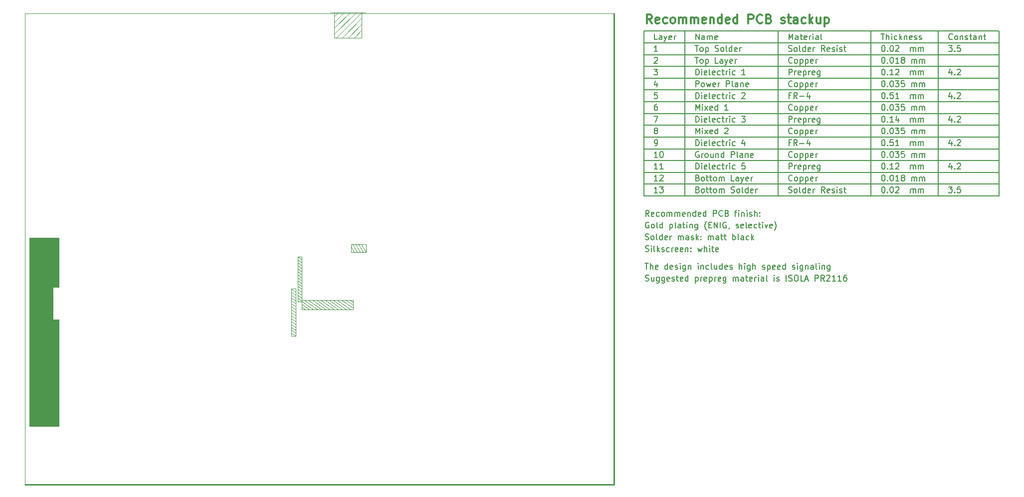
<source format=gbr>
%TF.GenerationSoftware,KiCad,Pcbnew,5.1.9+dfsg1-1*%
%TF.CreationDate,2022-02-15T13:48:39+01:00*%
%TF.ProjectId,sc606-baseboard,73633630-362d-4626-9173-65626f617264,rev?*%
%TF.SameCoordinates,Original*%
%TF.FileFunction,OtherDrawing,Comment*%
%FSLAX46Y46*%
G04 Gerber Fmt 4.6, Leading zero omitted, Abs format (unit mm)*
G04 Created by KiCad (PCBNEW 5.1.9+dfsg1-1) date 2022-02-15 13:48:39 commit a4fbcb5*
%MOMM*%
%LPD*%
G01*
G04 APERTURE LIST*
%ADD10C,0.150000*%
%ADD11C,0.200000*%
%ADD12C,0.300000*%
%TA.AperFunction,Profile*%
%ADD13C,0.120000*%
%TD*%
%TA.AperFunction,Profile*%
%ADD14C,0.254000*%
%TD*%
%ADD15C,0.010000*%
%ADD16C,0.100000*%
G04 APERTURE END LIST*
D10*
X180887976Y-87804761D02*
X181030833Y-87852380D01*
X181268928Y-87852380D01*
X181364166Y-87804761D01*
X181411785Y-87757142D01*
X181459404Y-87661904D01*
X181459404Y-87566666D01*
X181411785Y-87471428D01*
X181364166Y-87423809D01*
X181268928Y-87376190D01*
X181078452Y-87328571D01*
X180983214Y-87280952D01*
X180935595Y-87233333D01*
X180887976Y-87138095D01*
X180887976Y-87042857D01*
X180935595Y-86947619D01*
X180983214Y-86900000D01*
X181078452Y-86852380D01*
X181316547Y-86852380D01*
X181459404Y-86900000D01*
X182316547Y-87185714D02*
X182316547Y-87852380D01*
X181887976Y-87185714D02*
X181887976Y-87709523D01*
X181935595Y-87804761D01*
X182030833Y-87852380D01*
X182173690Y-87852380D01*
X182268928Y-87804761D01*
X182316547Y-87757142D01*
X183221309Y-87185714D02*
X183221309Y-87995238D01*
X183173690Y-88090476D01*
X183126071Y-88138095D01*
X183030833Y-88185714D01*
X182887976Y-88185714D01*
X182792738Y-88138095D01*
X183221309Y-87804761D02*
X183126071Y-87852380D01*
X182935595Y-87852380D01*
X182840357Y-87804761D01*
X182792738Y-87757142D01*
X182745119Y-87661904D01*
X182745119Y-87376190D01*
X182792738Y-87280952D01*
X182840357Y-87233333D01*
X182935595Y-87185714D01*
X183126071Y-87185714D01*
X183221309Y-87233333D01*
X184126071Y-87185714D02*
X184126071Y-87995238D01*
X184078452Y-88090476D01*
X184030833Y-88138095D01*
X183935595Y-88185714D01*
X183792738Y-88185714D01*
X183697500Y-88138095D01*
X184126071Y-87804761D02*
X184030833Y-87852380D01*
X183840357Y-87852380D01*
X183745119Y-87804761D01*
X183697500Y-87757142D01*
X183649880Y-87661904D01*
X183649880Y-87376190D01*
X183697500Y-87280952D01*
X183745119Y-87233333D01*
X183840357Y-87185714D01*
X184030833Y-87185714D01*
X184126071Y-87233333D01*
X184983214Y-87804761D02*
X184887976Y-87852380D01*
X184697500Y-87852380D01*
X184602261Y-87804761D01*
X184554642Y-87709523D01*
X184554642Y-87328571D01*
X184602261Y-87233333D01*
X184697500Y-87185714D01*
X184887976Y-87185714D01*
X184983214Y-87233333D01*
X185030833Y-87328571D01*
X185030833Y-87423809D01*
X184554642Y-87519047D01*
X185411785Y-87804761D02*
X185507023Y-87852380D01*
X185697500Y-87852380D01*
X185792738Y-87804761D01*
X185840357Y-87709523D01*
X185840357Y-87661904D01*
X185792738Y-87566666D01*
X185697500Y-87519047D01*
X185554642Y-87519047D01*
X185459404Y-87471428D01*
X185411785Y-87376190D01*
X185411785Y-87328571D01*
X185459404Y-87233333D01*
X185554642Y-87185714D01*
X185697500Y-87185714D01*
X185792738Y-87233333D01*
X186126071Y-87185714D02*
X186507023Y-87185714D01*
X186268928Y-86852380D02*
X186268928Y-87709523D01*
X186316547Y-87804761D01*
X186411785Y-87852380D01*
X186507023Y-87852380D01*
X187221309Y-87804761D02*
X187126071Y-87852380D01*
X186935595Y-87852380D01*
X186840357Y-87804761D01*
X186792738Y-87709523D01*
X186792738Y-87328571D01*
X186840357Y-87233333D01*
X186935595Y-87185714D01*
X187126071Y-87185714D01*
X187221309Y-87233333D01*
X187268928Y-87328571D01*
X187268928Y-87423809D01*
X186792738Y-87519047D01*
X188126071Y-87852380D02*
X188126071Y-86852380D01*
X188126071Y-87804761D02*
X188030833Y-87852380D01*
X187840357Y-87852380D01*
X187745119Y-87804761D01*
X187697500Y-87757142D01*
X187649880Y-87661904D01*
X187649880Y-87376190D01*
X187697500Y-87280952D01*
X187745119Y-87233333D01*
X187840357Y-87185714D01*
X188030833Y-87185714D01*
X188126071Y-87233333D01*
X189364166Y-87185714D02*
X189364166Y-88185714D01*
X189364166Y-87233333D02*
X189459404Y-87185714D01*
X189649880Y-87185714D01*
X189745119Y-87233333D01*
X189792738Y-87280952D01*
X189840357Y-87376190D01*
X189840357Y-87661904D01*
X189792738Y-87757142D01*
X189745119Y-87804761D01*
X189649880Y-87852380D01*
X189459404Y-87852380D01*
X189364166Y-87804761D01*
X190268928Y-87852380D02*
X190268928Y-87185714D01*
X190268928Y-87376190D02*
X190316547Y-87280952D01*
X190364166Y-87233333D01*
X190459404Y-87185714D01*
X190554642Y-87185714D01*
X191268928Y-87804761D02*
X191173690Y-87852380D01*
X190983214Y-87852380D01*
X190887976Y-87804761D01*
X190840357Y-87709523D01*
X190840357Y-87328571D01*
X190887976Y-87233333D01*
X190983214Y-87185714D01*
X191173690Y-87185714D01*
X191268928Y-87233333D01*
X191316547Y-87328571D01*
X191316547Y-87423809D01*
X190840357Y-87519047D01*
X191745119Y-87185714D02*
X191745119Y-88185714D01*
X191745119Y-87233333D02*
X191840357Y-87185714D01*
X192030833Y-87185714D01*
X192126071Y-87233333D01*
X192173690Y-87280952D01*
X192221309Y-87376190D01*
X192221309Y-87661904D01*
X192173690Y-87757142D01*
X192126071Y-87804761D01*
X192030833Y-87852380D01*
X191840357Y-87852380D01*
X191745119Y-87804761D01*
X192649880Y-87852380D02*
X192649880Y-87185714D01*
X192649880Y-87376190D02*
X192697500Y-87280952D01*
X192745119Y-87233333D01*
X192840357Y-87185714D01*
X192935595Y-87185714D01*
X193649880Y-87804761D02*
X193554642Y-87852380D01*
X193364166Y-87852380D01*
X193268928Y-87804761D01*
X193221309Y-87709523D01*
X193221309Y-87328571D01*
X193268928Y-87233333D01*
X193364166Y-87185714D01*
X193554642Y-87185714D01*
X193649880Y-87233333D01*
X193697500Y-87328571D01*
X193697500Y-87423809D01*
X193221309Y-87519047D01*
X194554642Y-87185714D02*
X194554642Y-87995238D01*
X194507023Y-88090476D01*
X194459404Y-88138095D01*
X194364166Y-88185714D01*
X194221309Y-88185714D01*
X194126071Y-88138095D01*
X194554642Y-87804761D02*
X194459404Y-87852380D01*
X194268928Y-87852380D01*
X194173690Y-87804761D01*
X194126071Y-87757142D01*
X194078452Y-87661904D01*
X194078452Y-87376190D01*
X194126071Y-87280952D01*
X194173690Y-87233333D01*
X194268928Y-87185714D01*
X194459404Y-87185714D01*
X194554642Y-87233333D01*
X195792738Y-87852380D02*
X195792738Y-87185714D01*
X195792738Y-87280952D02*
X195840357Y-87233333D01*
X195935595Y-87185714D01*
X196078452Y-87185714D01*
X196173690Y-87233333D01*
X196221309Y-87328571D01*
X196221309Y-87852380D01*
X196221309Y-87328571D02*
X196268928Y-87233333D01*
X196364166Y-87185714D01*
X196507023Y-87185714D01*
X196602261Y-87233333D01*
X196649880Y-87328571D01*
X196649880Y-87852380D01*
X197554642Y-87852380D02*
X197554642Y-87328571D01*
X197507023Y-87233333D01*
X197411785Y-87185714D01*
X197221309Y-87185714D01*
X197126071Y-87233333D01*
X197554642Y-87804761D02*
X197459404Y-87852380D01*
X197221309Y-87852380D01*
X197126071Y-87804761D01*
X197078452Y-87709523D01*
X197078452Y-87614285D01*
X197126071Y-87519047D01*
X197221309Y-87471428D01*
X197459404Y-87471428D01*
X197554642Y-87423809D01*
X197887976Y-87185714D02*
X198268928Y-87185714D01*
X198030833Y-86852380D02*
X198030833Y-87709523D01*
X198078452Y-87804761D01*
X198173690Y-87852380D01*
X198268928Y-87852380D01*
X198983214Y-87804761D02*
X198887976Y-87852380D01*
X198697500Y-87852380D01*
X198602261Y-87804761D01*
X198554642Y-87709523D01*
X198554642Y-87328571D01*
X198602261Y-87233333D01*
X198697500Y-87185714D01*
X198887976Y-87185714D01*
X198983214Y-87233333D01*
X199030833Y-87328571D01*
X199030833Y-87423809D01*
X198554642Y-87519047D01*
X199459404Y-87852380D02*
X199459404Y-87185714D01*
X199459404Y-87376190D02*
X199507023Y-87280952D01*
X199554642Y-87233333D01*
X199649880Y-87185714D01*
X199745119Y-87185714D01*
X200078452Y-87852380D02*
X200078452Y-87185714D01*
X200078452Y-86852380D02*
X200030833Y-86900000D01*
X200078452Y-86947619D01*
X200126071Y-86900000D01*
X200078452Y-86852380D01*
X200078452Y-86947619D01*
X200983214Y-87852380D02*
X200983214Y-87328571D01*
X200935595Y-87233333D01*
X200840357Y-87185714D01*
X200649880Y-87185714D01*
X200554642Y-87233333D01*
X200983214Y-87804761D02*
X200887976Y-87852380D01*
X200649880Y-87852380D01*
X200554642Y-87804761D01*
X200507023Y-87709523D01*
X200507023Y-87614285D01*
X200554642Y-87519047D01*
X200649880Y-87471428D01*
X200887976Y-87471428D01*
X200983214Y-87423809D01*
X201602261Y-87852380D02*
X201507023Y-87804761D01*
X201459404Y-87709523D01*
X201459404Y-86852380D01*
X202745119Y-87852380D02*
X202745119Y-87185714D01*
X202745119Y-86852380D02*
X202697500Y-86900000D01*
X202745119Y-86947619D01*
X202792738Y-86900000D01*
X202745119Y-86852380D01*
X202745119Y-86947619D01*
X203173690Y-87804761D02*
X203268928Y-87852380D01*
X203459404Y-87852380D01*
X203554642Y-87804761D01*
X203602261Y-87709523D01*
X203602261Y-87661904D01*
X203554642Y-87566666D01*
X203459404Y-87519047D01*
X203316547Y-87519047D01*
X203221309Y-87471428D01*
X203173690Y-87376190D01*
X203173690Y-87328571D01*
X203221309Y-87233333D01*
X203316547Y-87185714D01*
X203459404Y-87185714D01*
X203554642Y-87233333D01*
X204792738Y-87852380D02*
X204792738Y-86852380D01*
X205221309Y-87804761D02*
X205364166Y-87852380D01*
X205602261Y-87852380D01*
X205697500Y-87804761D01*
X205745119Y-87757142D01*
X205792738Y-87661904D01*
X205792738Y-87566666D01*
X205745119Y-87471428D01*
X205697500Y-87423809D01*
X205602261Y-87376190D01*
X205411785Y-87328571D01*
X205316547Y-87280952D01*
X205268928Y-87233333D01*
X205221309Y-87138095D01*
X205221309Y-87042857D01*
X205268928Y-86947619D01*
X205316547Y-86900000D01*
X205411785Y-86852380D01*
X205649880Y-86852380D01*
X205792738Y-86900000D01*
X206411785Y-86852380D02*
X206602261Y-86852380D01*
X206697500Y-86900000D01*
X206792738Y-86995238D01*
X206840357Y-87185714D01*
X206840357Y-87519047D01*
X206792738Y-87709523D01*
X206697500Y-87804761D01*
X206602261Y-87852380D01*
X206411785Y-87852380D01*
X206316547Y-87804761D01*
X206221309Y-87709523D01*
X206173690Y-87519047D01*
X206173690Y-87185714D01*
X206221309Y-86995238D01*
X206316547Y-86900000D01*
X206411785Y-86852380D01*
X207745119Y-87852380D02*
X207268928Y-87852380D01*
X207268928Y-86852380D01*
X208030833Y-87566666D02*
X208507023Y-87566666D01*
X207935595Y-87852380D02*
X208268928Y-86852380D01*
X208602261Y-87852380D01*
X209697500Y-87852380D02*
X209697500Y-86852380D01*
X210078452Y-86852380D01*
X210173690Y-86900000D01*
X210221309Y-86947619D01*
X210268928Y-87042857D01*
X210268928Y-87185714D01*
X210221309Y-87280952D01*
X210173690Y-87328571D01*
X210078452Y-87376190D01*
X209697500Y-87376190D01*
X211268928Y-87852380D02*
X210935595Y-87376190D01*
X210697500Y-87852380D02*
X210697500Y-86852380D01*
X211078452Y-86852380D01*
X211173690Y-86900000D01*
X211221309Y-86947619D01*
X211268928Y-87042857D01*
X211268928Y-87185714D01*
X211221309Y-87280952D01*
X211173690Y-87328571D01*
X211078452Y-87376190D01*
X210697500Y-87376190D01*
X211649880Y-86947619D02*
X211697500Y-86900000D01*
X211792738Y-86852380D01*
X212030833Y-86852380D01*
X212126071Y-86900000D01*
X212173690Y-86947619D01*
X212221309Y-87042857D01*
X212221309Y-87138095D01*
X212173690Y-87280952D01*
X211602261Y-87852380D01*
X212221309Y-87852380D01*
X213173690Y-87852380D02*
X212602261Y-87852380D01*
X212887976Y-87852380D02*
X212887976Y-86852380D01*
X212792738Y-86995238D01*
X212697500Y-87090476D01*
X212602261Y-87138095D01*
X214126071Y-87852380D02*
X213554642Y-87852380D01*
X213840357Y-87852380D02*
X213840357Y-86852380D01*
X213745119Y-86995238D01*
X213649880Y-87090476D01*
X213554642Y-87138095D01*
X214983214Y-86852380D02*
X214792738Y-86852380D01*
X214697500Y-86900000D01*
X214649880Y-86947619D01*
X214554642Y-87090476D01*
X214507023Y-87280952D01*
X214507023Y-87661904D01*
X214554642Y-87757142D01*
X214602261Y-87804761D01*
X214697500Y-87852380D01*
X214887976Y-87852380D01*
X214983214Y-87804761D01*
X215030833Y-87757142D01*
X215078452Y-87661904D01*
X215078452Y-87423809D01*
X215030833Y-87328571D01*
X214983214Y-87280952D01*
X214887976Y-87233333D01*
X214697500Y-87233333D01*
X214602261Y-87280952D01*
X214554642Y-87328571D01*
X214507023Y-87423809D01*
X180792738Y-84852380D02*
X181364166Y-84852380D01*
X181078452Y-85852380D02*
X181078452Y-84852380D01*
X181697500Y-85852380D02*
X181697500Y-84852380D01*
X182126071Y-85852380D02*
X182126071Y-85328571D01*
X182078452Y-85233333D01*
X181983214Y-85185714D01*
X181840357Y-85185714D01*
X181745119Y-85233333D01*
X181697500Y-85280952D01*
X182983214Y-85804761D02*
X182887976Y-85852380D01*
X182697500Y-85852380D01*
X182602261Y-85804761D01*
X182554642Y-85709523D01*
X182554642Y-85328571D01*
X182602261Y-85233333D01*
X182697500Y-85185714D01*
X182887976Y-85185714D01*
X182983214Y-85233333D01*
X183030833Y-85328571D01*
X183030833Y-85423809D01*
X182554642Y-85519047D01*
X184649880Y-85852380D02*
X184649880Y-84852380D01*
X184649880Y-85804761D02*
X184554642Y-85852380D01*
X184364166Y-85852380D01*
X184268928Y-85804761D01*
X184221309Y-85757142D01*
X184173690Y-85661904D01*
X184173690Y-85376190D01*
X184221309Y-85280952D01*
X184268928Y-85233333D01*
X184364166Y-85185714D01*
X184554642Y-85185714D01*
X184649880Y-85233333D01*
X185507023Y-85804761D02*
X185411785Y-85852380D01*
X185221309Y-85852380D01*
X185126071Y-85804761D01*
X185078452Y-85709523D01*
X185078452Y-85328571D01*
X185126071Y-85233333D01*
X185221309Y-85185714D01*
X185411785Y-85185714D01*
X185507023Y-85233333D01*
X185554642Y-85328571D01*
X185554642Y-85423809D01*
X185078452Y-85519047D01*
X185935595Y-85804761D02*
X186030833Y-85852380D01*
X186221309Y-85852380D01*
X186316547Y-85804761D01*
X186364166Y-85709523D01*
X186364166Y-85661904D01*
X186316547Y-85566666D01*
X186221309Y-85519047D01*
X186078452Y-85519047D01*
X185983214Y-85471428D01*
X185935595Y-85376190D01*
X185935595Y-85328571D01*
X185983214Y-85233333D01*
X186078452Y-85185714D01*
X186221309Y-85185714D01*
X186316547Y-85233333D01*
X186792738Y-85852380D02*
X186792738Y-85185714D01*
X186792738Y-84852380D02*
X186745119Y-84900000D01*
X186792738Y-84947619D01*
X186840357Y-84900000D01*
X186792738Y-84852380D01*
X186792738Y-84947619D01*
X187697500Y-85185714D02*
X187697500Y-85995238D01*
X187649880Y-86090476D01*
X187602261Y-86138095D01*
X187507023Y-86185714D01*
X187364166Y-86185714D01*
X187268928Y-86138095D01*
X187697500Y-85804761D02*
X187602261Y-85852380D01*
X187411785Y-85852380D01*
X187316547Y-85804761D01*
X187268928Y-85757142D01*
X187221309Y-85661904D01*
X187221309Y-85376190D01*
X187268928Y-85280952D01*
X187316547Y-85233333D01*
X187411785Y-85185714D01*
X187602261Y-85185714D01*
X187697500Y-85233333D01*
X188173690Y-85185714D02*
X188173690Y-85852380D01*
X188173690Y-85280952D02*
X188221309Y-85233333D01*
X188316547Y-85185714D01*
X188459404Y-85185714D01*
X188554642Y-85233333D01*
X188602261Y-85328571D01*
X188602261Y-85852380D01*
X189840357Y-85852380D02*
X189840357Y-85185714D01*
X189840357Y-84852380D02*
X189792738Y-84900000D01*
X189840357Y-84947619D01*
X189887976Y-84900000D01*
X189840357Y-84852380D01*
X189840357Y-84947619D01*
X190316547Y-85185714D02*
X190316547Y-85852380D01*
X190316547Y-85280952D02*
X190364166Y-85233333D01*
X190459404Y-85185714D01*
X190602261Y-85185714D01*
X190697500Y-85233333D01*
X190745119Y-85328571D01*
X190745119Y-85852380D01*
X191649880Y-85804761D02*
X191554642Y-85852380D01*
X191364166Y-85852380D01*
X191268928Y-85804761D01*
X191221309Y-85757142D01*
X191173690Y-85661904D01*
X191173690Y-85376190D01*
X191221309Y-85280952D01*
X191268928Y-85233333D01*
X191364166Y-85185714D01*
X191554642Y-85185714D01*
X191649880Y-85233333D01*
X192221309Y-85852380D02*
X192126071Y-85804761D01*
X192078452Y-85709523D01*
X192078452Y-84852380D01*
X193030833Y-85185714D02*
X193030833Y-85852380D01*
X192602261Y-85185714D02*
X192602261Y-85709523D01*
X192649880Y-85804761D01*
X192745119Y-85852380D01*
X192887976Y-85852380D01*
X192983214Y-85804761D01*
X193030833Y-85757142D01*
X193935595Y-85852380D02*
X193935595Y-84852380D01*
X193935595Y-85804761D02*
X193840357Y-85852380D01*
X193649880Y-85852380D01*
X193554642Y-85804761D01*
X193507023Y-85757142D01*
X193459404Y-85661904D01*
X193459404Y-85376190D01*
X193507023Y-85280952D01*
X193554642Y-85233333D01*
X193649880Y-85185714D01*
X193840357Y-85185714D01*
X193935595Y-85233333D01*
X194792738Y-85804761D02*
X194697500Y-85852380D01*
X194507023Y-85852380D01*
X194411785Y-85804761D01*
X194364166Y-85709523D01*
X194364166Y-85328571D01*
X194411785Y-85233333D01*
X194507023Y-85185714D01*
X194697500Y-85185714D01*
X194792738Y-85233333D01*
X194840357Y-85328571D01*
X194840357Y-85423809D01*
X194364166Y-85519047D01*
X195221309Y-85804761D02*
X195316547Y-85852380D01*
X195507023Y-85852380D01*
X195602261Y-85804761D01*
X195649880Y-85709523D01*
X195649880Y-85661904D01*
X195602261Y-85566666D01*
X195507023Y-85519047D01*
X195364166Y-85519047D01*
X195268928Y-85471428D01*
X195221309Y-85376190D01*
X195221309Y-85328571D01*
X195268928Y-85233333D01*
X195364166Y-85185714D01*
X195507023Y-85185714D01*
X195602261Y-85233333D01*
X196840357Y-85852380D02*
X196840357Y-84852380D01*
X197268928Y-85852380D02*
X197268928Y-85328571D01*
X197221309Y-85233333D01*
X197126071Y-85185714D01*
X196983214Y-85185714D01*
X196887976Y-85233333D01*
X196840357Y-85280952D01*
X197745119Y-85852380D02*
X197745119Y-85185714D01*
X197745119Y-84852380D02*
X197697500Y-84900000D01*
X197745119Y-84947619D01*
X197792738Y-84900000D01*
X197745119Y-84852380D01*
X197745119Y-84947619D01*
X198649880Y-85185714D02*
X198649880Y-85995238D01*
X198602261Y-86090476D01*
X198554642Y-86138095D01*
X198459404Y-86185714D01*
X198316547Y-86185714D01*
X198221309Y-86138095D01*
X198649880Y-85804761D02*
X198554642Y-85852380D01*
X198364166Y-85852380D01*
X198268928Y-85804761D01*
X198221309Y-85757142D01*
X198173690Y-85661904D01*
X198173690Y-85376190D01*
X198221309Y-85280952D01*
X198268928Y-85233333D01*
X198364166Y-85185714D01*
X198554642Y-85185714D01*
X198649880Y-85233333D01*
X199126071Y-85852380D02*
X199126071Y-84852380D01*
X199554642Y-85852380D02*
X199554642Y-85328571D01*
X199507023Y-85233333D01*
X199411785Y-85185714D01*
X199268928Y-85185714D01*
X199173690Y-85233333D01*
X199126071Y-85280952D01*
X200745119Y-85804761D02*
X200840357Y-85852380D01*
X201030833Y-85852380D01*
X201126071Y-85804761D01*
X201173690Y-85709523D01*
X201173690Y-85661904D01*
X201126071Y-85566666D01*
X201030833Y-85519047D01*
X200887976Y-85519047D01*
X200792738Y-85471428D01*
X200745119Y-85376190D01*
X200745119Y-85328571D01*
X200792738Y-85233333D01*
X200887976Y-85185714D01*
X201030833Y-85185714D01*
X201126071Y-85233333D01*
X201602261Y-85185714D02*
X201602261Y-86185714D01*
X201602261Y-85233333D02*
X201697500Y-85185714D01*
X201887976Y-85185714D01*
X201983214Y-85233333D01*
X202030833Y-85280952D01*
X202078452Y-85376190D01*
X202078452Y-85661904D01*
X202030833Y-85757142D01*
X201983214Y-85804761D01*
X201887976Y-85852380D01*
X201697500Y-85852380D01*
X201602261Y-85804761D01*
X202887976Y-85804761D02*
X202792738Y-85852380D01*
X202602261Y-85852380D01*
X202507023Y-85804761D01*
X202459404Y-85709523D01*
X202459404Y-85328571D01*
X202507023Y-85233333D01*
X202602261Y-85185714D01*
X202792738Y-85185714D01*
X202887976Y-85233333D01*
X202935595Y-85328571D01*
X202935595Y-85423809D01*
X202459404Y-85519047D01*
X203745119Y-85804761D02*
X203649880Y-85852380D01*
X203459404Y-85852380D01*
X203364166Y-85804761D01*
X203316547Y-85709523D01*
X203316547Y-85328571D01*
X203364166Y-85233333D01*
X203459404Y-85185714D01*
X203649880Y-85185714D01*
X203745119Y-85233333D01*
X203792738Y-85328571D01*
X203792738Y-85423809D01*
X203316547Y-85519047D01*
X204649880Y-85852380D02*
X204649880Y-84852380D01*
X204649880Y-85804761D02*
X204554642Y-85852380D01*
X204364166Y-85852380D01*
X204268928Y-85804761D01*
X204221309Y-85757142D01*
X204173690Y-85661904D01*
X204173690Y-85376190D01*
X204221309Y-85280952D01*
X204268928Y-85233333D01*
X204364166Y-85185714D01*
X204554642Y-85185714D01*
X204649880Y-85233333D01*
X205840357Y-85804761D02*
X205935595Y-85852380D01*
X206126071Y-85852380D01*
X206221309Y-85804761D01*
X206268928Y-85709523D01*
X206268928Y-85661904D01*
X206221309Y-85566666D01*
X206126071Y-85519047D01*
X205983214Y-85519047D01*
X205887976Y-85471428D01*
X205840357Y-85376190D01*
X205840357Y-85328571D01*
X205887976Y-85233333D01*
X205983214Y-85185714D01*
X206126071Y-85185714D01*
X206221309Y-85233333D01*
X206697500Y-85852380D02*
X206697500Y-85185714D01*
X206697500Y-84852380D02*
X206649880Y-84900000D01*
X206697500Y-84947619D01*
X206745119Y-84900000D01*
X206697500Y-84852380D01*
X206697500Y-84947619D01*
X207602261Y-85185714D02*
X207602261Y-85995238D01*
X207554642Y-86090476D01*
X207507023Y-86138095D01*
X207411785Y-86185714D01*
X207268928Y-86185714D01*
X207173690Y-86138095D01*
X207602261Y-85804761D02*
X207507023Y-85852380D01*
X207316547Y-85852380D01*
X207221309Y-85804761D01*
X207173690Y-85757142D01*
X207126071Y-85661904D01*
X207126071Y-85376190D01*
X207173690Y-85280952D01*
X207221309Y-85233333D01*
X207316547Y-85185714D01*
X207507023Y-85185714D01*
X207602261Y-85233333D01*
X208078452Y-85185714D02*
X208078452Y-85852380D01*
X208078452Y-85280952D02*
X208126071Y-85233333D01*
X208221309Y-85185714D01*
X208364166Y-85185714D01*
X208459404Y-85233333D01*
X208507023Y-85328571D01*
X208507023Y-85852380D01*
X209411785Y-85852380D02*
X209411785Y-85328571D01*
X209364166Y-85233333D01*
X209268928Y-85185714D01*
X209078452Y-85185714D01*
X208983214Y-85233333D01*
X209411785Y-85804761D02*
X209316547Y-85852380D01*
X209078452Y-85852380D01*
X208983214Y-85804761D01*
X208935595Y-85709523D01*
X208935595Y-85614285D01*
X208983214Y-85519047D01*
X209078452Y-85471428D01*
X209316547Y-85471428D01*
X209411785Y-85423809D01*
X210030833Y-85852380D02*
X209935595Y-85804761D01*
X209887976Y-85709523D01*
X209887976Y-84852380D01*
X210411785Y-85852380D02*
X210411785Y-85185714D01*
X210411785Y-84852380D02*
X210364166Y-84900000D01*
X210411785Y-84947619D01*
X210459404Y-84900000D01*
X210411785Y-84852380D01*
X210411785Y-84947619D01*
X210887976Y-85185714D02*
X210887976Y-85852380D01*
X210887976Y-85280952D02*
X210935595Y-85233333D01*
X211030833Y-85185714D01*
X211173690Y-85185714D01*
X211268928Y-85233333D01*
X211316547Y-85328571D01*
X211316547Y-85852380D01*
X212221309Y-85185714D02*
X212221309Y-85995238D01*
X212173690Y-86090476D01*
X212126071Y-86138095D01*
X212030833Y-86185714D01*
X211887976Y-86185714D01*
X211792738Y-86138095D01*
X212221309Y-85804761D02*
X212126071Y-85852380D01*
X211935595Y-85852380D01*
X211840357Y-85804761D01*
X211792738Y-85757142D01*
X211745119Y-85661904D01*
X211745119Y-85376190D01*
X211792738Y-85280952D01*
X211840357Y-85233333D01*
X211935595Y-85185714D01*
X212126071Y-85185714D01*
X212221309Y-85233333D01*
X180887976Y-82804761D02*
X181030833Y-82852380D01*
X181268928Y-82852380D01*
X181364166Y-82804761D01*
X181411785Y-82757142D01*
X181459404Y-82661904D01*
X181459404Y-82566666D01*
X181411785Y-82471428D01*
X181364166Y-82423809D01*
X181268928Y-82376190D01*
X181078452Y-82328571D01*
X180983214Y-82280952D01*
X180935595Y-82233333D01*
X180887976Y-82138095D01*
X180887976Y-82042857D01*
X180935595Y-81947619D01*
X180983214Y-81900000D01*
X181078452Y-81852380D01*
X181316547Y-81852380D01*
X181459404Y-81900000D01*
X181887976Y-82852380D02*
X181887976Y-82185714D01*
X181887976Y-81852380D02*
X181840357Y-81900000D01*
X181887976Y-81947619D01*
X181935595Y-81900000D01*
X181887976Y-81852380D01*
X181887976Y-81947619D01*
X182507023Y-82852380D02*
X182411785Y-82804761D01*
X182364166Y-82709523D01*
X182364166Y-81852380D01*
X182887976Y-82852380D02*
X182887976Y-81852380D01*
X182983214Y-82471428D02*
X183268928Y-82852380D01*
X183268928Y-82185714D02*
X182887976Y-82566666D01*
X183649880Y-82804761D02*
X183745119Y-82852380D01*
X183935595Y-82852380D01*
X184030833Y-82804761D01*
X184078452Y-82709523D01*
X184078452Y-82661904D01*
X184030833Y-82566666D01*
X183935595Y-82519047D01*
X183792738Y-82519047D01*
X183697500Y-82471428D01*
X183649880Y-82376190D01*
X183649880Y-82328571D01*
X183697500Y-82233333D01*
X183792738Y-82185714D01*
X183935595Y-82185714D01*
X184030833Y-82233333D01*
X184935595Y-82804761D02*
X184840357Y-82852380D01*
X184649880Y-82852380D01*
X184554642Y-82804761D01*
X184507023Y-82757142D01*
X184459404Y-82661904D01*
X184459404Y-82376190D01*
X184507023Y-82280952D01*
X184554642Y-82233333D01*
X184649880Y-82185714D01*
X184840357Y-82185714D01*
X184935595Y-82233333D01*
X185364166Y-82852380D02*
X185364166Y-82185714D01*
X185364166Y-82376190D02*
X185411785Y-82280952D01*
X185459404Y-82233333D01*
X185554642Y-82185714D01*
X185649880Y-82185714D01*
X186364166Y-82804761D02*
X186268928Y-82852380D01*
X186078452Y-82852380D01*
X185983214Y-82804761D01*
X185935595Y-82709523D01*
X185935595Y-82328571D01*
X185983214Y-82233333D01*
X186078452Y-82185714D01*
X186268928Y-82185714D01*
X186364166Y-82233333D01*
X186411785Y-82328571D01*
X186411785Y-82423809D01*
X185935595Y-82519047D01*
X187221309Y-82804761D02*
X187126071Y-82852380D01*
X186935595Y-82852380D01*
X186840357Y-82804761D01*
X186792738Y-82709523D01*
X186792738Y-82328571D01*
X186840357Y-82233333D01*
X186935595Y-82185714D01*
X187126071Y-82185714D01*
X187221309Y-82233333D01*
X187268928Y-82328571D01*
X187268928Y-82423809D01*
X186792738Y-82519047D01*
X187697500Y-82185714D02*
X187697500Y-82852380D01*
X187697500Y-82280952D02*
X187745119Y-82233333D01*
X187840357Y-82185714D01*
X187983214Y-82185714D01*
X188078452Y-82233333D01*
X188126071Y-82328571D01*
X188126071Y-82852380D01*
X188602261Y-82757142D02*
X188649880Y-82804761D01*
X188602261Y-82852380D01*
X188554642Y-82804761D01*
X188602261Y-82757142D01*
X188602261Y-82852380D01*
X188602261Y-82233333D02*
X188649880Y-82280952D01*
X188602261Y-82328571D01*
X188554642Y-82280952D01*
X188602261Y-82233333D01*
X188602261Y-82328571D01*
X189745119Y-82185714D02*
X189935595Y-82852380D01*
X190126071Y-82376190D01*
X190316547Y-82852380D01*
X190507023Y-82185714D01*
X190887976Y-82852380D02*
X190887976Y-81852380D01*
X191316547Y-82852380D02*
X191316547Y-82328571D01*
X191268928Y-82233333D01*
X191173690Y-82185714D01*
X191030833Y-82185714D01*
X190935595Y-82233333D01*
X190887976Y-82280952D01*
X191792738Y-82852380D02*
X191792738Y-82185714D01*
X191792738Y-81852380D02*
X191745119Y-81900000D01*
X191792738Y-81947619D01*
X191840357Y-81900000D01*
X191792738Y-81852380D01*
X191792738Y-81947619D01*
X192126071Y-82185714D02*
X192507023Y-82185714D01*
X192268928Y-81852380D02*
X192268928Y-82709523D01*
X192316547Y-82804761D01*
X192411785Y-82852380D01*
X192507023Y-82852380D01*
X193221309Y-82804761D02*
X193126071Y-82852380D01*
X192935595Y-82852380D01*
X192840357Y-82804761D01*
X192792738Y-82709523D01*
X192792738Y-82328571D01*
X192840357Y-82233333D01*
X192935595Y-82185714D01*
X193126071Y-82185714D01*
X193221309Y-82233333D01*
X193268928Y-82328571D01*
X193268928Y-82423809D01*
X192792738Y-82519047D01*
X180887976Y-80804761D02*
X181030833Y-80852380D01*
X181268928Y-80852380D01*
X181364166Y-80804761D01*
X181411785Y-80757142D01*
X181459404Y-80661904D01*
X181459404Y-80566666D01*
X181411785Y-80471428D01*
X181364166Y-80423809D01*
X181268928Y-80376190D01*
X181078452Y-80328571D01*
X180983214Y-80280952D01*
X180935595Y-80233333D01*
X180887976Y-80138095D01*
X180887976Y-80042857D01*
X180935595Y-79947619D01*
X180983214Y-79900000D01*
X181078452Y-79852380D01*
X181316547Y-79852380D01*
X181459404Y-79900000D01*
X182030833Y-80852380D02*
X181935595Y-80804761D01*
X181887976Y-80757142D01*
X181840357Y-80661904D01*
X181840357Y-80376190D01*
X181887976Y-80280952D01*
X181935595Y-80233333D01*
X182030833Y-80185714D01*
X182173690Y-80185714D01*
X182268928Y-80233333D01*
X182316547Y-80280952D01*
X182364166Y-80376190D01*
X182364166Y-80661904D01*
X182316547Y-80757142D01*
X182268928Y-80804761D01*
X182173690Y-80852380D01*
X182030833Y-80852380D01*
X182935595Y-80852380D02*
X182840357Y-80804761D01*
X182792738Y-80709523D01*
X182792738Y-79852380D01*
X183745119Y-80852380D02*
X183745119Y-79852380D01*
X183745119Y-80804761D02*
X183649880Y-80852380D01*
X183459404Y-80852380D01*
X183364166Y-80804761D01*
X183316547Y-80757142D01*
X183268928Y-80661904D01*
X183268928Y-80376190D01*
X183316547Y-80280952D01*
X183364166Y-80233333D01*
X183459404Y-80185714D01*
X183649880Y-80185714D01*
X183745119Y-80233333D01*
X184602261Y-80804761D02*
X184507023Y-80852380D01*
X184316547Y-80852380D01*
X184221309Y-80804761D01*
X184173690Y-80709523D01*
X184173690Y-80328571D01*
X184221309Y-80233333D01*
X184316547Y-80185714D01*
X184507023Y-80185714D01*
X184602261Y-80233333D01*
X184649880Y-80328571D01*
X184649880Y-80423809D01*
X184173690Y-80519047D01*
X185078452Y-80852380D02*
X185078452Y-80185714D01*
X185078452Y-80376190D02*
X185126071Y-80280952D01*
X185173690Y-80233333D01*
X185268928Y-80185714D01*
X185364166Y-80185714D01*
X186459404Y-80852380D02*
X186459404Y-80185714D01*
X186459404Y-80280952D02*
X186507023Y-80233333D01*
X186602261Y-80185714D01*
X186745119Y-80185714D01*
X186840357Y-80233333D01*
X186887976Y-80328571D01*
X186887976Y-80852380D01*
X186887976Y-80328571D02*
X186935595Y-80233333D01*
X187030833Y-80185714D01*
X187173690Y-80185714D01*
X187268928Y-80233333D01*
X187316547Y-80328571D01*
X187316547Y-80852380D01*
X188221309Y-80852380D02*
X188221309Y-80328571D01*
X188173690Y-80233333D01*
X188078452Y-80185714D01*
X187887976Y-80185714D01*
X187792738Y-80233333D01*
X188221309Y-80804761D02*
X188126071Y-80852380D01*
X187887976Y-80852380D01*
X187792738Y-80804761D01*
X187745119Y-80709523D01*
X187745119Y-80614285D01*
X187792738Y-80519047D01*
X187887976Y-80471428D01*
X188126071Y-80471428D01*
X188221309Y-80423809D01*
X188649880Y-80804761D02*
X188745119Y-80852380D01*
X188935595Y-80852380D01*
X189030833Y-80804761D01*
X189078452Y-80709523D01*
X189078452Y-80661904D01*
X189030833Y-80566666D01*
X188935595Y-80519047D01*
X188792738Y-80519047D01*
X188697500Y-80471428D01*
X188649880Y-80376190D01*
X188649880Y-80328571D01*
X188697500Y-80233333D01*
X188792738Y-80185714D01*
X188935595Y-80185714D01*
X189030833Y-80233333D01*
X189507023Y-80852380D02*
X189507023Y-79852380D01*
X189602261Y-80471428D02*
X189887976Y-80852380D01*
X189887976Y-80185714D02*
X189507023Y-80566666D01*
X190316547Y-80757142D02*
X190364166Y-80804761D01*
X190316547Y-80852380D01*
X190268928Y-80804761D01*
X190316547Y-80757142D01*
X190316547Y-80852380D01*
X190316547Y-80233333D02*
X190364166Y-80280952D01*
X190316547Y-80328571D01*
X190268928Y-80280952D01*
X190316547Y-80233333D01*
X190316547Y-80328571D01*
X191554642Y-80852380D02*
X191554642Y-80185714D01*
X191554642Y-80280952D02*
X191602261Y-80233333D01*
X191697500Y-80185714D01*
X191840357Y-80185714D01*
X191935595Y-80233333D01*
X191983214Y-80328571D01*
X191983214Y-80852380D01*
X191983214Y-80328571D02*
X192030833Y-80233333D01*
X192126071Y-80185714D01*
X192268928Y-80185714D01*
X192364166Y-80233333D01*
X192411785Y-80328571D01*
X192411785Y-80852380D01*
X193316547Y-80852380D02*
X193316547Y-80328571D01*
X193268928Y-80233333D01*
X193173690Y-80185714D01*
X192983214Y-80185714D01*
X192887976Y-80233333D01*
X193316547Y-80804761D02*
X193221309Y-80852380D01*
X192983214Y-80852380D01*
X192887976Y-80804761D01*
X192840357Y-80709523D01*
X192840357Y-80614285D01*
X192887976Y-80519047D01*
X192983214Y-80471428D01*
X193221309Y-80471428D01*
X193316547Y-80423809D01*
X193649880Y-80185714D02*
X194030833Y-80185714D01*
X193792738Y-79852380D02*
X193792738Y-80709523D01*
X193840357Y-80804761D01*
X193935595Y-80852380D01*
X194030833Y-80852380D01*
X194221309Y-80185714D02*
X194602261Y-80185714D01*
X194364166Y-79852380D02*
X194364166Y-80709523D01*
X194411785Y-80804761D01*
X194507023Y-80852380D01*
X194602261Y-80852380D01*
X195697500Y-80852380D02*
X195697500Y-79852380D01*
X195697500Y-80233333D02*
X195792738Y-80185714D01*
X195983214Y-80185714D01*
X196078452Y-80233333D01*
X196126071Y-80280952D01*
X196173690Y-80376190D01*
X196173690Y-80661904D01*
X196126071Y-80757142D01*
X196078452Y-80804761D01*
X195983214Y-80852380D01*
X195792738Y-80852380D01*
X195697500Y-80804761D01*
X196745119Y-80852380D02*
X196649880Y-80804761D01*
X196602261Y-80709523D01*
X196602261Y-79852380D01*
X197554642Y-80852380D02*
X197554642Y-80328571D01*
X197507023Y-80233333D01*
X197411785Y-80185714D01*
X197221309Y-80185714D01*
X197126071Y-80233333D01*
X197554642Y-80804761D02*
X197459404Y-80852380D01*
X197221309Y-80852380D01*
X197126071Y-80804761D01*
X197078452Y-80709523D01*
X197078452Y-80614285D01*
X197126071Y-80519047D01*
X197221309Y-80471428D01*
X197459404Y-80471428D01*
X197554642Y-80423809D01*
X198459404Y-80804761D02*
X198364166Y-80852380D01*
X198173690Y-80852380D01*
X198078452Y-80804761D01*
X198030833Y-80757142D01*
X197983214Y-80661904D01*
X197983214Y-80376190D01*
X198030833Y-80280952D01*
X198078452Y-80233333D01*
X198173690Y-80185714D01*
X198364166Y-80185714D01*
X198459404Y-80233333D01*
X198887976Y-80852380D02*
X198887976Y-79852380D01*
X198983214Y-80471428D02*
X199268928Y-80852380D01*
X199268928Y-80185714D02*
X198887976Y-80566666D01*
X181459404Y-77900000D02*
X181364166Y-77852380D01*
X181221309Y-77852380D01*
X181078452Y-77900000D01*
X180983214Y-77995238D01*
X180935595Y-78090476D01*
X180887976Y-78280952D01*
X180887976Y-78423809D01*
X180935595Y-78614285D01*
X180983214Y-78709523D01*
X181078452Y-78804761D01*
X181221309Y-78852380D01*
X181316547Y-78852380D01*
X181459404Y-78804761D01*
X181507023Y-78757142D01*
X181507023Y-78423809D01*
X181316547Y-78423809D01*
X182078452Y-78852380D02*
X181983214Y-78804761D01*
X181935595Y-78757142D01*
X181887976Y-78661904D01*
X181887976Y-78376190D01*
X181935595Y-78280952D01*
X181983214Y-78233333D01*
X182078452Y-78185714D01*
X182221309Y-78185714D01*
X182316547Y-78233333D01*
X182364166Y-78280952D01*
X182411785Y-78376190D01*
X182411785Y-78661904D01*
X182364166Y-78757142D01*
X182316547Y-78804761D01*
X182221309Y-78852380D01*
X182078452Y-78852380D01*
X182983214Y-78852380D02*
X182887976Y-78804761D01*
X182840357Y-78709523D01*
X182840357Y-77852380D01*
X183792738Y-78852380D02*
X183792738Y-77852380D01*
X183792738Y-78804761D02*
X183697500Y-78852380D01*
X183507023Y-78852380D01*
X183411785Y-78804761D01*
X183364166Y-78757142D01*
X183316547Y-78661904D01*
X183316547Y-78376190D01*
X183364166Y-78280952D01*
X183411785Y-78233333D01*
X183507023Y-78185714D01*
X183697500Y-78185714D01*
X183792738Y-78233333D01*
X185030833Y-78185714D02*
X185030833Y-79185714D01*
X185030833Y-78233333D02*
X185126071Y-78185714D01*
X185316547Y-78185714D01*
X185411785Y-78233333D01*
X185459404Y-78280952D01*
X185507023Y-78376190D01*
X185507023Y-78661904D01*
X185459404Y-78757142D01*
X185411785Y-78804761D01*
X185316547Y-78852380D01*
X185126071Y-78852380D01*
X185030833Y-78804761D01*
X186078452Y-78852380D02*
X185983214Y-78804761D01*
X185935595Y-78709523D01*
X185935595Y-77852380D01*
X186887976Y-78852380D02*
X186887976Y-78328571D01*
X186840357Y-78233333D01*
X186745119Y-78185714D01*
X186554642Y-78185714D01*
X186459404Y-78233333D01*
X186887976Y-78804761D02*
X186792738Y-78852380D01*
X186554642Y-78852380D01*
X186459404Y-78804761D01*
X186411785Y-78709523D01*
X186411785Y-78614285D01*
X186459404Y-78519047D01*
X186554642Y-78471428D01*
X186792738Y-78471428D01*
X186887976Y-78423809D01*
X187221309Y-78185714D02*
X187602261Y-78185714D01*
X187364166Y-77852380D02*
X187364166Y-78709523D01*
X187411785Y-78804761D01*
X187507023Y-78852380D01*
X187602261Y-78852380D01*
X187935595Y-78852380D02*
X187935595Y-78185714D01*
X187935595Y-77852380D02*
X187887976Y-77900000D01*
X187935595Y-77947619D01*
X187983214Y-77900000D01*
X187935595Y-77852380D01*
X187935595Y-77947619D01*
X188411785Y-78185714D02*
X188411785Y-78852380D01*
X188411785Y-78280952D02*
X188459404Y-78233333D01*
X188554642Y-78185714D01*
X188697500Y-78185714D01*
X188792738Y-78233333D01*
X188840357Y-78328571D01*
X188840357Y-78852380D01*
X189745119Y-78185714D02*
X189745119Y-78995238D01*
X189697500Y-79090476D01*
X189649880Y-79138095D01*
X189554642Y-79185714D01*
X189411785Y-79185714D01*
X189316547Y-79138095D01*
X189745119Y-78804761D02*
X189649880Y-78852380D01*
X189459404Y-78852380D01*
X189364166Y-78804761D01*
X189316547Y-78757142D01*
X189268928Y-78661904D01*
X189268928Y-78376190D01*
X189316547Y-78280952D01*
X189364166Y-78233333D01*
X189459404Y-78185714D01*
X189649880Y-78185714D01*
X189745119Y-78233333D01*
X191268928Y-79233333D02*
X191221309Y-79185714D01*
X191126071Y-79042857D01*
X191078452Y-78947619D01*
X191030833Y-78804761D01*
X190983214Y-78566666D01*
X190983214Y-78376190D01*
X191030833Y-78138095D01*
X191078452Y-77995238D01*
X191126071Y-77900000D01*
X191221309Y-77757142D01*
X191268928Y-77709523D01*
X191649880Y-78328571D02*
X191983214Y-78328571D01*
X192126071Y-78852380D02*
X191649880Y-78852380D01*
X191649880Y-77852380D01*
X192126071Y-77852380D01*
X192554642Y-78852380D02*
X192554642Y-77852380D01*
X193126071Y-78852380D01*
X193126071Y-77852380D01*
X193602261Y-78852380D02*
X193602261Y-77852380D01*
X194602261Y-77900000D02*
X194507023Y-77852380D01*
X194364166Y-77852380D01*
X194221309Y-77900000D01*
X194126071Y-77995238D01*
X194078452Y-78090476D01*
X194030833Y-78280952D01*
X194030833Y-78423809D01*
X194078452Y-78614285D01*
X194126071Y-78709523D01*
X194221309Y-78804761D01*
X194364166Y-78852380D01*
X194459404Y-78852380D01*
X194602261Y-78804761D01*
X194649880Y-78757142D01*
X194649880Y-78423809D01*
X194459404Y-78423809D01*
X195126071Y-78804761D02*
X195126071Y-78852380D01*
X195078452Y-78947619D01*
X195030833Y-78995238D01*
X196268928Y-78804761D02*
X196364166Y-78852380D01*
X196554642Y-78852380D01*
X196649880Y-78804761D01*
X196697500Y-78709523D01*
X196697500Y-78661904D01*
X196649880Y-78566666D01*
X196554642Y-78519047D01*
X196411785Y-78519047D01*
X196316547Y-78471428D01*
X196268928Y-78376190D01*
X196268928Y-78328571D01*
X196316547Y-78233333D01*
X196411785Y-78185714D01*
X196554642Y-78185714D01*
X196649880Y-78233333D01*
X197507023Y-78804761D02*
X197411785Y-78852380D01*
X197221309Y-78852380D01*
X197126071Y-78804761D01*
X197078452Y-78709523D01*
X197078452Y-78328571D01*
X197126071Y-78233333D01*
X197221309Y-78185714D01*
X197411785Y-78185714D01*
X197507023Y-78233333D01*
X197554642Y-78328571D01*
X197554642Y-78423809D01*
X197078452Y-78519047D01*
X198126071Y-78852380D02*
X198030833Y-78804761D01*
X197983214Y-78709523D01*
X197983214Y-77852380D01*
X198887976Y-78804761D02*
X198792738Y-78852380D01*
X198602261Y-78852380D01*
X198507023Y-78804761D01*
X198459404Y-78709523D01*
X198459404Y-78328571D01*
X198507023Y-78233333D01*
X198602261Y-78185714D01*
X198792738Y-78185714D01*
X198887976Y-78233333D01*
X198935595Y-78328571D01*
X198935595Y-78423809D01*
X198459404Y-78519047D01*
X199792738Y-78804761D02*
X199697500Y-78852380D01*
X199507023Y-78852380D01*
X199411785Y-78804761D01*
X199364166Y-78757142D01*
X199316547Y-78661904D01*
X199316547Y-78376190D01*
X199364166Y-78280952D01*
X199411785Y-78233333D01*
X199507023Y-78185714D01*
X199697500Y-78185714D01*
X199792738Y-78233333D01*
X200078452Y-78185714D02*
X200459404Y-78185714D01*
X200221309Y-77852380D02*
X200221309Y-78709523D01*
X200268928Y-78804761D01*
X200364166Y-78852380D01*
X200459404Y-78852380D01*
X200792738Y-78852380D02*
X200792738Y-78185714D01*
X200792738Y-77852380D02*
X200745119Y-77900000D01*
X200792738Y-77947619D01*
X200840357Y-77900000D01*
X200792738Y-77852380D01*
X200792738Y-77947619D01*
X201173690Y-78185714D02*
X201411785Y-78852380D01*
X201649880Y-78185714D01*
X202411785Y-78804761D02*
X202316547Y-78852380D01*
X202126071Y-78852380D01*
X202030833Y-78804761D01*
X201983214Y-78709523D01*
X201983214Y-78328571D01*
X202030833Y-78233333D01*
X202126071Y-78185714D01*
X202316547Y-78185714D01*
X202411785Y-78233333D01*
X202459404Y-78328571D01*
X202459404Y-78423809D01*
X201983214Y-78519047D01*
X202792738Y-79233333D02*
X202840357Y-79185714D01*
X202935595Y-79042857D01*
X202983214Y-78947619D01*
X203030833Y-78804761D01*
X203078452Y-78566666D01*
X203078452Y-78376190D01*
X203030833Y-78138095D01*
X202983214Y-77995238D01*
X202935595Y-77900000D01*
X202840357Y-77757142D01*
X202792738Y-77709523D01*
X181507023Y-76852380D02*
X181173690Y-76376190D01*
X180935595Y-76852380D02*
X180935595Y-75852380D01*
X181316547Y-75852380D01*
X181411785Y-75900000D01*
X181459404Y-75947619D01*
X181507023Y-76042857D01*
X181507023Y-76185714D01*
X181459404Y-76280952D01*
X181411785Y-76328571D01*
X181316547Y-76376190D01*
X180935595Y-76376190D01*
X182316547Y-76804761D02*
X182221309Y-76852380D01*
X182030833Y-76852380D01*
X181935595Y-76804761D01*
X181887976Y-76709523D01*
X181887976Y-76328571D01*
X181935595Y-76233333D01*
X182030833Y-76185714D01*
X182221309Y-76185714D01*
X182316547Y-76233333D01*
X182364166Y-76328571D01*
X182364166Y-76423809D01*
X181887976Y-76519047D01*
X183221309Y-76804761D02*
X183126071Y-76852380D01*
X182935595Y-76852380D01*
X182840357Y-76804761D01*
X182792738Y-76757142D01*
X182745119Y-76661904D01*
X182745119Y-76376190D01*
X182792738Y-76280952D01*
X182840357Y-76233333D01*
X182935595Y-76185714D01*
X183126071Y-76185714D01*
X183221309Y-76233333D01*
X183792738Y-76852380D02*
X183697500Y-76804761D01*
X183649880Y-76757142D01*
X183602261Y-76661904D01*
X183602261Y-76376190D01*
X183649880Y-76280952D01*
X183697500Y-76233333D01*
X183792738Y-76185714D01*
X183935595Y-76185714D01*
X184030833Y-76233333D01*
X184078452Y-76280952D01*
X184126071Y-76376190D01*
X184126071Y-76661904D01*
X184078452Y-76757142D01*
X184030833Y-76804761D01*
X183935595Y-76852380D01*
X183792738Y-76852380D01*
X184554642Y-76852380D02*
X184554642Y-76185714D01*
X184554642Y-76280952D02*
X184602261Y-76233333D01*
X184697500Y-76185714D01*
X184840357Y-76185714D01*
X184935595Y-76233333D01*
X184983214Y-76328571D01*
X184983214Y-76852380D01*
X184983214Y-76328571D02*
X185030833Y-76233333D01*
X185126071Y-76185714D01*
X185268928Y-76185714D01*
X185364166Y-76233333D01*
X185411785Y-76328571D01*
X185411785Y-76852380D01*
X185887976Y-76852380D02*
X185887976Y-76185714D01*
X185887976Y-76280952D02*
X185935595Y-76233333D01*
X186030833Y-76185714D01*
X186173690Y-76185714D01*
X186268928Y-76233333D01*
X186316547Y-76328571D01*
X186316547Y-76852380D01*
X186316547Y-76328571D02*
X186364166Y-76233333D01*
X186459404Y-76185714D01*
X186602261Y-76185714D01*
X186697500Y-76233333D01*
X186745119Y-76328571D01*
X186745119Y-76852380D01*
X187602261Y-76804761D02*
X187507023Y-76852380D01*
X187316547Y-76852380D01*
X187221309Y-76804761D01*
X187173690Y-76709523D01*
X187173690Y-76328571D01*
X187221309Y-76233333D01*
X187316547Y-76185714D01*
X187507023Y-76185714D01*
X187602261Y-76233333D01*
X187649880Y-76328571D01*
X187649880Y-76423809D01*
X187173690Y-76519047D01*
X188078452Y-76185714D02*
X188078452Y-76852380D01*
X188078452Y-76280952D02*
X188126071Y-76233333D01*
X188221309Y-76185714D01*
X188364166Y-76185714D01*
X188459404Y-76233333D01*
X188507023Y-76328571D01*
X188507023Y-76852380D01*
X189411785Y-76852380D02*
X189411785Y-75852380D01*
X189411785Y-76804761D02*
X189316547Y-76852380D01*
X189126071Y-76852380D01*
X189030833Y-76804761D01*
X188983214Y-76757142D01*
X188935595Y-76661904D01*
X188935595Y-76376190D01*
X188983214Y-76280952D01*
X189030833Y-76233333D01*
X189126071Y-76185714D01*
X189316547Y-76185714D01*
X189411785Y-76233333D01*
X190268928Y-76804761D02*
X190173690Y-76852380D01*
X189983214Y-76852380D01*
X189887976Y-76804761D01*
X189840357Y-76709523D01*
X189840357Y-76328571D01*
X189887976Y-76233333D01*
X189983214Y-76185714D01*
X190173690Y-76185714D01*
X190268928Y-76233333D01*
X190316547Y-76328571D01*
X190316547Y-76423809D01*
X189840357Y-76519047D01*
X191173690Y-76852380D02*
X191173690Y-75852380D01*
X191173690Y-76804761D02*
X191078452Y-76852380D01*
X190887976Y-76852380D01*
X190792738Y-76804761D01*
X190745119Y-76757142D01*
X190697500Y-76661904D01*
X190697500Y-76376190D01*
X190745119Y-76280952D01*
X190792738Y-76233333D01*
X190887976Y-76185714D01*
X191078452Y-76185714D01*
X191173690Y-76233333D01*
X192411785Y-76852380D02*
X192411785Y-75852380D01*
X192792738Y-75852380D01*
X192887976Y-75900000D01*
X192935595Y-75947619D01*
X192983214Y-76042857D01*
X192983214Y-76185714D01*
X192935595Y-76280952D01*
X192887976Y-76328571D01*
X192792738Y-76376190D01*
X192411785Y-76376190D01*
X193983214Y-76757142D02*
X193935595Y-76804761D01*
X193792738Y-76852380D01*
X193697500Y-76852380D01*
X193554642Y-76804761D01*
X193459404Y-76709523D01*
X193411785Y-76614285D01*
X193364166Y-76423809D01*
X193364166Y-76280952D01*
X193411785Y-76090476D01*
X193459404Y-75995238D01*
X193554642Y-75900000D01*
X193697500Y-75852380D01*
X193792738Y-75852380D01*
X193935595Y-75900000D01*
X193983214Y-75947619D01*
X194745119Y-76328571D02*
X194887976Y-76376190D01*
X194935595Y-76423809D01*
X194983214Y-76519047D01*
X194983214Y-76661904D01*
X194935595Y-76757142D01*
X194887976Y-76804761D01*
X194792738Y-76852380D01*
X194411785Y-76852380D01*
X194411785Y-75852380D01*
X194745119Y-75852380D01*
X194840357Y-75900000D01*
X194887976Y-75947619D01*
X194935595Y-76042857D01*
X194935595Y-76138095D01*
X194887976Y-76233333D01*
X194840357Y-76280952D01*
X194745119Y-76328571D01*
X194411785Y-76328571D01*
X196030833Y-76185714D02*
X196411785Y-76185714D01*
X196173690Y-76852380D02*
X196173690Y-75995238D01*
X196221309Y-75900000D01*
X196316547Y-75852380D01*
X196411785Y-75852380D01*
X196745119Y-76852380D02*
X196745119Y-76185714D01*
X196745119Y-75852380D02*
X196697500Y-75900000D01*
X196745119Y-75947619D01*
X196792738Y-75900000D01*
X196745119Y-75852380D01*
X196745119Y-75947619D01*
X197221309Y-76185714D02*
X197221309Y-76852380D01*
X197221309Y-76280952D02*
X197268928Y-76233333D01*
X197364166Y-76185714D01*
X197507023Y-76185714D01*
X197602261Y-76233333D01*
X197649880Y-76328571D01*
X197649880Y-76852380D01*
X198126071Y-76852380D02*
X198126071Y-76185714D01*
X198126071Y-75852380D02*
X198078452Y-75900000D01*
X198126071Y-75947619D01*
X198173690Y-75900000D01*
X198126071Y-75852380D01*
X198126071Y-75947619D01*
X198554642Y-76804761D02*
X198649880Y-76852380D01*
X198840357Y-76852380D01*
X198935595Y-76804761D01*
X198983214Y-76709523D01*
X198983214Y-76661904D01*
X198935595Y-76566666D01*
X198840357Y-76519047D01*
X198697500Y-76519047D01*
X198602261Y-76471428D01*
X198554642Y-76376190D01*
X198554642Y-76328571D01*
X198602261Y-76233333D01*
X198697500Y-76185714D01*
X198840357Y-76185714D01*
X198935595Y-76233333D01*
X199411785Y-76852380D02*
X199411785Y-75852380D01*
X199840357Y-76852380D02*
X199840357Y-76328571D01*
X199792738Y-76233333D01*
X199697500Y-76185714D01*
X199554642Y-76185714D01*
X199459404Y-76233333D01*
X199411785Y-76280952D01*
X200316547Y-76757142D02*
X200364166Y-76804761D01*
X200316547Y-76852380D01*
X200268928Y-76804761D01*
X200316547Y-76757142D01*
X200316547Y-76852380D01*
X200316547Y-76233333D02*
X200364166Y-76280952D01*
X200316547Y-76328571D01*
X200268928Y-76280952D01*
X200316547Y-76233333D01*
X200316547Y-76328571D01*
X232340357Y-71852380D02*
X232959404Y-71852380D01*
X232626071Y-72233333D01*
X232768928Y-72233333D01*
X232864166Y-72280952D01*
X232911785Y-72328571D01*
X232959404Y-72423809D01*
X232959404Y-72661904D01*
X232911785Y-72757142D01*
X232864166Y-72804761D01*
X232768928Y-72852380D01*
X232483214Y-72852380D01*
X232387976Y-72804761D01*
X232340357Y-72757142D01*
X233387976Y-72757142D02*
X233435595Y-72804761D01*
X233387976Y-72852380D01*
X233340357Y-72804761D01*
X233387976Y-72757142D01*
X233387976Y-72852380D01*
X234340357Y-71852380D02*
X233864166Y-71852380D01*
X233816547Y-72328571D01*
X233864166Y-72280952D01*
X233959404Y-72233333D01*
X234197500Y-72233333D01*
X234292738Y-72280952D01*
X234340357Y-72328571D01*
X234387976Y-72423809D01*
X234387976Y-72661904D01*
X234340357Y-72757142D01*
X234292738Y-72804761D01*
X234197500Y-72852380D01*
X233959404Y-72852380D01*
X233864166Y-72804761D01*
X233816547Y-72757142D01*
X221226071Y-71852380D02*
X221321309Y-71852380D01*
X221416547Y-71900000D01*
X221464166Y-71947619D01*
X221511785Y-72042857D01*
X221559404Y-72233333D01*
X221559404Y-72471428D01*
X221511785Y-72661904D01*
X221464166Y-72757142D01*
X221416547Y-72804761D01*
X221321309Y-72852380D01*
X221226071Y-72852380D01*
X221130833Y-72804761D01*
X221083214Y-72757142D01*
X221035595Y-72661904D01*
X220987976Y-72471428D01*
X220987976Y-72233333D01*
X221035595Y-72042857D01*
X221083214Y-71947619D01*
X221130833Y-71900000D01*
X221226071Y-71852380D01*
X221987976Y-72757142D02*
X222035595Y-72804761D01*
X221987976Y-72852380D01*
X221940357Y-72804761D01*
X221987976Y-72757142D01*
X221987976Y-72852380D01*
X222654642Y-71852380D02*
X222749880Y-71852380D01*
X222845119Y-71900000D01*
X222892738Y-71947619D01*
X222940357Y-72042857D01*
X222987976Y-72233333D01*
X222987976Y-72471428D01*
X222940357Y-72661904D01*
X222892738Y-72757142D01*
X222845119Y-72804761D01*
X222749880Y-72852380D01*
X222654642Y-72852380D01*
X222559404Y-72804761D01*
X222511785Y-72757142D01*
X222464166Y-72661904D01*
X222416547Y-72471428D01*
X222416547Y-72233333D01*
X222464166Y-72042857D01*
X222511785Y-71947619D01*
X222559404Y-71900000D01*
X222654642Y-71852380D01*
X223368928Y-71947619D02*
X223416547Y-71900000D01*
X223511785Y-71852380D01*
X223749880Y-71852380D01*
X223845119Y-71900000D01*
X223892738Y-71947619D01*
X223940357Y-72042857D01*
X223940357Y-72138095D01*
X223892738Y-72280952D01*
X223321309Y-72852380D01*
X223940357Y-72852380D01*
X225892738Y-72852380D02*
X225892738Y-72185714D01*
X225892738Y-72280952D02*
X225940357Y-72233333D01*
X226035595Y-72185714D01*
X226178452Y-72185714D01*
X226273690Y-72233333D01*
X226321309Y-72328571D01*
X226321309Y-72852380D01*
X226321309Y-72328571D02*
X226368928Y-72233333D01*
X226464166Y-72185714D01*
X226607023Y-72185714D01*
X226702261Y-72233333D01*
X226749880Y-72328571D01*
X226749880Y-72852380D01*
X227226071Y-72852380D02*
X227226071Y-72185714D01*
X227226071Y-72280952D02*
X227273690Y-72233333D01*
X227368928Y-72185714D01*
X227511785Y-72185714D01*
X227607023Y-72233333D01*
X227654642Y-72328571D01*
X227654642Y-72852380D01*
X227654642Y-72328571D02*
X227702261Y-72233333D01*
X227797500Y-72185714D01*
X227940357Y-72185714D01*
X228035595Y-72233333D01*
X228083214Y-72328571D01*
X228083214Y-72852380D01*
X205187976Y-72804761D02*
X205330833Y-72852380D01*
X205568928Y-72852380D01*
X205664166Y-72804761D01*
X205711785Y-72757142D01*
X205759404Y-72661904D01*
X205759404Y-72566666D01*
X205711785Y-72471428D01*
X205664166Y-72423809D01*
X205568928Y-72376190D01*
X205378452Y-72328571D01*
X205283214Y-72280952D01*
X205235595Y-72233333D01*
X205187976Y-72138095D01*
X205187976Y-72042857D01*
X205235595Y-71947619D01*
X205283214Y-71900000D01*
X205378452Y-71852380D01*
X205616547Y-71852380D01*
X205759404Y-71900000D01*
X206330833Y-72852380D02*
X206235595Y-72804761D01*
X206187976Y-72757142D01*
X206140357Y-72661904D01*
X206140357Y-72376190D01*
X206187976Y-72280952D01*
X206235595Y-72233333D01*
X206330833Y-72185714D01*
X206473690Y-72185714D01*
X206568928Y-72233333D01*
X206616547Y-72280952D01*
X206664166Y-72376190D01*
X206664166Y-72661904D01*
X206616547Y-72757142D01*
X206568928Y-72804761D01*
X206473690Y-72852380D01*
X206330833Y-72852380D01*
X207235595Y-72852380D02*
X207140357Y-72804761D01*
X207092738Y-72709523D01*
X207092738Y-71852380D01*
X208045119Y-72852380D02*
X208045119Y-71852380D01*
X208045119Y-72804761D02*
X207949880Y-72852380D01*
X207759404Y-72852380D01*
X207664166Y-72804761D01*
X207616547Y-72757142D01*
X207568928Y-72661904D01*
X207568928Y-72376190D01*
X207616547Y-72280952D01*
X207664166Y-72233333D01*
X207759404Y-72185714D01*
X207949880Y-72185714D01*
X208045119Y-72233333D01*
X208902261Y-72804761D02*
X208807023Y-72852380D01*
X208616547Y-72852380D01*
X208521309Y-72804761D01*
X208473690Y-72709523D01*
X208473690Y-72328571D01*
X208521309Y-72233333D01*
X208616547Y-72185714D01*
X208807023Y-72185714D01*
X208902261Y-72233333D01*
X208949880Y-72328571D01*
X208949880Y-72423809D01*
X208473690Y-72519047D01*
X209378452Y-72852380D02*
X209378452Y-72185714D01*
X209378452Y-72376190D02*
X209426071Y-72280952D01*
X209473690Y-72233333D01*
X209568928Y-72185714D01*
X209664166Y-72185714D01*
X211330833Y-72852380D02*
X210997500Y-72376190D01*
X210759404Y-72852380D02*
X210759404Y-71852380D01*
X211140357Y-71852380D01*
X211235595Y-71900000D01*
X211283214Y-71947619D01*
X211330833Y-72042857D01*
X211330833Y-72185714D01*
X211283214Y-72280952D01*
X211235595Y-72328571D01*
X211140357Y-72376190D01*
X210759404Y-72376190D01*
X212140357Y-72804761D02*
X212045119Y-72852380D01*
X211854642Y-72852380D01*
X211759404Y-72804761D01*
X211711785Y-72709523D01*
X211711785Y-72328571D01*
X211759404Y-72233333D01*
X211854642Y-72185714D01*
X212045119Y-72185714D01*
X212140357Y-72233333D01*
X212187976Y-72328571D01*
X212187976Y-72423809D01*
X211711785Y-72519047D01*
X212568928Y-72804761D02*
X212664166Y-72852380D01*
X212854642Y-72852380D01*
X212949880Y-72804761D01*
X212997500Y-72709523D01*
X212997500Y-72661904D01*
X212949880Y-72566666D01*
X212854642Y-72519047D01*
X212711785Y-72519047D01*
X212616547Y-72471428D01*
X212568928Y-72376190D01*
X212568928Y-72328571D01*
X212616547Y-72233333D01*
X212711785Y-72185714D01*
X212854642Y-72185714D01*
X212949880Y-72233333D01*
X213426071Y-72852380D02*
X213426071Y-72185714D01*
X213426071Y-71852380D02*
X213378452Y-71900000D01*
X213426071Y-71947619D01*
X213473690Y-71900000D01*
X213426071Y-71852380D01*
X213426071Y-71947619D01*
X213854642Y-72804761D02*
X213949880Y-72852380D01*
X214140357Y-72852380D01*
X214235595Y-72804761D01*
X214283214Y-72709523D01*
X214283214Y-72661904D01*
X214235595Y-72566666D01*
X214140357Y-72519047D01*
X213997500Y-72519047D01*
X213902261Y-72471428D01*
X213854642Y-72376190D01*
X213854642Y-72328571D01*
X213902261Y-72233333D01*
X213997500Y-72185714D01*
X214140357Y-72185714D01*
X214235595Y-72233333D01*
X214568928Y-72185714D02*
X214949880Y-72185714D01*
X214711785Y-71852380D02*
X214711785Y-72709523D01*
X214759404Y-72804761D01*
X214854642Y-72852380D01*
X214949880Y-72852380D01*
X189768928Y-72328571D02*
X189911785Y-72376190D01*
X189959404Y-72423809D01*
X190007023Y-72519047D01*
X190007023Y-72661904D01*
X189959404Y-72757142D01*
X189911785Y-72804761D01*
X189816547Y-72852380D01*
X189435595Y-72852380D01*
X189435595Y-71852380D01*
X189768928Y-71852380D01*
X189864166Y-71900000D01*
X189911785Y-71947619D01*
X189959404Y-72042857D01*
X189959404Y-72138095D01*
X189911785Y-72233333D01*
X189864166Y-72280952D01*
X189768928Y-72328571D01*
X189435595Y-72328571D01*
X190578452Y-72852380D02*
X190483214Y-72804761D01*
X190435595Y-72757142D01*
X190387976Y-72661904D01*
X190387976Y-72376190D01*
X190435595Y-72280952D01*
X190483214Y-72233333D01*
X190578452Y-72185714D01*
X190721309Y-72185714D01*
X190816547Y-72233333D01*
X190864166Y-72280952D01*
X190911785Y-72376190D01*
X190911785Y-72661904D01*
X190864166Y-72757142D01*
X190816547Y-72804761D01*
X190721309Y-72852380D01*
X190578452Y-72852380D01*
X191197500Y-72185714D02*
X191578452Y-72185714D01*
X191340357Y-71852380D02*
X191340357Y-72709523D01*
X191387976Y-72804761D01*
X191483214Y-72852380D01*
X191578452Y-72852380D01*
X191768928Y-72185714D02*
X192149880Y-72185714D01*
X191911785Y-71852380D02*
X191911785Y-72709523D01*
X191959404Y-72804761D01*
X192054642Y-72852380D01*
X192149880Y-72852380D01*
X192626071Y-72852380D02*
X192530833Y-72804761D01*
X192483214Y-72757142D01*
X192435595Y-72661904D01*
X192435595Y-72376190D01*
X192483214Y-72280952D01*
X192530833Y-72233333D01*
X192626071Y-72185714D01*
X192768928Y-72185714D01*
X192864166Y-72233333D01*
X192911785Y-72280952D01*
X192959404Y-72376190D01*
X192959404Y-72661904D01*
X192911785Y-72757142D01*
X192864166Y-72804761D01*
X192768928Y-72852380D01*
X192626071Y-72852380D01*
X193387976Y-72852380D02*
X193387976Y-72185714D01*
X193387976Y-72280952D02*
X193435595Y-72233333D01*
X193530833Y-72185714D01*
X193673690Y-72185714D01*
X193768928Y-72233333D01*
X193816547Y-72328571D01*
X193816547Y-72852380D01*
X193816547Y-72328571D02*
X193864166Y-72233333D01*
X193959404Y-72185714D01*
X194102261Y-72185714D01*
X194197500Y-72233333D01*
X194245119Y-72328571D01*
X194245119Y-72852380D01*
X195435595Y-72804761D02*
X195578452Y-72852380D01*
X195816547Y-72852380D01*
X195911785Y-72804761D01*
X195959404Y-72757142D01*
X196007023Y-72661904D01*
X196007023Y-72566666D01*
X195959404Y-72471428D01*
X195911785Y-72423809D01*
X195816547Y-72376190D01*
X195626071Y-72328571D01*
X195530833Y-72280952D01*
X195483214Y-72233333D01*
X195435595Y-72138095D01*
X195435595Y-72042857D01*
X195483214Y-71947619D01*
X195530833Y-71900000D01*
X195626071Y-71852380D01*
X195864166Y-71852380D01*
X196007023Y-71900000D01*
X196578452Y-72852380D02*
X196483214Y-72804761D01*
X196435595Y-72757142D01*
X196387976Y-72661904D01*
X196387976Y-72376190D01*
X196435595Y-72280952D01*
X196483214Y-72233333D01*
X196578452Y-72185714D01*
X196721309Y-72185714D01*
X196816547Y-72233333D01*
X196864166Y-72280952D01*
X196911785Y-72376190D01*
X196911785Y-72661904D01*
X196864166Y-72757142D01*
X196816547Y-72804761D01*
X196721309Y-72852380D01*
X196578452Y-72852380D01*
X197483214Y-72852380D02*
X197387976Y-72804761D01*
X197340357Y-72709523D01*
X197340357Y-71852380D01*
X198292738Y-72852380D02*
X198292738Y-71852380D01*
X198292738Y-72804761D02*
X198197500Y-72852380D01*
X198007023Y-72852380D01*
X197911785Y-72804761D01*
X197864166Y-72757142D01*
X197816547Y-72661904D01*
X197816547Y-72376190D01*
X197864166Y-72280952D01*
X197911785Y-72233333D01*
X198007023Y-72185714D01*
X198197500Y-72185714D01*
X198292738Y-72233333D01*
X199149880Y-72804761D02*
X199054642Y-72852380D01*
X198864166Y-72852380D01*
X198768928Y-72804761D01*
X198721309Y-72709523D01*
X198721309Y-72328571D01*
X198768928Y-72233333D01*
X198864166Y-72185714D01*
X199054642Y-72185714D01*
X199149880Y-72233333D01*
X199197500Y-72328571D01*
X199197500Y-72423809D01*
X198721309Y-72519047D01*
X199626071Y-72852380D02*
X199626071Y-72185714D01*
X199626071Y-72376190D02*
X199673690Y-72280952D01*
X199721309Y-72233333D01*
X199816547Y-72185714D01*
X199911785Y-72185714D01*
X182959404Y-72852380D02*
X182387976Y-72852380D01*
X182673690Y-72852380D02*
X182673690Y-71852380D01*
X182578452Y-71995238D01*
X182483214Y-72090476D01*
X182387976Y-72138095D01*
X183292738Y-71852380D02*
X183911785Y-71852380D01*
X183578452Y-72233333D01*
X183721309Y-72233333D01*
X183816547Y-72280952D01*
X183864166Y-72328571D01*
X183911785Y-72423809D01*
X183911785Y-72661904D01*
X183864166Y-72757142D01*
X183816547Y-72804761D01*
X183721309Y-72852380D01*
X183435595Y-72852380D01*
X183340357Y-72804761D01*
X183292738Y-72757142D01*
X221226071Y-69852380D02*
X221321309Y-69852380D01*
X221416547Y-69900000D01*
X221464166Y-69947619D01*
X221511785Y-70042857D01*
X221559404Y-70233333D01*
X221559404Y-70471428D01*
X221511785Y-70661904D01*
X221464166Y-70757142D01*
X221416547Y-70804761D01*
X221321309Y-70852380D01*
X221226071Y-70852380D01*
X221130833Y-70804761D01*
X221083214Y-70757142D01*
X221035595Y-70661904D01*
X220987976Y-70471428D01*
X220987976Y-70233333D01*
X221035595Y-70042857D01*
X221083214Y-69947619D01*
X221130833Y-69900000D01*
X221226071Y-69852380D01*
X221987976Y-70757142D02*
X222035595Y-70804761D01*
X221987976Y-70852380D01*
X221940357Y-70804761D01*
X221987976Y-70757142D01*
X221987976Y-70852380D01*
X222654642Y-69852380D02*
X222749880Y-69852380D01*
X222845119Y-69900000D01*
X222892738Y-69947619D01*
X222940357Y-70042857D01*
X222987976Y-70233333D01*
X222987976Y-70471428D01*
X222940357Y-70661904D01*
X222892738Y-70757142D01*
X222845119Y-70804761D01*
X222749880Y-70852380D01*
X222654642Y-70852380D01*
X222559404Y-70804761D01*
X222511785Y-70757142D01*
X222464166Y-70661904D01*
X222416547Y-70471428D01*
X222416547Y-70233333D01*
X222464166Y-70042857D01*
X222511785Y-69947619D01*
X222559404Y-69900000D01*
X222654642Y-69852380D01*
X223940357Y-70852380D02*
X223368928Y-70852380D01*
X223654642Y-70852380D02*
X223654642Y-69852380D01*
X223559404Y-69995238D01*
X223464166Y-70090476D01*
X223368928Y-70138095D01*
X224511785Y-70280952D02*
X224416547Y-70233333D01*
X224368928Y-70185714D01*
X224321309Y-70090476D01*
X224321309Y-70042857D01*
X224368928Y-69947619D01*
X224416547Y-69900000D01*
X224511785Y-69852380D01*
X224702261Y-69852380D01*
X224797500Y-69900000D01*
X224845119Y-69947619D01*
X224892738Y-70042857D01*
X224892738Y-70090476D01*
X224845119Y-70185714D01*
X224797500Y-70233333D01*
X224702261Y-70280952D01*
X224511785Y-70280952D01*
X224416547Y-70328571D01*
X224368928Y-70376190D01*
X224321309Y-70471428D01*
X224321309Y-70661904D01*
X224368928Y-70757142D01*
X224416547Y-70804761D01*
X224511785Y-70852380D01*
X224702261Y-70852380D01*
X224797500Y-70804761D01*
X224845119Y-70757142D01*
X224892738Y-70661904D01*
X224892738Y-70471428D01*
X224845119Y-70376190D01*
X224797500Y-70328571D01*
X224702261Y-70280952D01*
X226083214Y-70852380D02*
X226083214Y-70185714D01*
X226083214Y-70280952D02*
X226130833Y-70233333D01*
X226226071Y-70185714D01*
X226368928Y-70185714D01*
X226464166Y-70233333D01*
X226511785Y-70328571D01*
X226511785Y-70852380D01*
X226511785Y-70328571D02*
X226559404Y-70233333D01*
X226654642Y-70185714D01*
X226797500Y-70185714D01*
X226892738Y-70233333D01*
X226940357Y-70328571D01*
X226940357Y-70852380D01*
X227416547Y-70852380D02*
X227416547Y-70185714D01*
X227416547Y-70280952D02*
X227464166Y-70233333D01*
X227559404Y-70185714D01*
X227702261Y-70185714D01*
X227797500Y-70233333D01*
X227845119Y-70328571D01*
X227845119Y-70852380D01*
X227845119Y-70328571D02*
X227892738Y-70233333D01*
X227987976Y-70185714D01*
X228130833Y-70185714D01*
X228226071Y-70233333D01*
X228273690Y-70328571D01*
X228273690Y-70852380D01*
X205807023Y-70757142D02*
X205759404Y-70804761D01*
X205616547Y-70852380D01*
X205521309Y-70852380D01*
X205378452Y-70804761D01*
X205283214Y-70709523D01*
X205235595Y-70614285D01*
X205187976Y-70423809D01*
X205187976Y-70280952D01*
X205235595Y-70090476D01*
X205283214Y-69995238D01*
X205378452Y-69900000D01*
X205521309Y-69852380D01*
X205616547Y-69852380D01*
X205759404Y-69900000D01*
X205807023Y-69947619D01*
X206378452Y-70852380D02*
X206283214Y-70804761D01*
X206235595Y-70757142D01*
X206187976Y-70661904D01*
X206187976Y-70376190D01*
X206235595Y-70280952D01*
X206283214Y-70233333D01*
X206378452Y-70185714D01*
X206521309Y-70185714D01*
X206616547Y-70233333D01*
X206664166Y-70280952D01*
X206711785Y-70376190D01*
X206711785Y-70661904D01*
X206664166Y-70757142D01*
X206616547Y-70804761D01*
X206521309Y-70852380D01*
X206378452Y-70852380D01*
X207140357Y-70185714D02*
X207140357Y-71185714D01*
X207140357Y-70233333D02*
X207235595Y-70185714D01*
X207426071Y-70185714D01*
X207521309Y-70233333D01*
X207568928Y-70280952D01*
X207616547Y-70376190D01*
X207616547Y-70661904D01*
X207568928Y-70757142D01*
X207521309Y-70804761D01*
X207426071Y-70852380D01*
X207235595Y-70852380D01*
X207140357Y-70804761D01*
X208045119Y-70185714D02*
X208045119Y-71185714D01*
X208045119Y-70233333D02*
X208140357Y-70185714D01*
X208330833Y-70185714D01*
X208426071Y-70233333D01*
X208473690Y-70280952D01*
X208521309Y-70376190D01*
X208521309Y-70661904D01*
X208473690Y-70757142D01*
X208426071Y-70804761D01*
X208330833Y-70852380D01*
X208140357Y-70852380D01*
X208045119Y-70804761D01*
X209330833Y-70804761D02*
X209235595Y-70852380D01*
X209045119Y-70852380D01*
X208949880Y-70804761D01*
X208902261Y-70709523D01*
X208902261Y-70328571D01*
X208949880Y-70233333D01*
X209045119Y-70185714D01*
X209235595Y-70185714D01*
X209330833Y-70233333D01*
X209378452Y-70328571D01*
X209378452Y-70423809D01*
X208902261Y-70519047D01*
X209807023Y-70852380D02*
X209807023Y-70185714D01*
X209807023Y-70376190D02*
X209854642Y-70280952D01*
X209902261Y-70233333D01*
X209997500Y-70185714D01*
X210092738Y-70185714D01*
X189768928Y-70328571D02*
X189911785Y-70376190D01*
X189959404Y-70423809D01*
X190007023Y-70519047D01*
X190007023Y-70661904D01*
X189959404Y-70757142D01*
X189911785Y-70804761D01*
X189816547Y-70852380D01*
X189435595Y-70852380D01*
X189435595Y-69852380D01*
X189768928Y-69852380D01*
X189864166Y-69900000D01*
X189911785Y-69947619D01*
X189959404Y-70042857D01*
X189959404Y-70138095D01*
X189911785Y-70233333D01*
X189864166Y-70280952D01*
X189768928Y-70328571D01*
X189435595Y-70328571D01*
X190578452Y-70852380D02*
X190483214Y-70804761D01*
X190435595Y-70757142D01*
X190387976Y-70661904D01*
X190387976Y-70376190D01*
X190435595Y-70280952D01*
X190483214Y-70233333D01*
X190578452Y-70185714D01*
X190721309Y-70185714D01*
X190816547Y-70233333D01*
X190864166Y-70280952D01*
X190911785Y-70376190D01*
X190911785Y-70661904D01*
X190864166Y-70757142D01*
X190816547Y-70804761D01*
X190721309Y-70852380D01*
X190578452Y-70852380D01*
X191197500Y-70185714D02*
X191578452Y-70185714D01*
X191340357Y-69852380D02*
X191340357Y-70709523D01*
X191387976Y-70804761D01*
X191483214Y-70852380D01*
X191578452Y-70852380D01*
X191768928Y-70185714D02*
X192149880Y-70185714D01*
X191911785Y-69852380D02*
X191911785Y-70709523D01*
X191959404Y-70804761D01*
X192054642Y-70852380D01*
X192149880Y-70852380D01*
X192626071Y-70852380D02*
X192530833Y-70804761D01*
X192483214Y-70757142D01*
X192435595Y-70661904D01*
X192435595Y-70376190D01*
X192483214Y-70280952D01*
X192530833Y-70233333D01*
X192626071Y-70185714D01*
X192768928Y-70185714D01*
X192864166Y-70233333D01*
X192911785Y-70280952D01*
X192959404Y-70376190D01*
X192959404Y-70661904D01*
X192911785Y-70757142D01*
X192864166Y-70804761D01*
X192768928Y-70852380D01*
X192626071Y-70852380D01*
X193387976Y-70852380D02*
X193387976Y-70185714D01*
X193387976Y-70280952D02*
X193435595Y-70233333D01*
X193530833Y-70185714D01*
X193673690Y-70185714D01*
X193768928Y-70233333D01*
X193816547Y-70328571D01*
X193816547Y-70852380D01*
X193816547Y-70328571D02*
X193864166Y-70233333D01*
X193959404Y-70185714D01*
X194102261Y-70185714D01*
X194197500Y-70233333D01*
X194245119Y-70328571D01*
X194245119Y-70852380D01*
X195959404Y-70852380D02*
X195483214Y-70852380D01*
X195483214Y-69852380D01*
X196721309Y-70852380D02*
X196721309Y-70328571D01*
X196673690Y-70233333D01*
X196578452Y-70185714D01*
X196387976Y-70185714D01*
X196292738Y-70233333D01*
X196721309Y-70804761D02*
X196626071Y-70852380D01*
X196387976Y-70852380D01*
X196292738Y-70804761D01*
X196245119Y-70709523D01*
X196245119Y-70614285D01*
X196292738Y-70519047D01*
X196387976Y-70471428D01*
X196626071Y-70471428D01*
X196721309Y-70423809D01*
X197102261Y-70185714D02*
X197340357Y-70852380D01*
X197578452Y-70185714D02*
X197340357Y-70852380D01*
X197245119Y-71090476D01*
X197197500Y-71138095D01*
X197102261Y-71185714D01*
X198340357Y-70804761D02*
X198245119Y-70852380D01*
X198054642Y-70852380D01*
X197959404Y-70804761D01*
X197911785Y-70709523D01*
X197911785Y-70328571D01*
X197959404Y-70233333D01*
X198054642Y-70185714D01*
X198245119Y-70185714D01*
X198340357Y-70233333D01*
X198387976Y-70328571D01*
X198387976Y-70423809D01*
X197911785Y-70519047D01*
X198816547Y-70852380D02*
X198816547Y-70185714D01*
X198816547Y-70376190D02*
X198864166Y-70280952D01*
X198911785Y-70233333D01*
X199007023Y-70185714D01*
X199102261Y-70185714D01*
X182959404Y-70852380D02*
X182387976Y-70852380D01*
X182673690Y-70852380D02*
X182673690Y-69852380D01*
X182578452Y-69995238D01*
X182483214Y-70090476D01*
X182387976Y-70138095D01*
X183340357Y-69947619D02*
X183387976Y-69900000D01*
X183483214Y-69852380D01*
X183721309Y-69852380D01*
X183816547Y-69900000D01*
X183864166Y-69947619D01*
X183911785Y-70042857D01*
X183911785Y-70138095D01*
X183864166Y-70280952D01*
X183292738Y-70852380D01*
X183911785Y-70852380D01*
X232864166Y-68185714D02*
X232864166Y-68852380D01*
X232626071Y-67804761D02*
X232387976Y-68519047D01*
X233007023Y-68519047D01*
X233387976Y-68757142D02*
X233435595Y-68804761D01*
X233387976Y-68852380D01*
X233340357Y-68804761D01*
X233387976Y-68757142D01*
X233387976Y-68852380D01*
X233816547Y-67947619D02*
X233864166Y-67900000D01*
X233959404Y-67852380D01*
X234197500Y-67852380D01*
X234292738Y-67900000D01*
X234340357Y-67947619D01*
X234387976Y-68042857D01*
X234387976Y-68138095D01*
X234340357Y-68280952D01*
X233768928Y-68852380D01*
X234387976Y-68852380D01*
X221226071Y-67852380D02*
X221321309Y-67852380D01*
X221416547Y-67900000D01*
X221464166Y-67947619D01*
X221511785Y-68042857D01*
X221559404Y-68233333D01*
X221559404Y-68471428D01*
X221511785Y-68661904D01*
X221464166Y-68757142D01*
X221416547Y-68804761D01*
X221321309Y-68852380D01*
X221226071Y-68852380D01*
X221130833Y-68804761D01*
X221083214Y-68757142D01*
X221035595Y-68661904D01*
X220987976Y-68471428D01*
X220987976Y-68233333D01*
X221035595Y-68042857D01*
X221083214Y-67947619D01*
X221130833Y-67900000D01*
X221226071Y-67852380D01*
X221987976Y-68757142D02*
X222035595Y-68804761D01*
X221987976Y-68852380D01*
X221940357Y-68804761D01*
X221987976Y-68757142D01*
X221987976Y-68852380D01*
X222987976Y-68852380D02*
X222416547Y-68852380D01*
X222702261Y-68852380D02*
X222702261Y-67852380D01*
X222607023Y-67995238D01*
X222511785Y-68090476D01*
X222416547Y-68138095D01*
X223368928Y-67947619D02*
X223416547Y-67900000D01*
X223511785Y-67852380D01*
X223749880Y-67852380D01*
X223845119Y-67900000D01*
X223892738Y-67947619D01*
X223940357Y-68042857D01*
X223940357Y-68138095D01*
X223892738Y-68280952D01*
X223321309Y-68852380D01*
X223940357Y-68852380D01*
X225892738Y-68852380D02*
X225892738Y-68185714D01*
X225892738Y-68280952D02*
X225940357Y-68233333D01*
X226035595Y-68185714D01*
X226178452Y-68185714D01*
X226273690Y-68233333D01*
X226321309Y-68328571D01*
X226321309Y-68852380D01*
X226321309Y-68328571D02*
X226368928Y-68233333D01*
X226464166Y-68185714D01*
X226607023Y-68185714D01*
X226702261Y-68233333D01*
X226749880Y-68328571D01*
X226749880Y-68852380D01*
X227226071Y-68852380D02*
X227226071Y-68185714D01*
X227226071Y-68280952D02*
X227273690Y-68233333D01*
X227368928Y-68185714D01*
X227511785Y-68185714D01*
X227607023Y-68233333D01*
X227654642Y-68328571D01*
X227654642Y-68852380D01*
X227654642Y-68328571D02*
X227702261Y-68233333D01*
X227797500Y-68185714D01*
X227940357Y-68185714D01*
X228035595Y-68233333D01*
X228083214Y-68328571D01*
X228083214Y-68852380D01*
X205235595Y-68852380D02*
X205235595Y-67852380D01*
X205616547Y-67852380D01*
X205711785Y-67900000D01*
X205759404Y-67947619D01*
X205807023Y-68042857D01*
X205807023Y-68185714D01*
X205759404Y-68280952D01*
X205711785Y-68328571D01*
X205616547Y-68376190D01*
X205235595Y-68376190D01*
X206235595Y-68852380D02*
X206235595Y-68185714D01*
X206235595Y-68376190D02*
X206283214Y-68280952D01*
X206330833Y-68233333D01*
X206426071Y-68185714D01*
X206521309Y-68185714D01*
X207235595Y-68804761D02*
X207140357Y-68852380D01*
X206949880Y-68852380D01*
X206854642Y-68804761D01*
X206807023Y-68709523D01*
X206807023Y-68328571D01*
X206854642Y-68233333D01*
X206949880Y-68185714D01*
X207140357Y-68185714D01*
X207235595Y-68233333D01*
X207283214Y-68328571D01*
X207283214Y-68423809D01*
X206807023Y-68519047D01*
X207711785Y-68185714D02*
X207711785Y-69185714D01*
X207711785Y-68233333D02*
X207807023Y-68185714D01*
X207997500Y-68185714D01*
X208092738Y-68233333D01*
X208140357Y-68280952D01*
X208187976Y-68376190D01*
X208187976Y-68661904D01*
X208140357Y-68757142D01*
X208092738Y-68804761D01*
X207997500Y-68852380D01*
X207807023Y-68852380D01*
X207711785Y-68804761D01*
X208616547Y-68852380D02*
X208616547Y-68185714D01*
X208616547Y-68376190D02*
X208664166Y-68280952D01*
X208711785Y-68233333D01*
X208807023Y-68185714D01*
X208902261Y-68185714D01*
X209616547Y-68804761D02*
X209521309Y-68852380D01*
X209330833Y-68852380D01*
X209235595Y-68804761D01*
X209187976Y-68709523D01*
X209187976Y-68328571D01*
X209235595Y-68233333D01*
X209330833Y-68185714D01*
X209521309Y-68185714D01*
X209616547Y-68233333D01*
X209664166Y-68328571D01*
X209664166Y-68423809D01*
X209187976Y-68519047D01*
X210521309Y-68185714D02*
X210521309Y-68995238D01*
X210473690Y-69090476D01*
X210426071Y-69138095D01*
X210330833Y-69185714D01*
X210187976Y-69185714D01*
X210092738Y-69138095D01*
X210521309Y-68804761D02*
X210426071Y-68852380D01*
X210235595Y-68852380D01*
X210140357Y-68804761D01*
X210092738Y-68757142D01*
X210045119Y-68661904D01*
X210045119Y-68376190D01*
X210092738Y-68280952D01*
X210140357Y-68233333D01*
X210235595Y-68185714D01*
X210426071Y-68185714D01*
X210521309Y-68233333D01*
X189435595Y-68852380D02*
X189435595Y-67852380D01*
X189673690Y-67852380D01*
X189816547Y-67900000D01*
X189911785Y-67995238D01*
X189959404Y-68090476D01*
X190007023Y-68280952D01*
X190007023Y-68423809D01*
X189959404Y-68614285D01*
X189911785Y-68709523D01*
X189816547Y-68804761D01*
X189673690Y-68852380D01*
X189435595Y-68852380D01*
X190435595Y-68852380D02*
X190435595Y-68185714D01*
X190435595Y-67852380D02*
X190387976Y-67900000D01*
X190435595Y-67947619D01*
X190483214Y-67900000D01*
X190435595Y-67852380D01*
X190435595Y-67947619D01*
X191292738Y-68804761D02*
X191197500Y-68852380D01*
X191007023Y-68852380D01*
X190911785Y-68804761D01*
X190864166Y-68709523D01*
X190864166Y-68328571D01*
X190911785Y-68233333D01*
X191007023Y-68185714D01*
X191197500Y-68185714D01*
X191292738Y-68233333D01*
X191340357Y-68328571D01*
X191340357Y-68423809D01*
X190864166Y-68519047D01*
X191911785Y-68852380D02*
X191816547Y-68804761D01*
X191768928Y-68709523D01*
X191768928Y-67852380D01*
X192673690Y-68804761D02*
X192578452Y-68852380D01*
X192387976Y-68852380D01*
X192292738Y-68804761D01*
X192245119Y-68709523D01*
X192245119Y-68328571D01*
X192292738Y-68233333D01*
X192387976Y-68185714D01*
X192578452Y-68185714D01*
X192673690Y-68233333D01*
X192721309Y-68328571D01*
X192721309Y-68423809D01*
X192245119Y-68519047D01*
X193578452Y-68804761D02*
X193483214Y-68852380D01*
X193292738Y-68852380D01*
X193197500Y-68804761D01*
X193149880Y-68757142D01*
X193102261Y-68661904D01*
X193102261Y-68376190D01*
X193149880Y-68280952D01*
X193197500Y-68233333D01*
X193292738Y-68185714D01*
X193483214Y-68185714D01*
X193578452Y-68233333D01*
X193864166Y-68185714D02*
X194245119Y-68185714D01*
X194007023Y-67852380D02*
X194007023Y-68709523D01*
X194054642Y-68804761D01*
X194149880Y-68852380D01*
X194245119Y-68852380D01*
X194578452Y-68852380D02*
X194578452Y-68185714D01*
X194578452Y-68376190D02*
X194626071Y-68280952D01*
X194673690Y-68233333D01*
X194768928Y-68185714D01*
X194864166Y-68185714D01*
X195197500Y-68852380D02*
X195197500Y-68185714D01*
X195197500Y-67852380D02*
X195149880Y-67900000D01*
X195197500Y-67947619D01*
X195245119Y-67900000D01*
X195197500Y-67852380D01*
X195197500Y-67947619D01*
X196102261Y-68804761D02*
X196007023Y-68852380D01*
X195816547Y-68852380D01*
X195721309Y-68804761D01*
X195673690Y-68757142D01*
X195626071Y-68661904D01*
X195626071Y-68376190D01*
X195673690Y-68280952D01*
X195721309Y-68233333D01*
X195816547Y-68185714D01*
X196007023Y-68185714D01*
X196102261Y-68233333D01*
X197768928Y-67852380D02*
X197292738Y-67852380D01*
X197245119Y-68328571D01*
X197292738Y-68280952D01*
X197387976Y-68233333D01*
X197626071Y-68233333D01*
X197721309Y-68280952D01*
X197768928Y-68328571D01*
X197816547Y-68423809D01*
X197816547Y-68661904D01*
X197768928Y-68757142D01*
X197721309Y-68804761D01*
X197626071Y-68852380D01*
X197387976Y-68852380D01*
X197292738Y-68804761D01*
X197245119Y-68757142D01*
X182959404Y-68852380D02*
X182387976Y-68852380D01*
X182673690Y-68852380D02*
X182673690Y-67852380D01*
X182578452Y-67995238D01*
X182483214Y-68090476D01*
X182387976Y-68138095D01*
X183911785Y-68852380D02*
X183340357Y-68852380D01*
X183626071Y-68852380D02*
X183626071Y-67852380D01*
X183530833Y-67995238D01*
X183435595Y-68090476D01*
X183340357Y-68138095D01*
X221226071Y-65852380D02*
X221321309Y-65852380D01*
X221416547Y-65900000D01*
X221464166Y-65947619D01*
X221511785Y-66042857D01*
X221559404Y-66233333D01*
X221559404Y-66471428D01*
X221511785Y-66661904D01*
X221464166Y-66757142D01*
X221416547Y-66804761D01*
X221321309Y-66852380D01*
X221226071Y-66852380D01*
X221130833Y-66804761D01*
X221083214Y-66757142D01*
X221035595Y-66661904D01*
X220987976Y-66471428D01*
X220987976Y-66233333D01*
X221035595Y-66042857D01*
X221083214Y-65947619D01*
X221130833Y-65900000D01*
X221226071Y-65852380D01*
X221987976Y-66757142D02*
X222035595Y-66804761D01*
X221987976Y-66852380D01*
X221940357Y-66804761D01*
X221987976Y-66757142D01*
X221987976Y-66852380D01*
X222654642Y-65852380D02*
X222749880Y-65852380D01*
X222845119Y-65900000D01*
X222892738Y-65947619D01*
X222940357Y-66042857D01*
X222987976Y-66233333D01*
X222987976Y-66471428D01*
X222940357Y-66661904D01*
X222892738Y-66757142D01*
X222845119Y-66804761D01*
X222749880Y-66852380D01*
X222654642Y-66852380D01*
X222559404Y-66804761D01*
X222511785Y-66757142D01*
X222464166Y-66661904D01*
X222416547Y-66471428D01*
X222416547Y-66233333D01*
X222464166Y-66042857D01*
X222511785Y-65947619D01*
X222559404Y-65900000D01*
X222654642Y-65852380D01*
X223321309Y-65852380D02*
X223940357Y-65852380D01*
X223607023Y-66233333D01*
X223749880Y-66233333D01*
X223845119Y-66280952D01*
X223892738Y-66328571D01*
X223940357Y-66423809D01*
X223940357Y-66661904D01*
X223892738Y-66757142D01*
X223845119Y-66804761D01*
X223749880Y-66852380D01*
X223464166Y-66852380D01*
X223368928Y-66804761D01*
X223321309Y-66757142D01*
X224845119Y-65852380D02*
X224368928Y-65852380D01*
X224321309Y-66328571D01*
X224368928Y-66280952D01*
X224464166Y-66233333D01*
X224702261Y-66233333D01*
X224797500Y-66280952D01*
X224845119Y-66328571D01*
X224892738Y-66423809D01*
X224892738Y-66661904D01*
X224845119Y-66757142D01*
X224797500Y-66804761D01*
X224702261Y-66852380D01*
X224464166Y-66852380D01*
X224368928Y-66804761D01*
X224321309Y-66757142D01*
X226083214Y-66852380D02*
X226083214Y-66185714D01*
X226083214Y-66280952D02*
X226130833Y-66233333D01*
X226226071Y-66185714D01*
X226368928Y-66185714D01*
X226464166Y-66233333D01*
X226511785Y-66328571D01*
X226511785Y-66852380D01*
X226511785Y-66328571D02*
X226559404Y-66233333D01*
X226654642Y-66185714D01*
X226797500Y-66185714D01*
X226892738Y-66233333D01*
X226940357Y-66328571D01*
X226940357Y-66852380D01*
X227416547Y-66852380D02*
X227416547Y-66185714D01*
X227416547Y-66280952D02*
X227464166Y-66233333D01*
X227559404Y-66185714D01*
X227702261Y-66185714D01*
X227797500Y-66233333D01*
X227845119Y-66328571D01*
X227845119Y-66852380D01*
X227845119Y-66328571D02*
X227892738Y-66233333D01*
X227987976Y-66185714D01*
X228130833Y-66185714D01*
X228226071Y-66233333D01*
X228273690Y-66328571D01*
X228273690Y-66852380D01*
X205807023Y-66757142D02*
X205759404Y-66804761D01*
X205616547Y-66852380D01*
X205521309Y-66852380D01*
X205378452Y-66804761D01*
X205283214Y-66709523D01*
X205235595Y-66614285D01*
X205187976Y-66423809D01*
X205187976Y-66280952D01*
X205235595Y-66090476D01*
X205283214Y-65995238D01*
X205378452Y-65900000D01*
X205521309Y-65852380D01*
X205616547Y-65852380D01*
X205759404Y-65900000D01*
X205807023Y-65947619D01*
X206378452Y-66852380D02*
X206283214Y-66804761D01*
X206235595Y-66757142D01*
X206187976Y-66661904D01*
X206187976Y-66376190D01*
X206235595Y-66280952D01*
X206283214Y-66233333D01*
X206378452Y-66185714D01*
X206521309Y-66185714D01*
X206616547Y-66233333D01*
X206664166Y-66280952D01*
X206711785Y-66376190D01*
X206711785Y-66661904D01*
X206664166Y-66757142D01*
X206616547Y-66804761D01*
X206521309Y-66852380D01*
X206378452Y-66852380D01*
X207140357Y-66185714D02*
X207140357Y-67185714D01*
X207140357Y-66233333D02*
X207235595Y-66185714D01*
X207426071Y-66185714D01*
X207521309Y-66233333D01*
X207568928Y-66280952D01*
X207616547Y-66376190D01*
X207616547Y-66661904D01*
X207568928Y-66757142D01*
X207521309Y-66804761D01*
X207426071Y-66852380D01*
X207235595Y-66852380D01*
X207140357Y-66804761D01*
X208045119Y-66185714D02*
X208045119Y-67185714D01*
X208045119Y-66233333D02*
X208140357Y-66185714D01*
X208330833Y-66185714D01*
X208426071Y-66233333D01*
X208473690Y-66280952D01*
X208521309Y-66376190D01*
X208521309Y-66661904D01*
X208473690Y-66757142D01*
X208426071Y-66804761D01*
X208330833Y-66852380D01*
X208140357Y-66852380D01*
X208045119Y-66804761D01*
X209330833Y-66804761D02*
X209235595Y-66852380D01*
X209045119Y-66852380D01*
X208949880Y-66804761D01*
X208902261Y-66709523D01*
X208902261Y-66328571D01*
X208949880Y-66233333D01*
X209045119Y-66185714D01*
X209235595Y-66185714D01*
X209330833Y-66233333D01*
X209378452Y-66328571D01*
X209378452Y-66423809D01*
X208902261Y-66519047D01*
X209807023Y-66852380D02*
X209807023Y-66185714D01*
X209807023Y-66376190D02*
X209854642Y-66280952D01*
X209902261Y-66233333D01*
X209997500Y-66185714D01*
X210092738Y-66185714D01*
X189959404Y-65900000D02*
X189864166Y-65852380D01*
X189721309Y-65852380D01*
X189578452Y-65900000D01*
X189483214Y-65995238D01*
X189435595Y-66090476D01*
X189387976Y-66280952D01*
X189387976Y-66423809D01*
X189435595Y-66614285D01*
X189483214Y-66709523D01*
X189578452Y-66804761D01*
X189721309Y-66852380D01*
X189816547Y-66852380D01*
X189959404Y-66804761D01*
X190007023Y-66757142D01*
X190007023Y-66423809D01*
X189816547Y-66423809D01*
X190435595Y-66852380D02*
X190435595Y-66185714D01*
X190435595Y-66376190D02*
X190483214Y-66280952D01*
X190530833Y-66233333D01*
X190626071Y-66185714D01*
X190721309Y-66185714D01*
X191197500Y-66852380D02*
X191102261Y-66804761D01*
X191054642Y-66757142D01*
X191007023Y-66661904D01*
X191007023Y-66376190D01*
X191054642Y-66280952D01*
X191102261Y-66233333D01*
X191197500Y-66185714D01*
X191340357Y-66185714D01*
X191435595Y-66233333D01*
X191483214Y-66280952D01*
X191530833Y-66376190D01*
X191530833Y-66661904D01*
X191483214Y-66757142D01*
X191435595Y-66804761D01*
X191340357Y-66852380D01*
X191197500Y-66852380D01*
X192387976Y-66185714D02*
X192387976Y-66852380D01*
X191959404Y-66185714D02*
X191959404Y-66709523D01*
X192007023Y-66804761D01*
X192102261Y-66852380D01*
X192245119Y-66852380D01*
X192340357Y-66804761D01*
X192387976Y-66757142D01*
X192864166Y-66185714D02*
X192864166Y-66852380D01*
X192864166Y-66280952D02*
X192911785Y-66233333D01*
X193007023Y-66185714D01*
X193149880Y-66185714D01*
X193245119Y-66233333D01*
X193292738Y-66328571D01*
X193292738Y-66852380D01*
X194197500Y-66852380D02*
X194197500Y-65852380D01*
X194197500Y-66804761D02*
X194102261Y-66852380D01*
X193911785Y-66852380D01*
X193816547Y-66804761D01*
X193768928Y-66757142D01*
X193721309Y-66661904D01*
X193721309Y-66376190D01*
X193768928Y-66280952D01*
X193816547Y-66233333D01*
X193911785Y-66185714D01*
X194102261Y-66185714D01*
X194197500Y-66233333D01*
X195435595Y-66852380D02*
X195435595Y-65852380D01*
X195816547Y-65852380D01*
X195911785Y-65900000D01*
X195959404Y-65947619D01*
X196007023Y-66042857D01*
X196007023Y-66185714D01*
X195959404Y-66280952D01*
X195911785Y-66328571D01*
X195816547Y-66376190D01*
X195435595Y-66376190D01*
X196578452Y-66852380D02*
X196483214Y-66804761D01*
X196435595Y-66709523D01*
X196435595Y-65852380D01*
X197387976Y-66852380D02*
X197387976Y-66328571D01*
X197340357Y-66233333D01*
X197245119Y-66185714D01*
X197054642Y-66185714D01*
X196959404Y-66233333D01*
X197387976Y-66804761D02*
X197292738Y-66852380D01*
X197054642Y-66852380D01*
X196959404Y-66804761D01*
X196911785Y-66709523D01*
X196911785Y-66614285D01*
X196959404Y-66519047D01*
X197054642Y-66471428D01*
X197292738Y-66471428D01*
X197387976Y-66423809D01*
X197864166Y-66185714D02*
X197864166Y-66852380D01*
X197864166Y-66280952D02*
X197911785Y-66233333D01*
X198007023Y-66185714D01*
X198149880Y-66185714D01*
X198245119Y-66233333D01*
X198292738Y-66328571D01*
X198292738Y-66852380D01*
X199149880Y-66804761D02*
X199054642Y-66852380D01*
X198864166Y-66852380D01*
X198768928Y-66804761D01*
X198721309Y-66709523D01*
X198721309Y-66328571D01*
X198768928Y-66233333D01*
X198864166Y-66185714D01*
X199054642Y-66185714D01*
X199149880Y-66233333D01*
X199197500Y-66328571D01*
X199197500Y-66423809D01*
X198721309Y-66519047D01*
X182959404Y-66852380D02*
X182387976Y-66852380D01*
X182673690Y-66852380D02*
X182673690Y-65852380D01*
X182578452Y-65995238D01*
X182483214Y-66090476D01*
X182387976Y-66138095D01*
X183578452Y-65852380D02*
X183673690Y-65852380D01*
X183768928Y-65900000D01*
X183816547Y-65947619D01*
X183864166Y-66042857D01*
X183911785Y-66233333D01*
X183911785Y-66471428D01*
X183864166Y-66661904D01*
X183816547Y-66757142D01*
X183768928Y-66804761D01*
X183673690Y-66852380D01*
X183578452Y-66852380D01*
X183483214Y-66804761D01*
X183435595Y-66757142D01*
X183387976Y-66661904D01*
X183340357Y-66471428D01*
X183340357Y-66233333D01*
X183387976Y-66042857D01*
X183435595Y-65947619D01*
X183483214Y-65900000D01*
X183578452Y-65852380D01*
X232864166Y-64185714D02*
X232864166Y-64852380D01*
X232626071Y-63804761D02*
X232387976Y-64519047D01*
X233007023Y-64519047D01*
X233387976Y-64757142D02*
X233435595Y-64804761D01*
X233387976Y-64852380D01*
X233340357Y-64804761D01*
X233387976Y-64757142D01*
X233387976Y-64852380D01*
X233816547Y-63947619D02*
X233864166Y-63900000D01*
X233959404Y-63852380D01*
X234197500Y-63852380D01*
X234292738Y-63900000D01*
X234340357Y-63947619D01*
X234387976Y-64042857D01*
X234387976Y-64138095D01*
X234340357Y-64280952D01*
X233768928Y-64852380D01*
X234387976Y-64852380D01*
X221226071Y-63852380D02*
X221321309Y-63852380D01*
X221416547Y-63900000D01*
X221464166Y-63947619D01*
X221511785Y-64042857D01*
X221559404Y-64233333D01*
X221559404Y-64471428D01*
X221511785Y-64661904D01*
X221464166Y-64757142D01*
X221416547Y-64804761D01*
X221321309Y-64852380D01*
X221226071Y-64852380D01*
X221130833Y-64804761D01*
X221083214Y-64757142D01*
X221035595Y-64661904D01*
X220987976Y-64471428D01*
X220987976Y-64233333D01*
X221035595Y-64042857D01*
X221083214Y-63947619D01*
X221130833Y-63900000D01*
X221226071Y-63852380D01*
X221987976Y-64757142D02*
X222035595Y-64804761D01*
X221987976Y-64852380D01*
X221940357Y-64804761D01*
X221987976Y-64757142D01*
X221987976Y-64852380D01*
X222940357Y-63852380D02*
X222464166Y-63852380D01*
X222416547Y-64328571D01*
X222464166Y-64280952D01*
X222559404Y-64233333D01*
X222797500Y-64233333D01*
X222892738Y-64280952D01*
X222940357Y-64328571D01*
X222987976Y-64423809D01*
X222987976Y-64661904D01*
X222940357Y-64757142D01*
X222892738Y-64804761D01*
X222797500Y-64852380D01*
X222559404Y-64852380D01*
X222464166Y-64804761D01*
X222416547Y-64757142D01*
X223940357Y-64852380D02*
X223368928Y-64852380D01*
X223654642Y-64852380D02*
X223654642Y-63852380D01*
X223559404Y-63995238D01*
X223464166Y-64090476D01*
X223368928Y-64138095D01*
X225892738Y-64852380D02*
X225892738Y-64185714D01*
X225892738Y-64280952D02*
X225940357Y-64233333D01*
X226035595Y-64185714D01*
X226178452Y-64185714D01*
X226273690Y-64233333D01*
X226321309Y-64328571D01*
X226321309Y-64852380D01*
X226321309Y-64328571D02*
X226368928Y-64233333D01*
X226464166Y-64185714D01*
X226607023Y-64185714D01*
X226702261Y-64233333D01*
X226749880Y-64328571D01*
X226749880Y-64852380D01*
X227226071Y-64852380D02*
X227226071Y-64185714D01*
X227226071Y-64280952D02*
X227273690Y-64233333D01*
X227368928Y-64185714D01*
X227511785Y-64185714D01*
X227607023Y-64233333D01*
X227654642Y-64328571D01*
X227654642Y-64852380D01*
X227654642Y-64328571D02*
X227702261Y-64233333D01*
X227797500Y-64185714D01*
X227940357Y-64185714D01*
X228035595Y-64233333D01*
X228083214Y-64328571D01*
X228083214Y-64852380D01*
X205568928Y-64328571D02*
X205235595Y-64328571D01*
X205235595Y-64852380D02*
X205235595Y-63852380D01*
X205711785Y-63852380D01*
X206664166Y-64852380D02*
X206330833Y-64376190D01*
X206092738Y-64852380D02*
X206092738Y-63852380D01*
X206473690Y-63852380D01*
X206568928Y-63900000D01*
X206616547Y-63947619D01*
X206664166Y-64042857D01*
X206664166Y-64185714D01*
X206616547Y-64280952D01*
X206568928Y-64328571D01*
X206473690Y-64376190D01*
X206092738Y-64376190D01*
X207092738Y-64471428D02*
X207854642Y-64471428D01*
X208759404Y-64185714D02*
X208759404Y-64852380D01*
X208521309Y-63804761D02*
X208283214Y-64519047D01*
X208902261Y-64519047D01*
X189435595Y-64852380D02*
X189435595Y-63852380D01*
X189673690Y-63852380D01*
X189816547Y-63900000D01*
X189911785Y-63995238D01*
X189959404Y-64090476D01*
X190007023Y-64280952D01*
X190007023Y-64423809D01*
X189959404Y-64614285D01*
X189911785Y-64709523D01*
X189816547Y-64804761D01*
X189673690Y-64852380D01*
X189435595Y-64852380D01*
X190435595Y-64852380D02*
X190435595Y-64185714D01*
X190435595Y-63852380D02*
X190387976Y-63900000D01*
X190435595Y-63947619D01*
X190483214Y-63900000D01*
X190435595Y-63852380D01*
X190435595Y-63947619D01*
X191292738Y-64804761D02*
X191197500Y-64852380D01*
X191007023Y-64852380D01*
X190911785Y-64804761D01*
X190864166Y-64709523D01*
X190864166Y-64328571D01*
X190911785Y-64233333D01*
X191007023Y-64185714D01*
X191197500Y-64185714D01*
X191292738Y-64233333D01*
X191340357Y-64328571D01*
X191340357Y-64423809D01*
X190864166Y-64519047D01*
X191911785Y-64852380D02*
X191816547Y-64804761D01*
X191768928Y-64709523D01*
X191768928Y-63852380D01*
X192673690Y-64804761D02*
X192578452Y-64852380D01*
X192387976Y-64852380D01*
X192292738Y-64804761D01*
X192245119Y-64709523D01*
X192245119Y-64328571D01*
X192292738Y-64233333D01*
X192387976Y-64185714D01*
X192578452Y-64185714D01*
X192673690Y-64233333D01*
X192721309Y-64328571D01*
X192721309Y-64423809D01*
X192245119Y-64519047D01*
X193578452Y-64804761D02*
X193483214Y-64852380D01*
X193292738Y-64852380D01*
X193197500Y-64804761D01*
X193149880Y-64757142D01*
X193102261Y-64661904D01*
X193102261Y-64376190D01*
X193149880Y-64280952D01*
X193197500Y-64233333D01*
X193292738Y-64185714D01*
X193483214Y-64185714D01*
X193578452Y-64233333D01*
X193864166Y-64185714D02*
X194245119Y-64185714D01*
X194007023Y-63852380D02*
X194007023Y-64709523D01*
X194054642Y-64804761D01*
X194149880Y-64852380D01*
X194245119Y-64852380D01*
X194578452Y-64852380D02*
X194578452Y-64185714D01*
X194578452Y-64376190D02*
X194626071Y-64280952D01*
X194673690Y-64233333D01*
X194768928Y-64185714D01*
X194864166Y-64185714D01*
X195197500Y-64852380D02*
X195197500Y-64185714D01*
X195197500Y-63852380D02*
X195149880Y-63900000D01*
X195197500Y-63947619D01*
X195245119Y-63900000D01*
X195197500Y-63852380D01*
X195197500Y-63947619D01*
X196102261Y-64804761D02*
X196007023Y-64852380D01*
X195816547Y-64852380D01*
X195721309Y-64804761D01*
X195673690Y-64757142D01*
X195626071Y-64661904D01*
X195626071Y-64376190D01*
X195673690Y-64280952D01*
X195721309Y-64233333D01*
X195816547Y-64185714D01*
X196007023Y-64185714D01*
X196102261Y-64233333D01*
X197721309Y-64185714D02*
X197721309Y-64852380D01*
X197483214Y-63804761D02*
X197245119Y-64519047D01*
X197864166Y-64519047D01*
X182483214Y-64852380D02*
X182673690Y-64852380D01*
X182768928Y-64804761D01*
X182816547Y-64757142D01*
X182911785Y-64614285D01*
X182959404Y-64423809D01*
X182959404Y-64042857D01*
X182911785Y-63947619D01*
X182864166Y-63900000D01*
X182768928Y-63852380D01*
X182578452Y-63852380D01*
X182483214Y-63900000D01*
X182435595Y-63947619D01*
X182387976Y-64042857D01*
X182387976Y-64280952D01*
X182435595Y-64376190D01*
X182483214Y-64423809D01*
X182578452Y-64471428D01*
X182768928Y-64471428D01*
X182864166Y-64423809D01*
X182911785Y-64376190D01*
X182959404Y-64280952D01*
X221226071Y-61852380D02*
X221321309Y-61852380D01*
X221416547Y-61900000D01*
X221464166Y-61947619D01*
X221511785Y-62042857D01*
X221559404Y-62233333D01*
X221559404Y-62471428D01*
X221511785Y-62661904D01*
X221464166Y-62757142D01*
X221416547Y-62804761D01*
X221321309Y-62852380D01*
X221226071Y-62852380D01*
X221130833Y-62804761D01*
X221083214Y-62757142D01*
X221035595Y-62661904D01*
X220987976Y-62471428D01*
X220987976Y-62233333D01*
X221035595Y-62042857D01*
X221083214Y-61947619D01*
X221130833Y-61900000D01*
X221226071Y-61852380D01*
X221987976Y-62757142D02*
X222035595Y-62804761D01*
X221987976Y-62852380D01*
X221940357Y-62804761D01*
X221987976Y-62757142D01*
X221987976Y-62852380D01*
X222654642Y-61852380D02*
X222749880Y-61852380D01*
X222845119Y-61900000D01*
X222892738Y-61947619D01*
X222940357Y-62042857D01*
X222987976Y-62233333D01*
X222987976Y-62471428D01*
X222940357Y-62661904D01*
X222892738Y-62757142D01*
X222845119Y-62804761D01*
X222749880Y-62852380D01*
X222654642Y-62852380D01*
X222559404Y-62804761D01*
X222511785Y-62757142D01*
X222464166Y-62661904D01*
X222416547Y-62471428D01*
X222416547Y-62233333D01*
X222464166Y-62042857D01*
X222511785Y-61947619D01*
X222559404Y-61900000D01*
X222654642Y-61852380D01*
X223321309Y-61852380D02*
X223940357Y-61852380D01*
X223607023Y-62233333D01*
X223749880Y-62233333D01*
X223845119Y-62280952D01*
X223892738Y-62328571D01*
X223940357Y-62423809D01*
X223940357Y-62661904D01*
X223892738Y-62757142D01*
X223845119Y-62804761D01*
X223749880Y-62852380D01*
X223464166Y-62852380D01*
X223368928Y-62804761D01*
X223321309Y-62757142D01*
X224845119Y-61852380D02*
X224368928Y-61852380D01*
X224321309Y-62328571D01*
X224368928Y-62280952D01*
X224464166Y-62233333D01*
X224702261Y-62233333D01*
X224797500Y-62280952D01*
X224845119Y-62328571D01*
X224892738Y-62423809D01*
X224892738Y-62661904D01*
X224845119Y-62757142D01*
X224797500Y-62804761D01*
X224702261Y-62852380D01*
X224464166Y-62852380D01*
X224368928Y-62804761D01*
X224321309Y-62757142D01*
X226083214Y-62852380D02*
X226083214Y-62185714D01*
X226083214Y-62280952D02*
X226130833Y-62233333D01*
X226226071Y-62185714D01*
X226368928Y-62185714D01*
X226464166Y-62233333D01*
X226511785Y-62328571D01*
X226511785Y-62852380D01*
X226511785Y-62328571D02*
X226559404Y-62233333D01*
X226654642Y-62185714D01*
X226797500Y-62185714D01*
X226892738Y-62233333D01*
X226940357Y-62328571D01*
X226940357Y-62852380D01*
X227416547Y-62852380D02*
X227416547Y-62185714D01*
X227416547Y-62280952D02*
X227464166Y-62233333D01*
X227559404Y-62185714D01*
X227702261Y-62185714D01*
X227797500Y-62233333D01*
X227845119Y-62328571D01*
X227845119Y-62852380D01*
X227845119Y-62328571D02*
X227892738Y-62233333D01*
X227987976Y-62185714D01*
X228130833Y-62185714D01*
X228226071Y-62233333D01*
X228273690Y-62328571D01*
X228273690Y-62852380D01*
X205807023Y-62757142D02*
X205759404Y-62804761D01*
X205616547Y-62852380D01*
X205521309Y-62852380D01*
X205378452Y-62804761D01*
X205283214Y-62709523D01*
X205235595Y-62614285D01*
X205187976Y-62423809D01*
X205187976Y-62280952D01*
X205235595Y-62090476D01*
X205283214Y-61995238D01*
X205378452Y-61900000D01*
X205521309Y-61852380D01*
X205616547Y-61852380D01*
X205759404Y-61900000D01*
X205807023Y-61947619D01*
X206378452Y-62852380D02*
X206283214Y-62804761D01*
X206235595Y-62757142D01*
X206187976Y-62661904D01*
X206187976Y-62376190D01*
X206235595Y-62280952D01*
X206283214Y-62233333D01*
X206378452Y-62185714D01*
X206521309Y-62185714D01*
X206616547Y-62233333D01*
X206664166Y-62280952D01*
X206711785Y-62376190D01*
X206711785Y-62661904D01*
X206664166Y-62757142D01*
X206616547Y-62804761D01*
X206521309Y-62852380D01*
X206378452Y-62852380D01*
X207140357Y-62185714D02*
X207140357Y-63185714D01*
X207140357Y-62233333D02*
X207235595Y-62185714D01*
X207426071Y-62185714D01*
X207521309Y-62233333D01*
X207568928Y-62280952D01*
X207616547Y-62376190D01*
X207616547Y-62661904D01*
X207568928Y-62757142D01*
X207521309Y-62804761D01*
X207426071Y-62852380D01*
X207235595Y-62852380D01*
X207140357Y-62804761D01*
X208045119Y-62185714D02*
X208045119Y-63185714D01*
X208045119Y-62233333D02*
X208140357Y-62185714D01*
X208330833Y-62185714D01*
X208426071Y-62233333D01*
X208473690Y-62280952D01*
X208521309Y-62376190D01*
X208521309Y-62661904D01*
X208473690Y-62757142D01*
X208426071Y-62804761D01*
X208330833Y-62852380D01*
X208140357Y-62852380D01*
X208045119Y-62804761D01*
X209330833Y-62804761D02*
X209235595Y-62852380D01*
X209045119Y-62852380D01*
X208949880Y-62804761D01*
X208902261Y-62709523D01*
X208902261Y-62328571D01*
X208949880Y-62233333D01*
X209045119Y-62185714D01*
X209235595Y-62185714D01*
X209330833Y-62233333D01*
X209378452Y-62328571D01*
X209378452Y-62423809D01*
X208902261Y-62519047D01*
X209807023Y-62852380D02*
X209807023Y-62185714D01*
X209807023Y-62376190D02*
X209854642Y-62280952D01*
X209902261Y-62233333D01*
X209997500Y-62185714D01*
X210092738Y-62185714D01*
X189435595Y-62852380D02*
X189435595Y-61852380D01*
X189768928Y-62566666D01*
X190102261Y-61852380D01*
X190102261Y-62852380D01*
X190578452Y-62852380D02*
X190578452Y-62185714D01*
X190578452Y-61852380D02*
X190530833Y-61900000D01*
X190578452Y-61947619D01*
X190626071Y-61900000D01*
X190578452Y-61852380D01*
X190578452Y-61947619D01*
X190959404Y-62852380D02*
X191483214Y-62185714D01*
X190959404Y-62185714D02*
X191483214Y-62852380D01*
X192245119Y-62804761D02*
X192149880Y-62852380D01*
X191959404Y-62852380D01*
X191864166Y-62804761D01*
X191816547Y-62709523D01*
X191816547Y-62328571D01*
X191864166Y-62233333D01*
X191959404Y-62185714D01*
X192149880Y-62185714D01*
X192245119Y-62233333D01*
X192292738Y-62328571D01*
X192292738Y-62423809D01*
X191816547Y-62519047D01*
X193149880Y-62852380D02*
X193149880Y-61852380D01*
X193149880Y-62804761D02*
X193054642Y-62852380D01*
X192864166Y-62852380D01*
X192768928Y-62804761D01*
X192721309Y-62757142D01*
X192673690Y-62661904D01*
X192673690Y-62376190D01*
X192721309Y-62280952D01*
X192768928Y-62233333D01*
X192864166Y-62185714D01*
X193054642Y-62185714D01*
X193149880Y-62233333D01*
X194340357Y-61947619D02*
X194387976Y-61900000D01*
X194483214Y-61852380D01*
X194721309Y-61852380D01*
X194816547Y-61900000D01*
X194864166Y-61947619D01*
X194911785Y-62042857D01*
X194911785Y-62138095D01*
X194864166Y-62280952D01*
X194292738Y-62852380D01*
X194911785Y-62852380D01*
X182578452Y-62280952D02*
X182483214Y-62233333D01*
X182435595Y-62185714D01*
X182387976Y-62090476D01*
X182387976Y-62042857D01*
X182435595Y-61947619D01*
X182483214Y-61900000D01*
X182578452Y-61852380D01*
X182768928Y-61852380D01*
X182864166Y-61900000D01*
X182911785Y-61947619D01*
X182959404Y-62042857D01*
X182959404Y-62090476D01*
X182911785Y-62185714D01*
X182864166Y-62233333D01*
X182768928Y-62280952D01*
X182578452Y-62280952D01*
X182483214Y-62328571D01*
X182435595Y-62376190D01*
X182387976Y-62471428D01*
X182387976Y-62661904D01*
X182435595Y-62757142D01*
X182483214Y-62804761D01*
X182578452Y-62852380D01*
X182768928Y-62852380D01*
X182864166Y-62804761D01*
X182911785Y-62757142D01*
X182959404Y-62661904D01*
X182959404Y-62471428D01*
X182911785Y-62376190D01*
X182864166Y-62328571D01*
X182768928Y-62280952D01*
X232864166Y-60185714D02*
X232864166Y-60852380D01*
X232626071Y-59804761D02*
X232387976Y-60519047D01*
X233007023Y-60519047D01*
X233387976Y-60757142D02*
X233435595Y-60804761D01*
X233387976Y-60852380D01*
X233340357Y-60804761D01*
X233387976Y-60757142D01*
X233387976Y-60852380D01*
X233816547Y-59947619D02*
X233864166Y-59900000D01*
X233959404Y-59852380D01*
X234197500Y-59852380D01*
X234292738Y-59900000D01*
X234340357Y-59947619D01*
X234387976Y-60042857D01*
X234387976Y-60138095D01*
X234340357Y-60280952D01*
X233768928Y-60852380D01*
X234387976Y-60852380D01*
X221226071Y-59852380D02*
X221321309Y-59852380D01*
X221416547Y-59900000D01*
X221464166Y-59947619D01*
X221511785Y-60042857D01*
X221559404Y-60233333D01*
X221559404Y-60471428D01*
X221511785Y-60661904D01*
X221464166Y-60757142D01*
X221416547Y-60804761D01*
X221321309Y-60852380D01*
X221226071Y-60852380D01*
X221130833Y-60804761D01*
X221083214Y-60757142D01*
X221035595Y-60661904D01*
X220987976Y-60471428D01*
X220987976Y-60233333D01*
X221035595Y-60042857D01*
X221083214Y-59947619D01*
X221130833Y-59900000D01*
X221226071Y-59852380D01*
X221987976Y-60757142D02*
X222035595Y-60804761D01*
X221987976Y-60852380D01*
X221940357Y-60804761D01*
X221987976Y-60757142D01*
X221987976Y-60852380D01*
X222987976Y-60852380D02*
X222416547Y-60852380D01*
X222702261Y-60852380D02*
X222702261Y-59852380D01*
X222607023Y-59995238D01*
X222511785Y-60090476D01*
X222416547Y-60138095D01*
X223845119Y-60185714D02*
X223845119Y-60852380D01*
X223607023Y-59804761D02*
X223368928Y-60519047D01*
X223987976Y-60519047D01*
X225892738Y-60852380D02*
X225892738Y-60185714D01*
X225892738Y-60280952D02*
X225940357Y-60233333D01*
X226035595Y-60185714D01*
X226178452Y-60185714D01*
X226273690Y-60233333D01*
X226321309Y-60328571D01*
X226321309Y-60852380D01*
X226321309Y-60328571D02*
X226368928Y-60233333D01*
X226464166Y-60185714D01*
X226607023Y-60185714D01*
X226702261Y-60233333D01*
X226749880Y-60328571D01*
X226749880Y-60852380D01*
X227226071Y-60852380D02*
X227226071Y-60185714D01*
X227226071Y-60280952D02*
X227273690Y-60233333D01*
X227368928Y-60185714D01*
X227511785Y-60185714D01*
X227607023Y-60233333D01*
X227654642Y-60328571D01*
X227654642Y-60852380D01*
X227654642Y-60328571D02*
X227702261Y-60233333D01*
X227797500Y-60185714D01*
X227940357Y-60185714D01*
X228035595Y-60233333D01*
X228083214Y-60328571D01*
X228083214Y-60852380D01*
X205235595Y-60852380D02*
X205235595Y-59852380D01*
X205616547Y-59852380D01*
X205711785Y-59900000D01*
X205759404Y-59947619D01*
X205807023Y-60042857D01*
X205807023Y-60185714D01*
X205759404Y-60280952D01*
X205711785Y-60328571D01*
X205616547Y-60376190D01*
X205235595Y-60376190D01*
X206235595Y-60852380D02*
X206235595Y-60185714D01*
X206235595Y-60376190D02*
X206283214Y-60280952D01*
X206330833Y-60233333D01*
X206426071Y-60185714D01*
X206521309Y-60185714D01*
X207235595Y-60804761D02*
X207140357Y-60852380D01*
X206949880Y-60852380D01*
X206854642Y-60804761D01*
X206807023Y-60709523D01*
X206807023Y-60328571D01*
X206854642Y-60233333D01*
X206949880Y-60185714D01*
X207140357Y-60185714D01*
X207235595Y-60233333D01*
X207283214Y-60328571D01*
X207283214Y-60423809D01*
X206807023Y-60519047D01*
X207711785Y-60185714D02*
X207711785Y-61185714D01*
X207711785Y-60233333D02*
X207807023Y-60185714D01*
X207997500Y-60185714D01*
X208092738Y-60233333D01*
X208140357Y-60280952D01*
X208187976Y-60376190D01*
X208187976Y-60661904D01*
X208140357Y-60757142D01*
X208092738Y-60804761D01*
X207997500Y-60852380D01*
X207807023Y-60852380D01*
X207711785Y-60804761D01*
X208616547Y-60852380D02*
X208616547Y-60185714D01*
X208616547Y-60376190D02*
X208664166Y-60280952D01*
X208711785Y-60233333D01*
X208807023Y-60185714D01*
X208902261Y-60185714D01*
X209616547Y-60804761D02*
X209521309Y-60852380D01*
X209330833Y-60852380D01*
X209235595Y-60804761D01*
X209187976Y-60709523D01*
X209187976Y-60328571D01*
X209235595Y-60233333D01*
X209330833Y-60185714D01*
X209521309Y-60185714D01*
X209616547Y-60233333D01*
X209664166Y-60328571D01*
X209664166Y-60423809D01*
X209187976Y-60519047D01*
X210521309Y-60185714D02*
X210521309Y-60995238D01*
X210473690Y-61090476D01*
X210426071Y-61138095D01*
X210330833Y-61185714D01*
X210187976Y-61185714D01*
X210092738Y-61138095D01*
X210521309Y-60804761D02*
X210426071Y-60852380D01*
X210235595Y-60852380D01*
X210140357Y-60804761D01*
X210092738Y-60757142D01*
X210045119Y-60661904D01*
X210045119Y-60376190D01*
X210092738Y-60280952D01*
X210140357Y-60233333D01*
X210235595Y-60185714D01*
X210426071Y-60185714D01*
X210521309Y-60233333D01*
X189435595Y-60852380D02*
X189435595Y-59852380D01*
X189673690Y-59852380D01*
X189816547Y-59900000D01*
X189911785Y-59995238D01*
X189959404Y-60090476D01*
X190007023Y-60280952D01*
X190007023Y-60423809D01*
X189959404Y-60614285D01*
X189911785Y-60709523D01*
X189816547Y-60804761D01*
X189673690Y-60852380D01*
X189435595Y-60852380D01*
X190435595Y-60852380D02*
X190435595Y-60185714D01*
X190435595Y-59852380D02*
X190387976Y-59900000D01*
X190435595Y-59947619D01*
X190483214Y-59900000D01*
X190435595Y-59852380D01*
X190435595Y-59947619D01*
X191292738Y-60804761D02*
X191197500Y-60852380D01*
X191007023Y-60852380D01*
X190911785Y-60804761D01*
X190864166Y-60709523D01*
X190864166Y-60328571D01*
X190911785Y-60233333D01*
X191007023Y-60185714D01*
X191197500Y-60185714D01*
X191292738Y-60233333D01*
X191340357Y-60328571D01*
X191340357Y-60423809D01*
X190864166Y-60519047D01*
X191911785Y-60852380D02*
X191816547Y-60804761D01*
X191768928Y-60709523D01*
X191768928Y-59852380D01*
X192673690Y-60804761D02*
X192578452Y-60852380D01*
X192387976Y-60852380D01*
X192292738Y-60804761D01*
X192245119Y-60709523D01*
X192245119Y-60328571D01*
X192292738Y-60233333D01*
X192387976Y-60185714D01*
X192578452Y-60185714D01*
X192673690Y-60233333D01*
X192721309Y-60328571D01*
X192721309Y-60423809D01*
X192245119Y-60519047D01*
X193578452Y-60804761D02*
X193483214Y-60852380D01*
X193292738Y-60852380D01*
X193197500Y-60804761D01*
X193149880Y-60757142D01*
X193102261Y-60661904D01*
X193102261Y-60376190D01*
X193149880Y-60280952D01*
X193197500Y-60233333D01*
X193292738Y-60185714D01*
X193483214Y-60185714D01*
X193578452Y-60233333D01*
X193864166Y-60185714D02*
X194245119Y-60185714D01*
X194007023Y-59852380D02*
X194007023Y-60709523D01*
X194054642Y-60804761D01*
X194149880Y-60852380D01*
X194245119Y-60852380D01*
X194578452Y-60852380D02*
X194578452Y-60185714D01*
X194578452Y-60376190D02*
X194626071Y-60280952D01*
X194673690Y-60233333D01*
X194768928Y-60185714D01*
X194864166Y-60185714D01*
X195197500Y-60852380D02*
X195197500Y-60185714D01*
X195197500Y-59852380D02*
X195149880Y-59900000D01*
X195197500Y-59947619D01*
X195245119Y-59900000D01*
X195197500Y-59852380D01*
X195197500Y-59947619D01*
X196102261Y-60804761D02*
X196007023Y-60852380D01*
X195816547Y-60852380D01*
X195721309Y-60804761D01*
X195673690Y-60757142D01*
X195626071Y-60661904D01*
X195626071Y-60376190D01*
X195673690Y-60280952D01*
X195721309Y-60233333D01*
X195816547Y-60185714D01*
X196007023Y-60185714D01*
X196102261Y-60233333D01*
X197197500Y-59852380D02*
X197816547Y-59852380D01*
X197483214Y-60233333D01*
X197626071Y-60233333D01*
X197721309Y-60280952D01*
X197768928Y-60328571D01*
X197816547Y-60423809D01*
X197816547Y-60661904D01*
X197768928Y-60757142D01*
X197721309Y-60804761D01*
X197626071Y-60852380D01*
X197340357Y-60852380D01*
X197245119Y-60804761D01*
X197197500Y-60757142D01*
X182340357Y-59852380D02*
X183007023Y-59852380D01*
X182578452Y-60852380D01*
X221226071Y-57852380D02*
X221321309Y-57852380D01*
X221416547Y-57900000D01*
X221464166Y-57947619D01*
X221511785Y-58042857D01*
X221559404Y-58233333D01*
X221559404Y-58471428D01*
X221511785Y-58661904D01*
X221464166Y-58757142D01*
X221416547Y-58804761D01*
X221321309Y-58852380D01*
X221226071Y-58852380D01*
X221130833Y-58804761D01*
X221083214Y-58757142D01*
X221035595Y-58661904D01*
X220987976Y-58471428D01*
X220987976Y-58233333D01*
X221035595Y-58042857D01*
X221083214Y-57947619D01*
X221130833Y-57900000D01*
X221226071Y-57852380D01*
X221987976Y-58757142D02*
X222035595Y-58804761D01*
X221987976Y-58852380D01*
X221940357Y-58804761D01*
X221987976Y-58757142D01*
X221987976Y-58852380D01*
X222654642Y-57852380D02*
X222749880Y-57852380D01*
X222845119Y-57900000D01*
X222892738Y-57947619D01*
X222940357Y-58042857D01*
X222987976Y-58233333D01*
X222987976Y-58471428D01*
X222940357Y-58661904D01*
X222892738Y-58757142D01*
X222845119Y-58804761D01*
X222749880Y-58852380D01*
X222654642Y-58852380D01*
X222559404Y-58804761D01*
X222511785Y-58757142D01*
X222464166Y-58661904D01*
X222416547Y-58471428D01*
X222416547Y-58233333D01*
X222464166Y-58042857D01*
X222511785Y-57947619D01*
X222559404Y-57900000D01*
X222654642Y-57852380D01*
X223321309Y-57852380D02*
X223940357Y-57852380D01*
X223607023Y-58233333D01*
X223749880Y-58233333D01*
X223845119Y-58280952D01*
X223892738Y-58328571D01*
X223940357Y-58423809D01*
X223940357Y-58661904D01*
X223892738Y-58757142D01*
X223845119Y-58804761D01*
X223749880Y-58852380D01*
X223464166Y-58852380D01*
X223368928Y-58804761D01*
X223321309Y-58757142D01*
X224845119Y-57852380D02*
X224368928Y-57852380D01*
X224321309Y-58328571D01*
X224368928Y-58280952D01*
X224464166Y-58233333D01*
X224702261Y-58233333D01*
X224797500Y-58280952D01*
X224845119Y-58328571D01*
X224892738Y-58423809D01*
X224892738Y-58661904D01*
X224845119Y-58757142D01*
X224797500Y-58804761D01*
X224702261Y-58852380D01*
X224464166Y-58852380D01*
X224368928Y-58804761D01*
X224321309Y-58757142D01*
X226083214Y-58852380D02*
X226083214Y-58185714D01*
X226083214Y-58280952D02*
X226130833Y-58233333D01*
X226226071Y-58185714D01*
X226368928Y-58185714D01*
X226464166Y-58233333D01*
X226511785Y-58328571D01*
X226511785Y-58852380D01*
X226511785Y-58328571D02*
X226559404Y-58233333D01*
X226654642Y-58185714D01*
X226797500Y-58185714D01*
X226892738Y-58233333D01*
X226940357Y-58328571D01*
X226940357Y-58852380D01*
X227416547Y-58852380D02*
X227416547Y-58185714D01*
X227416547Y-58280952D02*
X227464166Y-58233333D01*
X227559404Y-58185714D01*
X227702261Y-58185714D01*
X227797500Y-58233333D01*
X227845119Y-58328571D01*
X227845119Y-58852380D01*
X227845119Y-58328571D02*
X227892738Y-58233333D01*
X227987976Y-58185714D01*
X228130833Y-58185714D01*
X228226071Y-58233333D01*
X228273690Y-58328571D01*
X228273690Y-58852380D01*
X205807023Y-58757142D02*
X205759404Y-58804761D01*
X205616547Y-58852380D01*
X205521309Y-58852380D01*
X205378452Y-58804761D01*
X205283214Y-58709523D01*
X205235595Y-58614285D01*
X205187976Y-58423809D01*
X205187976Y-58280952D01*
X205235595Y-58090476D01*
X205283214Y-57995238D01*
X205378452Y-57900000D01*
X205521309Y-57852380D01*
X205616547Y-57852380D01*
X205759404Y-57900000D01*
X205807023Y-57947619D01*
X206378452Y-58852380D02*
X206283214Y-58804761D01*
X206235595Y-58757142D01*
X206187976Y-58661904D01*
X206187976Y-58376190D01*
X206235595Y-58280952D01*
X206283214Y-58233333D01*
X206378452Y-58185714D01*
X206521309Y-58185714D01*
X206616547Y-58233333D01*
X206664166Y-58280952D01*
X206711785Y-58376190D01*
X206711785Y-58661904D01*
X206664166Y-58757142D01*
X206616547Y-58804761D01*
X206521309Y-58852380D01*
X206378452Y-58852380D01*
X207140357Y-58185714D02*
X207140357Y-59185714D01*
X207140357Y-58233333D02*
X207235595Y-58185714D01*
X207426071Y-58185714D01*
X207521309Y-58233333D01*
X207568928Y-58280952D01*
X207616547Y-58376190D01*
X207616547Y-58661904D01*
X207568928Y-58757142D01*
X207521309Y-58804761D01*
X207426071Y-58852380D01*
X207235595Y-58852380D01*
X207140357Y-58804761D01*
X208045119Y-58185714D02*
X208045119Y-59185714D01*
X208045119Y-58233333D02*
X208140357Y-58185714D01*
X208330833Y-58185714D01*
X208426071Y-58233333D01*
X208473690Y-58280952D01*
X208521309Y-58376190D01*
X208521309Y-58661904D01*
X208473690Y-58757142D01*
X208426071Y-58804761D01*
X208330833Y-58852380D01*
X208140357Y-58852380D01*
X208045119Y-58804761D01*
X209330833Y-58804761D02*
X209235595Y-58852380D01*
X209045119Y-58852380D01*
X208949880Y-58804761D01*
X208902261Y-58709523D01*
X208902261Y-58328571D01*
X208949880Y-58233333D01*
X209045119Y-58185714D01*
X209235595Y-58185714D01*
X209330833Y-58233333D01*
X209378452Y-58328571D01*
X209378452Y-58423809D01*
X208902261Y-58519047D01*
X209807023Y-58852380D02*
X209807023Y-58185714D01*
X209807023Y-58376190D02*
X209854642Y-58280952D01*
X209902261Y-58233333D01*
X209997500Y-58185714D01*
X210092738Y-58185714D01*
X189435595Y-58852380D02*
X189435595Y-57852380D01*
X189768928Y-58566666D01*
X190102261Y-57852380D01*
X190102261Y-58852380D01*
X190578452Y-58852380D02*
X190578452Y-58185714D01*
X190578452Y-57852380D02*
X190530833Y-57900000D01*
X190578452Y-57947619D01*
X190626071Y-57900000D01*
X190578452Y-57852380D01*
X190578452Y-57947619D01*
X190959404Y-58852380D02*
X191483214Y-58185714D01*
X190959404Y-58185714D02*
X191483214Y-58852380D01*
X192245119Y-58804761D02*
X192149880Y-58852380D01*
X191959404Y-58852380D01*
X191864166Y-58804761D01*
X191816547Y-58709523D01*
X191816547Y-58328571D01*
X191864166Y-58233333D01*
X191959404Y-58185714D01*
X192149880Y-58185714D01*
X192245119Y-58233333D01*
X192292738Y-58328571D01*
X192292738Y-58423809D01*
X191816547Y-58519047D01*
X193149880Y-58852380D02*
X193149880Y-57852380D01*
X193149880Y-58804761D02*
X193054642Y-58852380D01*
X192864166Y-58852380D01*
X192768928Y-58804761D01*
X192721309Y-58757142D01*
X192673690Y-58661904D01*
X192673690Y-58376190D01*
X192721309Y-58280952D01*
X192768928Y-58233333D01*
X192864166Y-58185714D01*
X193054642Y-58185714D01*
X193149880Y-58233333D01*
X194911785Y-58852380D02*
X194340357Y-58852380D01*
X194626071Y-58852380D02*
X194626071Y-57852380D01*
X194530833Y-57995238D01*
X194435595Y-58090476D01*
X194340357Y-58138095D01*
X182864166Y-57852380D02*
X182673690Y-57852380D01*
X182578452Y-57900000D01*
X182530833Y-57947619D01*
X182435595Y-58090476D01*
X182387976Y-58280952D01*
X182387976Y-58661904D01*
X182435595Y-58757142D01*
X182483214Y-58804761D01*
X182578452Y-58852380D01*
X182768928Y-58852380D01*
X182864166Y-58804761D01*
X182911785Y-58757142D01*
X182959404Y-58661904D01*
X182959404Y-58423809D01*
X182911785Y-58328571D01*
X182864166Y-58280952D01*
X182768928Y-58233333D01*
X182578452Y-58233333D01*
X182483214Y-58280952D01*
X182435595Y-58328571D01*
X182387976Y-58423809D01*
X232864166Y-56185714D02*
X232864166Y-56852380D01*
X232626071Y-55804761D02*
X232387976Y-56519047D01*
X233007023Y-56519047D01*
X233387976Y-56757142D02*
X233435595Y-56804761D01*
X233387976Y-56852380D01*
X233340357Y-56804761D01*
X233387976Y-56757142D01*
X233387976Y-56852380D01*
X233816547Y-55947619D02*
X233864166Y-55900000D01*
X233959404Y-55852380D01*
X234197500Y-55852380D01*
X234292738Y-55900000D01*
X234340357Y-55947619D01*
X234387976Y-56042857D01*
X234387976Y-56138095D01*
X234340357Y-56280952D01*
X233768928Y-56852380D01*
X234387976Y-56852380D01*
X221226071Y-55852380D02*
X221321309Y-55852380D01*
X221416547Y-55900000D01*
X221464166Y-55947619D01*
X221511785Y-56042857D01*
X221559404Y-56233333D01*
X221559404Y-56471428D01*
X221511785Y-56661904D01*
X221464166Y-56757142D01*
X221416547Y-56804761D01*
X221321309Y-56852380D01*
X221226071Y-56852380D01*
X221130833Y-56804761D01*
X221083214Y-56757142D01*
X221035595Y-56661904D01*
X220987976Y-56471428D01*
X220987976Y-56233333D01*
X221035595Y-56042857D01*
X221083214Y-55947619D01*
X221130833Y-55900000D01*
X221226071Y-55852380D01*
X221987976Y-56757142D02*
X222035595Y-56804761D01*
X221987976Y-56852380D01*
X221940357Y-56804761D01*
X221987976Y-56757142D01*
X221987976Y-56852380D01*
X222940357Y-55852380D02*
X222464166Y-55852380D01*
X222416547Y-56328571D01*
X222464166Y-56280952D01*
X222559404Y-56233333D01*
X222797500Y-56233333D01*
X222892738Y-56280952D01*
X222940357Y-56328571D01*
X222987976Y-56423809D01*
X222987976Y-56661904D01*
X222940357Y-56757142D01*
X222892738Y-56804761D01*
X222797500Y-56852380D01*
X222559404Y-56852380D01*
X222464166Y-56804761D01*
X222416547Y-56757142D01*
X223940357Y-56852380D02*
X223368928Y-56852380D01*
X223654642Y-56852380D02*
X223654642Y-55852380D01*
X223559404Y-55995238D01*
X223464166Y-56090476D01*
X223368928Y-56138095D01*
X225892738Y-56852380D02*
X225892738Y-56185714D01*
X225892738Y-56280952D02*
X225940357Y-56233333D01*
X226035595Y-56185714D01*
X226178452Y-56185714D01*
X226273690Y-56233333D01*
X226321309Y-56328571D01*
X226321309Y-56852380D01*
X226321309Y-56328571D02*
X226368928Y-56233333D01*
X226464166Y-56185714D01*
X226607023Y-56185714D01*
X226702261Y-56233333D01*
X226749880Y-56328571D01*
X226749880Y-56852380D01*
X227226071Y-56852380D02*
X227226071Y-56185714D01*
X227226071Y-56280952D02*
X227273690Y-56233333D01*
X227368928Y-56185714D01*
X227511785Y-56185714D01*
X227607023Y-56233333D01*
X227654642Y-56328571D01*
X227654642Y-56852380D01*
X227654642Y-56328571D02*
X227702261Y-56233333D01*
X227797500Y-56185714D01*
X227940357Y-56185714D01*
X228035595Y-56233333D01*
X228083214Y-56328571D01*
X228083214Y-56852380D01*
X205568928Y-56328571D02*
X205235595Y-56328571D01*
X205235595Y-56852380D02*
X205235595Y-55852380D01*
X205711785Y-55852380D01*
X206664166Y-56852380D02*
X206330833Y-56376190D01*
X206092738Y-56852380D02*
X206092738Y-55852380D01*
X206473690Y-55852380D01*
X206568928Y-55900000D01*
X206616547Y-55947619D01*
X206664166Y-56042857D01*
X206664166Y-56185714D01*
X206616547Y-56280952D01*
X206568928Y-56328571D01*
X206473690Y-56376190D01*
X206092738Y-56376190D01*
X207092738Y-56471428D02*
X207854642Y-56471428D01*
X208759404Y-56185714D02*
X208759404Y-56852380D01*
X208521309Y-55804761D02*
X208283214Y-56519047D01*
X208902261Y-56519047D01*
X189435595Y-56852380D02*
X189435595Y-55852380D01*
X189673690Y-55852380D01*
X189816547Y-55900000D01*
X189911785Y-55995238D01*
X189959404Y-56090476D01*
X190007023Y-56280952D01*
X190007023Y-56423809D01*
X189959404Y-56614285D01*
X189911785Y-56709523D01*
X189816547Y-56804761D01*
X189673690Y-56852380D01*
X189435595Y-56852380D01*
X190435595Y-56852380D02*
X190435595Y-56185714D01*
X190435595Y-55852380D02*
X190387976Y-55900000D01*
X190435595Y-55947619D01*
X190483214Y-55900000D01*
X190435595Y-55852380D01*
X190435595Y-55947619D01*
X191292738Y-56804761D02*
X191197500Y-56852380D01*
X191007023Y-56852380D01*
X190911785Y-56804761D01*
X190864166Y-56709523D01*
X190864166Y-56328571D01*
X190911785Y-56233333D01*
X191007023Y-56185714D01*
X191197500Y-56185714D01*
X191292738Y-56233333D01*
X191340357Y-56328571D01*
X191340357Y-56423809D01*
X190864166Y-56519047D01*
X191911785Y-56852380D02*
X191816547Y-56804761D01*
X191768928Y-56709523D01*
X191768928Y-55852380D01*
X192673690Y-56804761D02*
X192578452Y-56852380D01*
X192387976Y-56852380D01*
X192292738Y-56804761D01*
X192245119Y-56709523D01*
X192245119Y-56328571D01*
X192292738Y-56233333D01*
X192387976Y-56185714D01*
X192578452Y-56185714D01*
X192673690Y-56233333D01*
X192721309Y-56328571D01*
X192721309Y-56423809D01*
X192245119Y-56519047D01*
X193578452Y-56804761D02*
X193483214Y-56852380D01*
X193292738Y-56852380D01*
X193197500Y-56804761D01*
X193149880Y-56757142D01*
X193102261Y-56661904D01*
X193102261Y-56376190D01*
X193149880Y-56280952D01*
X193197500Y-56233333D01*
X193292738Y-56185714D01*
X193483214Y-56185714D01*
X193578452Y-56233333D01*
X193864166Y-56185714D02*
X194245119Y-56185714D01*
X194007023Y-55852380D02*
X194007023Y-56709523D01*
X194054642Y-56804761D01*
X194149880Y-56852380D01*
X194245119Y-56852380D01*
X194578452Y-56852380D02*
X194578452Y-56185714D01*
X194578452Y-56376190D02*
X194626071Y-56280952D01*
X194673690Y-56233333D01*
X194768928Y-56185714D01*
X194864166Y-56185714D01*
X195197500Y-56852380D02*
X195197500Y-56185714D01*
X195197500Y-55852380D02*
X195149880Y-55900000D01*
X195197500Y-55947619D01*
X195245119Y-55900000D01*
X195197500Y-55852380D01*
X195197500Y-55947619D01*
X196102261Y-56804761D02*
X196007023Y-56852380D01*
X195816547Y-56852380D01*
X195721309Y-56804761D01*
X195673690Y-56757142D01*
X195626071Y-56661904D01*
X195626071Y-56376190D01*
X195673690Y-56280952D01*
X195721309Y-56233333D01*
X195816547Y-56185714D01*
X196007023Y-56185714D01*
X196102261Y-56233333D01*
X197245119Y-55947619D02*
X197292738Y-55900000D01*
X197387976Y-55852380D01*
X197626071Y-55852380D01*
X197721309Y-55900000D01*
X197768928Y-55947619D01*
X197816547Y-56042857D01*
X197816547Y-56138095D01*
X197768928Y-56280952D01*
X197197500Y-56852380D01*
X197816547Y-56852380D01*
X182911785Y-55852380D02*
X182435595Y-55852380D01*
X182387976Y-56328571D01*
X182435595Y-56280952D01*
X182530833Y-56233333D01*
X182768928Y-56233333D01*
X182864166Y-56280952D01*
X182911785Y-56328571D01*
X182959404Y-56423809D01*
X182959404Y-56661904D01*
X182911785Y-56757142D01*
X182864166Y-56804761D01*
X182768928Y-56852380D01*
X182530833Y-56852380D01*
X182435595Y-56804761D01*
X182387976Y-56757142D01*
X221226071Y-53852380D02*
X221321309Y-53852380D01*
X221416547Y-53900000D01*
X221464166Y-53947619D01*
X221511785Y-54042857D01*
X221559404Y-54233333D01*
X221559404Y-54471428D01*
X221511785Y-54661904D01*
X221464166Y-54757142D01*
X221416547Y-54804761D01*
X221321309Y-54852380D01*
X221226071Y-54852380D01*
X221130833Y-54804761D01*
X221083214Y-54757142D01*
X221035595Y-54661904D01*
X220987976Y-54471428D01*
X220987976Y-54233333D01*
X221035595Y-54042857D01*
X221083214Y-53947619D01*
X221130833Y-53900000D01*
X221226071Y-53852380D01*
X221987976Y-54757142D02*
X222035595Y-54804761D01*
X221987976Y-54852380D01*
X221940357Y-54804761D01*
X221987976Y-54757142D01*
X221987976Y-54852380D01*
X222654642Y-53852380D02*
X222749880Y-53852380D01*
X222845119Y-53900000D01*
X222892738Y-53947619D01*
X222940357Y-54042857D01*
X222987976Y-54233333D01*
X222987976Y-54471428D01*
X222940357Y-54661904D01*
X222892738Y-54757142D01*
X222845119Y-54804761D01*
X222749880Y-54852380D01*
X222654642Y-54852380D01*
X222559404Y-54804761D01*
X222511785Y-54757142D01*
X222464166Y-54661904D01*
X222416547Y-54471428D01*
X222416547Y-54233333D01*
X222464166Y-54042857D01*
X222511785Y-53947619D01*
X222559404Y-53900000D01*
X222654642Y-53852380D01*
X223321309Y-53852380D02*
X223940357Y-53852380D01*
X223607023Y-54233333D01*
X223749880Y-54233333D01*
X223845119Y-54280952D01*
X223892738Y-54328571D01*
X223940357Y-54423809D01*
X223940357Y-54661904D01*
X223892738Y-54757142D01*
X223845119Y-54804761D01*
X223749880Y-54852380D01*
X223464166Y-54852380D01*
X223368928Y-54804761D01*
X223321309Y-54757142D01*
X224845119Y-53852380D02*
X224368928Y-53852380D01*
X224321309Y-54328571D01*
X224368928Y-54280952D01*
X224464166Y-54233333D01*
X224702261Y-54233333D01*
X224797500Y-54280952D01*
X224845119Y-54328571D01*
X224892738Y-54423809D01*
X224892738Y-54661904D01*
X224845119Y-54757142D01*
X224797500Y-54804761D01*
X224702261Y-54852380D01*
X224464166Y-54852380D01*
X224368928Y-54804761D01*
X224321309Y-54757142D01*
X226083214Y-54852380D02*
X226083214Y-54185714D01*
X226083214Y-54280952D02*
X226130833Y-54233333D01*
X226226071Y-54185714D01*
X226368928Y-54185714D01*
X226464166Y-54233333D01*
X226511785Y-54328571D01*
X226511785Y-54852380D01*
X226511785Y-54328571D02*
X226559404Y-54233333D01*
X226654642Y-54185714D01*
X226797500Y-54185714D01*
X226892738Y-54233333D01*
X226940357Y-54328571D01*
X226940357Y-54852380D01*
X227416547Y-54852380D02*
X227416547Y-54185714D01*
X227416547Y-54280952D02*
X227464166Y-54233333D01*
X227559404Y-54185714D01*
X227702261Y-54185714D01*
X227797500Y-54233333D01*
X227845119Y-54328571D01*
X227845119Y-54852380D01*
X227845119Y-54328571D02*
X227892738Y-54233333D01*
X227987976Y-54185714D01*
X228130833Y-54185714D01*
X228226071Y-54233333D01*
X228273690Y-54328571D01*
X228273690Y-54852380D01*
X205807023Y-54757142D02*
X205759404Y-54804761D01*
X205616547Y-54852380D01*
X205521309Y-54852380D01*
X205378452Y-54804761D01*
X205283214Y-54709523D01*
X205235595Y-54614285D01*
X205187976Y-54423809D01*
X205187976Y-54280952D01*
X205235595Y-54090476D01*
X205283214Y-53995238D01*
X205378452Y-53900000D01*
X205521309Y-53852380D01*
X205616547Y-53852380D01*
X205759404Y-53900000D01*
X205807023Y-53947619D01*
X206378452Y-54852380D02*
X206283214Y-54804761D01*
X206235595Y-54757142D01*
X206187976Y-54661904D01*
X206187976Y-54376190D01*
X206235595Y-54280952D01*
X206283214Y-54233333D01*
X206378452Y-54185714D01*
X206521309Y-54185714D01*
X206616547Y-54233333D01*
X206664166Y-54280952D01*
X206711785Y-54376190D01*
X206711785Y-54661904D01*
X206664166Y-54757142D01*
X206616547Y-54804761D01*
X206521309Y-54852380D01*
X206378452Y-54852380D01*
X207140357Y-54185714D02*
X207140357Y-55185714D01*
X207140357Y-54233333D02*
X207235595Y-54185714D01*
X207426071Y-54185714D01*
X207521309Y-54233333D01*
X207568928Y-54280952D01*
X207616547Y-54376190D01*
X207616547Y-54661904D01*
X207568928Y-54757142D01*
X207521309Y-54804761D01*
X207426071Y-54852380D01*
X207235595Y-54852380D01*
X207140357Y-54804761D01*
X208045119Y-54185714D02*
X208045119Y-55185714D01*
X208045119Y-54233333D02*
X208140357Y-54185714D01*
X208330833Y-54185714D01*
X208426071Y-54233333D01*
X208473690Y-54280952D01*
X208521309Y-54376190D01*
X208521309Y-54661904D01*
X208473690Y-54757142D01*
X208426071Y-54804761D01*
X208330833Y-54852380D01*
X208140357Y-54852380D01*
X208045119Y-54804761D01*
X209330833Y-54804761D02*
X209235595Y-54852380D01*
X209045119Y-54852380D01*
X208949880Y-54804761D01*
X208902261Y-54709523D01*
X208902261Y-54328571D01*
X208949880Y-54233333D01*
X209045119Y-54185714D01*
X209235595Y-54185714D01*
X209330833Y-54233333D01*
X209378452Y-54328571D01*
X209378452Y-54423809D01*
X208902261Y-54519047D01*
X209807023Y-54852380D02*
X209807023Y-54185714D01*
X209807023Y-54376190D02*
X209854642Y-54280952D01*
X209902261Y-54233333D01*
X209997500Y-54185714D01*
X210092738Y-54185714D01*
X189435595Y-54852380D02*
X189435595Y-53852380D01*
X189816547Y-53852380D01*
X189911785Y-53900000D01*
X189959404Y-53947619D01*
X190007023Y-54042857D01*
X190007023Y-54185714D01*
X189959404Y-54280952D01*
X189911785Y-54328571D01*
X189816547Y-54376190D01*
X189435595Y-54376190D01*
X190578452Y-54852380D02*
X190483214Y-54804761D01*
X190435595Y-54757142D01*
X190387976Y-54661904D01*
X190387976Y-54376190D01*
X190435595Y-54280952D01*
X190483214Y-54233333D01*
X190578452Y-54185714D01*
X190721309Y-54185714D01*
X190816547Y-54233333D01*
X190864166Y-54280952D01*
X190911785Y-54376190D01*
X190911785Y-54661904D01*
X190864166Y-54757142D01*
X190816547Y-54804761D01*
X190721309Y-54852380D01*
X190578452Y-54852380D01*
X191245119Y-54185714D02*
X191435595Y-54852380D01*
X191626071Y-54376190D01*
X191816547Y-54852380D01*
X192007023Y-54185714D01*
X192768928Y-54804761D02*
X192673690Y-54852380D01*
X192483214Y-54852380D01*
X192387976Y-54804761D01*
X192340357Y-54709523D01*
X192340357Y-54328571D01*
X192387976Y-54233333D01*
X192483214Y-54185714D01*
X192673690Y-54185714D01*
X192768928Y-54233333D01*
X192816547Y-54328571D01*
X192816547Y-54423809D01*
X192340357Y-54519047D01*
X193245119Y-54852380D02*
X193245119Y-54185714D01*
X193245119Y-54376190D02*
X193292738Y-54280952D01*
X193340357Y-54233333D01*
X193435595Y-54185714D01*
X193530833Y-54185714D01*
X194626071Y-54852380D02*
X194626071Y-53852380D01*
X195007023Y-53852380D01*
X195102261Y-53900000D01*
X195149880Y-53947619D01*
X195197500Y-54042857D01*
X195197500Y-54185714D01*
X195149880Y-54280952D01*
X195102261Y-54328571D01*
X195007023Y-54376190D01*
X194626071Y-54376190D01*
X195768928Y-54852380D02*
X195673690Y-54804761D01*
X195626071Y-54709523D01*
X195626071Y-53852380D01*
X196578452Y-54852380D02*
X196578452Y-54328571D01*
X196530833Y-54233333D01*
X196435595Y-54185714D01*
X196245119Y-54185714D01*
X196149880Y-54233333D01*
X196578452Y-54804761D02*
X196483214Y-54852380D01*
X196245119Y-54852380D01*
X196149880Y-54804761D01*
X196102261Y-54709523D01*
X196102261Y-54614285D01*
X196149880Y-54519047D01*
X196245119Y-54471428D01*
X196483214Y-54471428D01*
X196578452Y-54423809D01*
X197054642Y-54185714D02*
X197054642Y-54852380D01*
X197054642Y-54280952D02*
X197102261Y-54233333D01*
X197197500Y-54185714D01*
X197340357Y-54185714D01*
X197435595Y-54233333D01*
X197483214Y-54328571D01*
X197483214Y-54852380D01*
X198340357Y-54804761D02*
X198245119Y-54852380D01*
X198054642Y-54852380D01*
X197959404Y-54804761D01*
X197911785Y-54709523D01*
X197911785Y-54328571D01*
X197959404Y-54233333D01*
X198054642Y-54185714D01*
X198245119Y-54185714D01*
X198340357Y-54233333D01*
X198387976Y-54328571D01*
X198387976Y-54423809D01*
X197911785Y-54519047D01*
X182864166Y-54185714D02*
X182864166Y-54852380D01*
X182626071Y-53804761D02*
X182387976Y-54519047D01*
X183007023Y-54519047D01*
X232864166Y-52185714D02*
X232864166Y-52852380D01*
X232626071Y-51804761D02*
X232387976Y-52519047D01*
X233007023Y-52519047D01*
X233387976Y-52757142D02*
X233435595Y-52804761D01*
X233387976Y-52852380D01*
X233340357Y-52804761D01*
X233387976Y-52757142D01*
X233387976Y-52852380D01*
X233816547Y-51947619D02*
X233864166Y-51900000D01*
X233959404Y-51852380D01*
X234197500Y-51852380D01*
X234292738Y-51900000D01*
X234340357Y-51947619D01*
X234387976Y-52042857D01*
X234387976Y-52138095D01*
X234340357Y-52280952D01*
X233768928Y-52852380D01*
X234387976Y-52852380D01*
X221226071Y-51852380D02*
X221321309Y-51852380D01*
X221416547Y-51900000D01*
X221464166Y-51947619D01*
X221511785Y-52042857D01*
X221559404Y-52233333D01*
X221559404Y-52471428D01*
X221511785Y-52661904D01*
X221464166Y-52757142D01*
X221416547Y-52804761D01*
X221321309Y-52852380D01*
X221226071Y-52852380D01*
X221130833Y-52804761D01*
X221083214Y-52757142D01*
X221035595Y-52661904D01*
X220987976Y-52471428D01*
X220987976Y-52233333D01*
X221035595Y-52042857D01*
X221083214Y-51947619D01*
X221130833Y-51900000D01*
X221226071Y-51852380D01*
X221987976Y-52757142D02*
X222035595Y-52804761D01*
X221987976Y-52852380D01*
X221940357Y-52804761D01*
X221987976Y-52757142D01*
X221987976Y-52852380D01*
X222987976Y-52852380D02*
X222416547Y-52852380D01*
X222702261Y-52852380D02*
X222702261Y-51852380D01*
X222607023Y-51995238D01*
X222511785Y-52090476D01*
X222416547Y-52138095D01*
X223368928Y-51947619D02*
X223416547Y-51900000D01*
X223511785Y-51852380D01*
X223749880Y-51852380D01*
X223845119Y-51900000D01*
X223892738Y-51947619D01*
X223940357Y-52042857D01*
X223940357Y-52138095D01*
X223892738Y-52280952D01*
X223321309Y-52852380D01*
X223940357Y-52852380D01*
X225892738Y-52852380D02*
X225892738Y-52185714D01*
X225892738Y-52280952D02*
X225940357Y-52233333D01*
X226035595Y-52185714D01*
X226178452Y-52185714D01*
X226273690Y-52233333D01*
X226321309Y-52328571D01*
X226321309Y-52852380D01*
X226321309Y-52328571D02*
X226368928Y-52233333D01*
X226464166Y-52185714D01*
X226607023Y-52185714D01*
X226702261Y-52233333D01*
X226749880Y-52328571D01*
X226749880Y-52852380D01*
X227226071Y-52852380D02*
X227226071Y-52185714D01*
X227226071Y-52280952D02*
X227273690Y-52233333D01*
X227368928Y-52185714D01*
X227511785Y-52185714D01*
X227607023Y-52233333D01*
X227654642Y-52328571D01*
X227654642Y-52852380D01*
X227654642Y-52328571D02*
X227702261Y-52233333D01*
X227797500Y-52185714D01*
X227940357Y-52185714D01*
X228035595Y-52233333D01*
X228083214Y-52328571D01*
X228083214Y-52852380D01*
X205235595Y-52852380D02*
X205235595Y-51852380D01*
X205616547Y-51852380D01*
X205711785Y-51900000D01*
X205759404Y-51947619D01*
X205807023Y-52042857D01*
X205807023Y-52185714D01*
X205759404Y-52280952D01*
X205711785Y-52328571D01*
X205616547Y-52376190D01*
X205235595Y-52376190D01*
X206235595Y-52852380D02*
X206235595Y-52185714D01*
X206235595Y-52376190D02*
X206283214Y-52280952D01*
X206330833Y-52233333D01*
X206426071Y-52185714D01*
X206521309Y-52185714D01*
X207235595Y-52804761D02*
X207140357Y-52852380D01*
X206949880Y-52852380D01*
X206854642Y-52804761D01*
X206807023Y-52709523D01*
X206807023Y-52328571D01*
X206854642Y-52233333D01*
X206949880Y-52185714D01*
X207140357Y-52185714D01*
X207235595Y-52233333D01*
X207283214Y-52328571D01*
X207283214Y-52423809D01*
X206807023Y-52519047D01*
X207711785Y-52185714D02*
X207711785Y-53185714D01*
X207711785Y-52233333D02*
X207807023Y-52185714D01*
X207997500Y-52185714D01*
X208092738Y-52233333D01*
X208140357Y-52280952D01*
X208187976Y-52376190D01*
X208187976Y-52661904D01*
X208140357Y-52757142D01*
X208092738Y-52804761D01*
X207997500Y-52852380D01*
X207807023Y-52852380D01*
X207711785Y-52804761D01*
X208616547Y-52852380D02*
X208616547Y-52185714D01*
X208616547Y-52376190D02*
X208664166Y-52280952D01*
X208711785Y-52233333D01*
X208807023Y-52185714D01*
X208902261Y-52185714D01*
X209616547Y-52804761D02*
X209521309Y-52852380D01*
X209330833Y-52852380D01*
X209235595Y-52804761D01*
X209187976Y-52709523D01*
X209187976Y-52328571D01*
X209235595Y-52233333D01*
X209330833Y-52185714D01*
X209521309Y-52185714D01*
X209616547Y-52233333D01*
X209664166Y-52328571D01*
X209664166Y-52423809D01*
X209187976Y-52519047D01*
X210521309Y-52185714D02*
X210521309Y-52995238D01*
X210473690Y-53090476D01*
X210426071Y-53138095D01*
X210330833Y-53185714D01*
X210187976Y-53185714D01*
X210092738Y-53138095D01*
X210521309Y-52804761D02*
X210426071Y-52852380D01*
X210235595Y-52852380D01*
X210140357Y-52804761D01*
X210092738Y-52757142D01*
X210045119Y-52661904D01*
X210045119Y-52376190D01*
X210092738Y-52280952D01*
X210140357Y-52233333D01*
X210235595Y-52185714D01*
X210426071Y-52185714D01*
X210521309Y-52233333D01*
X189435595Y-52852380D02*
X189435595Y-51852380D01*
X189673690Y-51852380D01*
X189816547Y-51900000D01*
X189911785Y-51995238D01*
X189959404Y-52090476D01*
X190007023Y-52280952D01*
X190007023Y-52423809D01*
X189959404Y-52614285D01*
X189911785Y-52709523D01*
X189816547Y-52804761D01*
X189673690Y-52852380D01*
X189435595Y-52852380D01*
X190435595Y-52852380D02*
X190435595Y-52185714D01*
X190435595Y-51852380D02*
X190387976Y-51900000D01*
X190435595Y-51947619D01*
X190483214Y-51900000D01*
X190435595Y-51852380D01*
X190435595Y-51947619D01*
X191292738Y-52804761D02*
X191197500Y-52852380D01*
X191007023Y-52852380D01*
X190911785Y-52804761D01*
X190864166Y-52709523D01*
X190864166Y-52328571D01*
X190911785Y-52233333D01*
X191007023Y-52185714D01*
X191197500Y-52185714D01*
X191292738Y-52233333D01*
X191340357Y-52328571D01*
X191340357Y-52423809D01*
X190864166Y-52519047D01*
X191911785Y-52852380D02*
X191816547Y-52804761D01*
X191768928Y-52709523D01*
X191768928Y-51852380D01*
X192673690Y-52804761D02*
X192578452Y-52852380D01*
X192387976Y-52852380D01*
X192292738Y-52804761D01*
X192245119Y-52709523D01*
X192245119Y-52328571D01*
X192292738Y-52233333D01*
X192387976Y-52185714D01*
X192578452Y-52185714D01*
X192673690Y-52233333D01*
X192721309Y-52328571D01*
X192721309Y-52423809D01*
X192245119Y-52519047D01*
X193578452Y-52804761D02*
X193483214Y-52852380D01*
X193292738Y-52852380D01*
X193197500Y-52804761D01*
X193149880Y-52757142D01*
X193102261Y-52661904D01*
X193102261Y-52376190D01*
X193149880Y-52280952D01*
X193197500Y-52233333D01*
X193292738Y-52185714D01*
X193483214Y-52185714D01*
X193578452Y-52233333D01*
X193864166Y-52185714D02*
X194245119Y-52185714D01*
X194007023Y-51852380D02*
X194007023Y-52709523D01*
X194054642Y-52804761D01*
X194149880Y-52852380D01*
X194245119Y-52852380D01*
X194578452Y-52852380D02*
X194578452Y-52185714D01*
X194578452Y-52376190D02*
X194626071Y-52280952D01*
X194673690Y-52233333D01*
X194768928Y-52185714D01*
X194864166Y-52185714D01*
X195197500Y-52852380D02*
X195197500Y-52185714D01*
X195197500Y-51852380D02*
X195149880Y-51900000D01*
X195197500Y-51947619D01*
X195245119Y-51900000D01*
X195197500Y-51852380D01*
X195197500Y-51947619D01*
X196102261Y-52804761D02*
X196007023Y-52852380D01*
X195816547Y-52852380D01*
X195721309Y-52804761D01*
X195673690Y-52757142D01*
X195626071Y-52661904D01*
X195626071Y-52376190D01*
X195673690Y-52280952D01*
X195721309Y-52233333D01*
X195816547Y-52185714D01*
X196007023Y-52185714D01*
X196102261Y-52233333D01*
X197816547Y-52852380D02*
X197245119Y-52852380D01*
X197530833Y-52852380D02*
X197530833Y-51852380D01*
X197435595Y-51995238D01*
X197340357Y-52090476D01*
X197245119Y-52138095D01*
X182340357Y-51852380D02*
X182959404Y-51852380D01*
X182626071Y-52233333D01*
X182768928Y-52233333D01*
X182864166Y-52280952D01*
X182911785Y-52328571D01*
X182959404Y-52423809D01*
X182959404Y-52661904D01*
X182911785Y-52757142D01*
X182864166Y-52804761D01*
X182768928Y-52852380D01*
X182483214Y-52852380D01*
X182387976Y-52804761D01*
X182340357Y-52757142D01*
X221226071Y-49852380D02*
X221321309Y-49852380D01*
X221416547Y-49900000D01*
X221464166Y-49947619D01*
X221511785Y-50042857D01*
X221559404Y-50233333D01*
X221559404Y-50471428D01*
X221511785Y-50661904D01*
X221464166Y-50757142D01*
X221416547Y-50804761D01*
X221321309Y-50852380D01*
X221226071Y-50852380D01*
X221130833Y-50804761D01*
X221083214Y-50757142D01*
X221035595Y-50661904D01*
X220987976Y-50471428D01*
X220987976Y-50233333D01*
X221035595Y-50042857D01*
X221083214Y-49947619D01*
X221130833Y-49900000D01*
X221226071Y-49852380D01*
X221987976Y-50757142D02*
X222035595Y-50804761D01*
X221987976Y-50852380D01*
X221940357Y-50804761D01*
X221987976Y-50757142D01*
X221987976Y-50852380D01*
X222654642Y-49852380D02*
X222749880Y-49852380D01*
X222845119Y-49900000D01*
X222892738Y-49947619D01*
X222940357Y-50042857D01*
X222987976Y-50233333D01*
X222987976Y-50471428D01*
X222940357Y-50661904D01*
X222892738Y-50757142D01*
X222845119Y-50804761D01*
X222749880Y-50852380D01*
X222654642Y-50852380D01*
X222559404Y-50804761D01*
X222511785Y-50757142D01*
X222464166Y-50661904D01*
X222416547Y-50471428D01*
X222416547Y-50233333D01*
X222464166Y-50042857D01*
X222511785Y-49947619D01*
X222559404Y-49900000D01*
X222654642Y-49852380D01*
X223940357Y-50852380D02*
X223368928Y-50852380D01*
X223654642Y-50852380D02*
X223654642Y-49852380D01*
X223559404Y-49995238D01*
X223464166Y-50090476D01*
X223368928Y-50138095D01*
X224511785Y-50280952D02*
X224416547Y-50233333D01*
X224368928Y-50185714D01*
X224321309Y-50090476D01*
X224321309Y-50042857D01*
X224368928Y-49947619D01*
X224416547Y-49900000D01*
X224511785Y-49852380D01*
X224702261Y-49852380D01*
X224797500Y-49900000D01*
X224845119Y-49947619D01*
X224892738Y-50042857D01*
X224892738Y-50090476D01*
X224845119Y-50185714D01*
X224797500Y-50233333D01*
X224702261Y-50280952D01*
X224511785Y-50280952D01*
X224416547Y-50328571D01*
X224368928Y-50376190D01*
X224321309Y-50471428D01*
X224321309Y-50661904D01*
X224368928Y-50757142D01*
X224416547Y-50804761D01*
X224511785Y-50852380D01*
X224702261Y-50852380D01*
X224797500Y-50804761D01*
X224845119Y-50757142D01*
X224892738Y-50661904D01*
X224892738Y-50471428D01*
X224845119Y-50376190D01*
X224797500Y-50328571D01*
X224702261Y-50280952D01*
X226083214Y-50852380D02*
X226083214Y-50185714D01*
X226083214Y-50280952D02*
X226130833Y-50233333D01*
X226226071Y-50185714D01*
X226368928Y-50185714D01*
X226464166Y-50233333D01*
X226511785Y-50328571D01*
X226511785Y-50852380D01*
X226511785Y-50328571D02*
X226559404Y-50233333D01*
X226654642Y-50185714D01*
X226797500Y-50185714D01*
X226892738Y-50233333D01*
X226940357Y-50328571D01*
X226940357Y-50852380D01*
X227416547Y-50852380D02*
X227416547Y-50185714D01*
X227416547Y-50280952D02*
X227464166Y-50233333D01*
X227559404Y-50185714D01*
X227702261Y-50185714D01*
X227797500Y-50233333D01*
X227845119Y-50328571D01*
X227845119Y-50852380D01*
X227845119Y-50328571D02*
X227892738Y-50233333D01*
X227987976Y-50185714D01*
X228130833Y-50185714D01*
X228226071Y-50233333D01*
X228273690Y-50328571D01*
X228273690Y-50852380D01*
X205807023Y-50757142D02*
X205759404Y-50804761D01*
X205616547Y-50852380D01*
X205521309Y-50852380D01*
X205378452Y-50804761D01*
X205283214Y-50709523D01*
X205235595Y-50614285D01*
X205187976Y-50423809D01*
X205187976Y-50280952D01*
X205235595Y-50090476D01*
X205283214Y-49995238D01*
X205378452Y-49900000D01*
X205521309Y-49852380D01*
X205616547Y-49852380D01*
X205759404Y-49900000D01*
X205807023Y-49947619D01*
X206378452Y-50852380D02*
X206283214Y-50804761D01*
X206235595Y-50757142D01*
X206187976Y-50661904D01*
X206187976Y-50376190D01*
X206235595Y-50280952D01*
X206283214Y-50233333D01*
X206378452Y-50185714D01*
X206521309Y-50185714D01*
X206616547Y-50233333D01*
X206664166Y-50280952D01*
X206711785Y-50376190D01*
X206711785Y-50661904D01*
X206664166Y-50757142D01*
X206616547Y-50804761D01*
X206521309Y-50852380D01*
X206378452Y-50852380D01*
X207140357Y-50185714D02*
X207140357Y-51185714D01*
X207140357Y-50233333D02*
X207235595Y-50185714D01*
X207426071Y-50185714D01*
X207521309Y-50233333D01*
X207568928Y-50280952D01*
X207616547Y-50376190D01*
X207616547Y-50661904D01*
X207568928Y-50757142D01*
X207521309Y-50804761D01*
X207426071Y-50852380D01*
X207235595Y-50852380D01*
X207140357Y-50804761D01*
X208045119Y-50185714D02*
X208045119Y-51185714D01*
X208045119Y-50233333D02*
X208140357Y-50185714D01*
X208330833Y-50185714D01*
X208426071Y-50233333D01*
X208473690Y-50280952D01*
X208521309Y-50376190D01*
X208521309Y-50661904D01*
X208473690Y-50757142D01*
X208426071Y-50804761D01*
X208330833Y-50852380D01*
X208140357Y-50852380D01*
X208045119Y-50804761D01*
X209330833Y-50804761D02*
X209235595Y-50852380D01*
X209045119Y-50852380D01*
X208949880Y-50804761D01*
X208902261Y-50709523D01*
X208902261Y-50328571D01*
X208949880Y-50233333D01*
X209045119Y-50185714D01*
X209235595Y-50185714D01*
X209330833Y-50233333D01*
X209378452Y-50328571D01*
X209378452Y-50423809D01*
X208902261Y-50519047D01*
X209807023Y-50852380D02*
X209807023Y-50185714D01*
X209807023Y-50376190D02*
X209854642Y-50280952D01*
X209902261Y-50233333D01*
X209997500Y-50185714D01*
X210092738Y-50185714D01*
X189292738Y-49852380D02*
X189864166Y-49852380D01*
X189578452Y-50852380D02*
X189578452Y-49852380D01*
X190340357Y-50852380D02*
X190245119Y-50804761D01*
X190197500Y-50757142D01*
X190149880Y-50661904D01*
X190149880Y-50376190D01*
X190197500Y-50280952D01*
X190245119Y-50233333D01*
X190340357Y-50185714D01*
X190483214Y-50185714D01*
X190578452Y-50233333D01*
X190626071Y-50280952D01*
X190673690Y-50376190D01*
X190673690Y-50661904D01*
X190626071Y-50757142D01*
X190578452Y-50804761D01*
X190483214Y-50852380D01*
X190340357Y-50852380D01*
X191102261Y-50185714D02*
X191102261Y-51185714D01*
X191102261Y-50233333D02*
X191197500Y-50185714D01*
X191387976Y-50185714D01*
X191483214Y-50233333D01*
X191530833Y-50280952D01*
X191578452Y-50376190D01*
X191578452Y-50661904D01*
X191530833Y-50757142D01*
X191483214Y-50804761D01*
X191387976Y-50852380D01*
X191197500Y-50852380D01*
X191102261Y-50804761D01*
X193245119Y-50852380D02*
X192768928Y-50852380D01*
X192768928Y-49852380D01*
X194007023Y-50852380D02*
X194007023Y-50328571D01*
X193959404Y-50233333D01*
X193864166Y-50185714D01*
X193673690Y-50185714D01*
X193578452Y-50233333D01*
X194007023Y-50804761D02*
X193911785Y-50852380D01*
X193673690Y-50852380D01*
X193578452Y-50804761D01*
X193530833Y-50709523D01*
X193530833Y-50614285D01*
X193578452Y-50519047D01*
X193673690Y-50471428D01*
X193911785Y-50471428D01*
X194007023Y-50423809D01*
X194387976Y-50185714D02*
X194626071Y-50852380D01*
X194864166Y-50185714D02*
X194626071Y-50852380D01*
X194530833Y-51090476D01*
X194483214Y-51138095D01*
X194387976Y-51185714D01*
X195626071Y-50804761D02*
X195530833Y-50852380D01*
X195340357Y-50852380D01*
X195245119Y-50804761D01*
X195197500Y-50709523D01*
X195197500Y-50328571D01*
X195245119Y-50233333D01*
X195340357Y-50185714D01*
X195530833Y-50185714D01*
X195626071Y-50233333D01*
X195673690Y-50328571D01*
X195673690Y-50423809D01*
X195197500Y-50519047D01*
X196102261Y-50852380D02*
X196102261Y-50185714D01*
X196102261Y-50376190D02*
X196149880Y-50280952D01*
X196197500Y-50233333D01*
X196292738Y-50185714D01*
X196387976Y-50185714D01*
X182387976Y-49947619D02*
X182435595Y-49900000D01*
X182530833Y-49852380D01*
X182768928Y-49852380D01*
X182864166Y-49900000D01*
X182911785Y-49947619D01*
X182959404Y-50042857D01*
X182959404Y-50138095D01*
X182911785Y-50280952D01*
X182340357Y-50852380D01*
X182959404Y-50852380D01*
X232340357Y-47852380D02*
X232959404Y-47852380D01*
X232626071Y-48233333D01*
X232768928Y-48233333D01*
X232864166Y-48280952D01*
X232911785Y-48328571D01*
X232959404Y-48423809D01*
X232959404Y-48661904D01*
X232911785Y-48757142D01*
X232864166Y-48804761D01*
X232768928Y-48852380D01*
X232483214Y-48852380D01*
X232387976Y-48804761D01*
X232340357Y-48757142D01*
X233387976Y-48757142D02*
X233435595Y-48804761D01*
X233387976Y-48852380D01*
X233340357Y-48804761D01*
X233387976Y-48757142D01*
X233387976Y-48852380D01*
X234340357Y-47852380D02*
X233864166Y-47852380D01*
X233816547Y-48328571D01*
X233864166Y-48280952D01*
X233959404Y-48233333D01*
X234197500Y-48233333D01*
X234292738Y-48280952D01*
X234340357Y-48328571D01*
X234387976Y-48423809D01*
X234387976Y-48661904D01*
X234340357Y-48757142D01*
X234292738Y-48804761D01*
X234197500Y-48852380D01*
X233959404Y-48852380D01*
X233864166Y-48804761D01*
X233816547Y-48757142D01*
X221226071Y-47852380D02*
X221321309Y-47852380D01*
X221416547Y-47900000D01*
X221464166Y-47947619D01*
X221511785Y-48042857D01*
X221559404Y-48233333D01*
X221559404Y-48471428D01*
X221511785Y-48661904D01*
X221464166Y-48757142D01*
X221416547Y-48804761D01*
X221321309Y-48852380D01*
X221226071Y-48852380D01*
X221130833Y-48804761D01*
X221083214Y-48757142D01*
X221035595Y-48661904D01*
X220987976Y-48471428D01*
X220987976Y-48233333D01*
X221035595Y-48042857D01*
X221083214Y-47947619D01*
X221130833Y-47900000D01*
X221226071Y-47852380D01*
X221987976Y-48757142D02*
X222035595Y-48804761D01*
X221987976Y-48852380D01*
X221940357Y-48804761D01*
X221987976Y-48757142D01*
X221987976Y-48852380D01*
X222654642Y-47852380D02*
X222749880Y-47852380D01*
X222845119Y-47900000D01*
X222892738Y-47947619D01*
X222940357Y-48042857D01*
X222987976Y-48233333D01*
X222987976Y-48471428D01*
X222940357Y-48661904D01*
X222892738Y-48757142D01*
X222845119Y-48804761D01*
X222749880Y-48852380D01*
X222654642Y-48852380D01*
X222559404Y-48804761D01*
X222511785Y-48757142D01*
X222464166Y-48661904D01*
X222416547Y-48471428D01*
X222416547Y-48233333D01*
X222464166Y-48042857D01*
X222511785Y-47947619D01*
X222559404Y-47900000D01*
X222654642Y-47852380D01*
X223368928Y-47947619D02*
X223416547Y-47900000D01*
X223511785Y-47852380D01*
X223749880Y-47852380D01*
X223845119Y-47900000D01*
X223892738Y-47947619D01*
X223940357Y-48042857D01*
X223940357Y-48138095D01*
X223892738Y-48280952D01*
X223321309Y-48852380D01*
X223940357Y-48852380D01*
X225892738Y-48852380D02*
X225892738Y-48185714D01*
X225892738Y-48280952D02*
X225940357Y-48233333D01*
X226035595Y-48185714D01*
X226178452Y-48185714D01*
X226273690Y-48233333D01*
X226321309Y-48328571D01*
X226321309Y-48852380D01*
X226321309Y-48328571D02*
X226368928Y-48233333D01*
X226464166Y-48185714D01*
X226607023Y-48185714D01*
X226702261Y-48233333D01*
X226749880Y-48328571D01*
X226749880Y-48852380D01*
X227226071Y-48852380D02*
X227226071Y-48185714D01*
X227226071Y-48280952D02*
X227273690Y-48233333D01*
X227368928Y-48185714D01*
X227511785Y-48185714D01*
X227607023Y-48233333D01*
X227654642Y-48328571D01*
X227654642Y-48852380D01*
X227654642Y-48328571D02*
X227702261Y-48233333D01*
X227797500Y-48185714D01*
X227940357Y-48185714D01*
X228035595Y-48233333D01*
X228083214Y-48328571D01*
X228083214Y-48852380D01*
X205187976Y-48804761D02*
X205330833Y-48852380D01*
X205568928Y-48852380D01*
X205664166Y-48804761D01*
X205711785Y-48757142D01*
X205759404Y-48661904D01*
X205759404Y-48566666D01*
X205711785Y-48471428D01*
X205664166Y-48423809D01*
X205568928Y-48376190D01*
X205378452Y-48328571D01*
X205283214Y-48280952D01*
X205235595Y-48233333D01*
X205187976Y-48138095D01*
X205187976Y-48042857D01*
X205235595Y-47947619D01*
X205283214Y-47900000D01*
X205378452Y-47852380D01*
X205616547Y-47852380D01*
X205759404Y-47900000D01*
X206330833Y-48852380D02*
X206235595Y-48804761D01*
X206187976Y-48757142D01*
X206140357Y-48661904D01*
X206140357Y-48376190D01*
X206187976Y-48280952D01*
X206235595Y-48233333D01*
X206330833Y-48185714D01*
X206473690Y-48185714D01*
X206568928Y-48233333D01*
X206616547Y-48280952D01*
X206664166Y-48376190D01*
X206664166Y-48661904D01*
X206616547Y-48757142D01*
X206568928Y-48804761D01*
X206473690Y-48852380D01*
X206330833Y-48852380D01*
X207235595Y-48852380D02*
X207140357Y-48804761D01*
X207092738Y-48709523D01*
X207092738Y-47852380D01*
X208045119Y-48852380D02*
X208045119Y-47852380D01*
X208045119Y-48804761D02*
X207949880Y-48852380D01*
X207759404Y-48852380D01*
X207664166Y-48804761D01*
X207616547Y-48757142D01*
X207568928Y-48661904D01*
X207568928Y-48376190D01*
X207616547Y-48280952D01*
X207664166Y-48233333D01*
X207759404Y-48185714D01*
X207949880Y-48185714D01*
X208045119Y-48233333D01*
X208902261Y-48804761D02*
X208807023Y-48852380D01*
X208616547Y-48852380D01*
X208521309Y-48804761D01*
X208473690Y-48709523D01*
X208473690Y-48328571D01*
X208521309Y-48233333D01*
X208616547Y-48185714D01*
X208807023Y-48185714D01*
X208902261Y-48233333D01*
X208949880Y-48328571D01*
X208949880Y-48423809D01*
X208473690Y-48519047D01*
X209378452Y-48852380D02*
X209378452Y-48185714D01*
X209378452Y-48376190D02*
X209426071Y-48280952D01*
X209473690Y-48233333D01*
X209568928Y-48185714D01*
X209664166Y-48185714D01*
X211330833Y-48852380D02*
X210997500Y-48376190D01*
X210759404Y-48852380D02*
X210759404Y-47852380D01*
X211140357Y-47852380D01*
X211235595Y-47900000D01*
X211283214Y-47947619D01*
X211330833Y-48042857D01*
X211330833Y-48185714D01*
X211283214Y-48280952D01*
X211235595Y-48328571D01*
X211140357Y-48376190D01*
X210759404Y-48376190D01*
X212140357Y-48804761D02*
X212045119Y-48852380D01*
X211854642Y-48852380D01*
X211759404Y-48804761D01*
X211711785Y-48709523D01*
X211711785Y-48328571D01*
X211759404Y-48233333D01*
X211854642Y-48185714D01*
X212045119Y-48185714D01*
X212140357Y-48233333D01*
X212187976Y-48328571D01*
X212187976Y-48423809D01*
X211711785Y-48519047D01*
X212568928Y-48804761D02*
X212664166Y-48852380D01*
X212854642Y-48852380D01*
X212949880Y-48804761D01*
X212997500Y-48709523D01*
X212997500Y-48661904D01*
X212949880Y-48566666D01*
X212854642Y-48519047D01*
X212711785Y-48519047D01*
X212616547Y-48471428D01*
X212568928Y-48376190D01*
X212568928Y-48328571D01*
X212616547Y-48233333D01*
X212711785Y-48185714D01*
X212854642Y-48185714D01*
X212949880Y-48233333D01*
X213426071Y-48852380D02*
X213426071Y-48185714D01*
X213426071Y-47852380D02*
X213378452Y-47900000D01*
X213426071Y-47947619D01*
X213473690Y-47900000D01*
X213426071Y-47852380D01*
X213426071Y-47947619D01*
X213854642Y-48804761D02*
X213949880Y-48852380D01*
X214140357Y-48852380D01*
X214235595Y-48804761D01*
X214283214Y-48709523D01*
X214283214Y-48661904D01*
X214235595Y-48566666D01*
X214140357Y-48519047D01*
X213997500Y-48519047D01*
X213902261Y-48471428D01*
X213854642Y-48376190D01*
X213854642Y-48328571D01*
X213902261Y-48233333D01*
X213997500Y-48185714D01*
X214140357Y-48185714D01*
X214235595Y-48233333D01*
X214568928Y-48185714D02*
X214949880Y-48185714D01*
X214711785Y-47852380D02*
X214711785Y-48709523D01*
X214759404Y-48804761D01*
X214854642Y-48852380D01*
X214949880Y-48852380D01*
X189292738Y-47852380D02*
X189864166Y-47852380D01*
X189578452Y-48852380D02*
X189578452Y-47852380D01*
X190340357Y-48852380D02*
X190245119Y-48804761D01*
X190197500Y-48757142D01*
X190149880Y-48661904D01*
X190149880Y-48376190D01*
X190197500Y-48280952D01*
X190245119Y-48233333D01*
X190340357Y-48185714D01*
X190483214Y-48185714D01*
X190578452Y-48233333D01*
X190626071Y-48280952D01*
X190673690Y-48376190D01*
X190673690Y-48661904D01*
X190626071Y-48757142D01*
X190578452Y-48804761D01*
X190483214Y-48852380D01*
X190340357Y-48852380D01*
X191102261Y-48185714D02*
X191102261Y-49185714D01*
X191102261Y-48233333D02*
X191197500Y-48185714D01*
X191387976Y-48185714D01*
X191483214Y-48233333D01*
X191530833Y-48280952D01*
X191578452Y-48376190D01*
X191578452Y-48661904D01*
X191530833Y-48757142D01*
X191483214Y-48804761D01*
X191387976Y-48852380D01*
X191197500Y-48852380D01*
X191102261Y-48804761D01*
X192721309Y-48804761D02*
X192864166Y-48852380D01*
X193102261Y-48852380D01*
X193197500Y-48804761D01*
X193245119Y-48757142D01*
X193292738Y-48661904D01*
X193292738Y-48566666D01*
X193245119Y-48471428D01*
X193197500Y-48423809D01*
X193102261Y-48376190D01*
X192911785Y-48328571D01*
X192816547Y-48280952D01*
X192768928Y-48233333D01*
X192721309Y-48138095D01*
X192721309Y-48042857D01*
X192768928Y-47947619D01*
X192816547Y-47900000D01*
X192911785Y-47852380D01*
X193149880Y-47852380D01*
X193292738Y-47900000D01*
X193864166Y-48852380D02*
X193768928Y-48804761D01*
X193721309Y-48757142D01*
X193673690Y-48661904D01*
X193673690Y-48376190D01*
X193721309Y-48280952D01*
X193768928Y-48233333D01*
X193864166Y-48185714D01*
X194007023Y-48185714D01*
X194102261Y-48233333D01*
X194149880Y-48280952D01*
X194197500Y-48376190D01*
X194197500Y-48661904D01*
X194149880Y-48757142D01*
X194102261Y-48804761D01*
X194007023Y-48852380D01*
X193864166Y-48852380D01*
X194768928Y-48852380D02*
X194673690Y-48804761D01*
X194626071Y-48709523D01*
X194626071Y-47852380D01*
X195578452Y-48852380D02*
X195578452Y-47852380D01*
X195578452Y-48804761D02*
X195483214Y-48852380D01*
X195292738Y-48852380D01*
X195197500Y-48804761D01*
X195149880Y-48757142D01*
X195102261Y-48661904D01*
X195102261Y-48376190D01*
X195149880Y-48280952D01*
X195197500Y-48233333D01*
X195292738Y-48185714D01*
X195483214Y-48185714D01*
X195578452Y-48233333D01*
X196435595Y-48804761D02*
X196340357Y-48852380D01*
X196149880Y-48852380D01*
X196054642Y-48804761D01*
X196007023Y-48709523D01*
X196007023Y-48328571D01*
X196054642Y-48233333D01*
X196149880Y-48185714D01*
X196340357Y-48185714D01*
X196435595Y-48233333D01*
X196483214Y-48328571D01*
X196483214Y-48423809D01*
X196007023Y-48519047D01*
X196911785Y-48852380D02*
X196911785Y-48185714D01*
X196911785Y-48376190D02*
X196959404Y-48280952D01*
X197007023Y-48233333D01*
X197102261Y-48185714D01*
X197197500Y-48185714D01*
X182959404Y-48852380D02*
X182387976Y-48852380D01*
X182673690Y-48852380D02*
X182673690Y-47852380D01*
X182578452Y-47995238D01*
X182483214Y-48090476D01*
X182387976Y-48138095D01*
X233007023Y-46757142D02*
X232959404Y-46804761D01*
X232816547Y-46852380D01*
X232721309Y-46852380D01*
X232578452Y-46804761D01*
X232483214Y-46709523D01*
X232435595Y-46614285D01*
X232387976Y-46423809D01*
X232387976Y-46280952D01*
X232435595Y-46090476D01*
X232483214Y-45995238D01*
X232578452Y-45900000D01*
X232721309Y-45852380D01*
X232816547Y-45852380D01*
X232959404Y-45900000D01*
X233007023Y-45947619D01*
X233578452Y-46852380D02*
X233483214Y-46804761D01*
X233435595Y-46757142D01*
X233387976Y-46661904D01*
X233387976Y-46376190D01*
X233435595Y-46280952D01*
X233483214Y-46233333D01*
X233578452Y-46185714D01*
X233721309Y-46185714D01*
X233816547Y-46233333D01*
X233864166Y-46280952D01*
X233911785Y-46376190D01*
X233911785Y-46661904D01*
X233864166Y-46757142D01*
X233816547Y-46804761D01*
X233721309Y-46852380D01*
X233578452Y-46852380D01*
X234340357Y-46185714D02*
X234340357Y-46852380D01*
X234340357Y-46280952D02*
X234387976Y-46233333D01*
X234483214Y-46185714D01*
X234626071Y-46185714D01*
X234721309Y-46233333D01*
X234768928Y-46328571D01*
X234768928Y-46852380D01*
X235197500Y-46804761D02*
X235292738Y-46852380D01*
X235483214Y-46852380D01*
X235578452Y-46804761D01*
X235626071Y-46709523D01*
X235626071Y-46661904D01*
X235578452Y-46566666D01*
X235483214Y-46519047D01*
X235340357Y-46519047D01*
X235245119Y-46471428D01*
X235197500Y-46376190D01*
X235197500Y-46328571D01*
X235245119Y-46233333D01*
X235340357Y-46185714D01*
X235483214Y-46185714D01*
X235578452Y-46233333D01*
X235911785Y-46185714D02*
X236292738Y-46185714D01*
X236054642Y-45852380D02*
X236054642Y-46709523D01*
X236102261Y-46804761D01*
X236197500Y-46852380D01*
X236292738Y-46852380D01*
X237054642Y-46852380D02*
X237054642Y-46328571D01*
X237007023Y-46233333D01*
X236911785Y-46185714D01*
X236721309Y-46185714D01*
X236626071Y-46233333D01*
X237054642Y-46804761D02*
X236959404Y-46852380D01*
X236721309Y-46852380D01*
X236626071Y-46804761D01*
X236578452Y-46709523D01*
X236578452Y-46614285D01*
X236626071Y-46519047D01*
X236721309Y-46471428D01*
X236959404Y-46471428D01*
X237054642Y-46423809D01*
X237530833Y-46185714D02*
X237530833Y-46852380D01*
X237530833Y-46280952D02*
X237578452Y-46233333D01*
X237673690Y-46185714D01*
X237816547Y-46185714D01*
X237911785Y-46233333D01*
X237959404Y-46328571D01*
X237959404Y-46852380D01*
X238292738Y-46185714D02*
X238673690Y-46185714D01*
X238435595Y-45852380D02*
X238435595Y-46709523D01*
X238483214Y-46804761D01*
X238578452Y-46852380D01*
X238673690Y-46852380D01*
X220892738Y-45852380D02*
X221464166Y-45852380D01*
X221178452Y-46852380D02*
X221178452Y-45852380D01*
X221797500Y-46852380D02*
X221797500Y-45852380D01*
X222226071Y-46852380D02*
X222226071Y-46328571D01*
X222178452Y-46233333D01*
X222083214Y-46185714D01*
X221940357Y-46185714D01*
X221845119Y-46233333D01*
X221797500Y-46280952D01*
X222702261Y-46852380D02*
X222702261Y-46185714D01*
X222702261Y-45852380D02*
X222654642Y-45900000D01*
X222702261Y-45947619D01*
X222749880Y-45900000D01*
X222702261Y-45852380D01*
X222702261Y-45947619D01*
X223607023Y-46804761D02*
X223511785Y-46852380D01*
X223321309Y-46852380D01*
X223226071Y-46804761D01*
X223178452Y-46757142D01*
X223130833Y-46661904D01*
X223130833Y-46376190D01*
X223178452Y-46280952D01*
X223226071Y-46233333D01*
X223321309Y-46185714D01*
X223511785Y-46185714D01*
X223607023Y-46233333D01*
X224035595Y-46852380D02*
X224035595Y-45852380D01*
X224130833Y-46471428D02*
X224416547Y-46852380D01*
X224416547Y-46185714D02*
X224035595Y-46566666D01*
X224845119Y-46185714D02*
X224845119Y-46852380D01*
X224845119Y-46280952D02*
X224892738Y-46233333D01*
X224987976Y-46185714D01*
X225130833Y-46185714D01*
X225226071Y-46233333D01*
X225273690Y-46328571D01*
X225273690Y-46852380D01*
X226130833Y-46804761D02*
X226035595Y-46852380D01*
X225845119Y-46852380D01*
X225749880Y-46804761D01*
X225702261Y-46709523D01*
X225702261Y-46328571D01*
X225749880Y-46233333D01*
X225845119Y-46185714D01*
X226035595Y-46185714D01*
X226130833Y-46233333D01*
X226178452Y-46328571D01*
X226178452Y-46423809D01*
X225702261Y-46519047D01*
X226559404Y-46804761D02*
X226654642Y-46852380D01*
X226845119Y-46852380D01*
X226940357Y-46804761D01*
X226987976Y-46709523D01*
X226987976Y-46661904D01*
X226940357Y-46566666D01*
X226845119Y-46519047D01*
X226702261Y-46519047D01*
X226607023Y-46471428D01*
X226559404Y-46376190D01*
X226559404Y-46328571D01*
X226607023Y-46233333D01*
X226702261Y-46185714D01*
X226845119Y-46185714D01*
X226940357Y-46233333D01*
X227368928Y-46804761D02*
X227464166Y-46852380D01*
X227654642Y-46852380D01*
X227749880Y-46804761D01*
X227797500Y-46709523D01*
X227797500Y-46661904D01*
X227749880Y-46566666D01*
X227654642Y-46519047D01*
X227511785Y-46519047D01*
X227416547Y-46471428D01*
X227368928Y-46376190D01*
X227368928Y-46328571D01*
X227416547Y-46233333D01*
X227511785Y-46185714D01*
X227654642Y-46185714D01*
X227749880Y-46233333D01*
X205235595Y-46852380D02*
X205235595Y-45852380D01*
X205568928Y-46566666D01*
X205902261Y-45852380D01*
X205902261Y-46852380D01*
X206807023Y-46852380D02*
X206807023Y-46328571D01*
X206759404Y-46233333D01*
X206664166Y-46185714D01*
X206473690Y-46185714D01*
X206378452Y-46233333D01*
X206807023Y-46804761D02*
X206711785Y-46852380D01*
X206473690Y-46852380D01*
X206378452Y-46804761D01*
X206330833Y-46709523D01*
X206330833Y-46614285D01*
X206378452Y-46519047D01*
X206473690Y-46471428D01*
X206711785Y-46471428D01*
X206807023Y-46423809D01*
X207140357Y-46185714D02*
X207521309Y-46185714D01*
X207283214Y-45852380D02*
X207283214Y-46709523D01*
X207330833Y-46804761D01*
X207426071Y-46852380D01*
X207521309Y-46852380D01*
X208235595Y-46804761D02*
X208140357Y-46852380D01*
X207949880Y-46852380D01*
X207854642Y-46804761D01*
X207807023Y-46709523D01*
X207807023Y-46328571D01*
X207854642Y-46233333D01*
X207949880Y-46185714D01*
X208140357Y-46185714D01*
X208235595Y-46233333D01*
X208283214Y-46328571D01*
X208283214Y-46423809D01*
X207807023Y-46519047D01*
X208711785Y-46852380D02*
X208711785Y-46185714D01*
X208711785Y-46376190D02*
X208759404Y-46280952D01*
X208807023Y-46233333D01*
X208902261Y-46185714D01*
X208997500Y-46185714D01*
X209330833Y-46852380D02*
X209330833Y-46185714D01*
X209330833Y-45852380D02*
X209283214Y-45900000D01*
X209330833Y-45947619D01*
X209378452Y-45900000D01*
X209330833Y-45852380D01*
X209330833Y-45947619D01*
X210235595Y-46852380D02*
X210235595Y-46328571D01*
X210187976Y-46233333D01*
X210092738Y-46185714D01*
X209902261Y-46185714D01*
X209807023Y-46233333D01*
X210235595Y-46804761D02*
X210140357Y-46852380D01*
X209902261Y-46852380D01*
X209807023Y-46804761D01*
X209759404Y-46709523D01*
X209759404Y-46614285D01*
X209807023Y-46519047D01*
X209902261Y-46471428D01*
X210140357Y-46471428D01*
X210235595Y-46423809D01*
X210854642Y-46852380D02*
X210759404Y-46804761D01*
X210711785Y-46709523D01*
X210711785Y-45852380D01*
X189435595Y-46852380D02*
X189435595Y-45852380D01*
X190007023Y-46852380D01*
X190007023Y-45852380D01*
X190911785Y-46852380D02*
X190911785Y-46328571D01*
X190864166Y-46233333D01*
X190768928Y-46185714D01*
X190578452Y-46185714D01*
X190483214Y-46233333D01*
X190911785Y-46804761D02*
X190816547Y-46852380D01*
X190578452Y-46852380D01*
X190483214Y-46804761D01*
X190435595Y-46709523D01*
X190435595Y-46614285D01*
X190483214Y-46519047D01*
X190578452Y-46471428D01*
X190816547Y-46471428D01*
X190911785Y-46423809D01*
X191387976Y-46852380D02*
X191387976Y-46185714D01*
X191387976Y-46280952D02*
X191435595Y-46233333D01*
X191530833Y-46185714D01*
X191673690Y-46185714D01*
X191768928Y-46233333D01*
X191816547Y-46328571D01*
X191816547Y-46852380D01*
X191816547Y-46328571D02*
X191864166Y-46233333D01*
X191959404Y-46185714D01*
X192102261Y-46185714D01*
X192197500Y-46233333D01*
X192245119Y-46328571D01*
X192245119Y-46852380D01*
X193102261Y-46804761D02*
X193007023Y-46852380D01*
X192816547Y-46852380D01*
X192721309Y-46804761D01*
X192673690Y-46709523D01*
X192673690Y-46328571D01*
X192721309Y-46233333D01*
X192816547Y-46185714D01*
X193007023Y-46185714D01*
X193102261Y-46233333D01*
X193149880Y-46328571D01*
X193149880Y-46423809D01*
X192673690Y-46519047D01*
X182911785Y-46852380D02*
X182435595Y-46852380D01*
X182435595Y-45852380D01*
X183673690Y-46852380D02*
X183673690Y-46328571D01*
X183626071Y-46233333D01*
X183530833Y-46185714D01*
X183340357Y-46185714D01*
X183245119Y-46233333D01*
X183673690Y-46804761D02*
X183578452Y-46852380D01*
X183340357Y-46852380D01*
X183245119Y-46804761D01*
X183197500Y-46709523D01*
X183197500Y-46614285D01*
X183245119Y-46519047D01*
X183340357Y-46471428D01*
X183578452Y-46471428D01*
X183673690Y-46423809D01*
X184054642Y-46185714D02*
X184292738Y-46852380D01*
X184530833Y-46185714D02*
X184292738Y-46852380D01*
X184197500Y-47090476D01*
X184149880Y-47138095D01*
X184054642Y-47185714D01*
X185292738Y-46804761D02*
X185197500Y-46852380D01*
X185007023Y-46852380D01*
X184911785Y-46804761D01*
X184864166Y-46709523D01*
X184864166Y-46328571D01*
X184911785Y-46233333D01*
X185007023Y-46185714D01*
X185197500Y-46185714D01*
X185292738Y-46233333D01*
X185340357Y-46328571D01*
X185340357Y-46423809D01*
X184864166Y-46519047D01*
X185768928Y-46852380D02*
X185768928Y-46185714D01*
X185768928Y-46376190D02*
X185816547Y-46280952D01*
X185864166Y-46233333D01*
X185959404Y-46185714D01*
X186054642Y-46185714D01*
D11*
X180600000Y-73400000D02*
X240899999Y-73400000D01*
X180600000Y-71400000D02*
X240899999Y-71400000D01*
X180600000Y-69400000D02*
X240899999Y-69400000D01*
X180600000Y-67400000D02*
X240899999Y-67400000D01*
X180600000Y-65400000D02*
X240899999Y-65400000D01*
X180600000Y-63400000D02*
X240899999Y-63400000D01*
X180600000Y-61400000D02*
X240899999Y-61400000D01*
X180600000Y-59400000D02*
X240899999Y-59400000D01*
X180600000Y-57400000D02*
X240899999Y-57400000D01*
X180600000Y-55400000D02*
X240899999Y-55400000D01*
X180600000Y-53400000D02*
X240899999Y-53400000D01*
X180600000Y-51400000D02*
X240899999Y-51400000D01*
X180600000Y-49400000D02*
X240899999Y-49400000D01*
X180600000Y-47400000D02*
X240899999Y-47400000D01*
X180600000Y-45400000D02*
X240899999Y-45400000D01*
X240899999Y-45400000D02*
X240899999Y-73400000D01*
X230600000Y-45400000D02*
X230600000Y-73400000D01*
X219200000Y-45400000D02*
X219200000Y-73400000D01*
X203400000Y-45400000D02*
X203400000Y-73400000D01*
X187600000Y-45400000D02*
X187600000Y-73400000D01*
X180600000Y-45400000D02*
X180600000Y-73400000D01*
D12*
X182009285Y-44078571D02*
X181509285Y-43364285D01*
X181152142Y-44078571D02*
X181152142Y-42578571D01*
X181723571Y-42578571D01*
X181866428Y-42650000D01*
X181937857Y-42721428D01*
X182009285Y-42864285D01*
X182009285Y-43078571D01*
X181937857Y-43221428D01*
X181866428Y-43292857D01*
X181723571Y-43364285D01*
X181152142Y-43364285D01*
X183223571Y-44007142D02*
X183080714Y-44078571D01*
X182795000Y-44078571D01*
X182652142Y-44007142D01*
X182580714Y-43864285D01*
X182580714Y-43292857D01*
X182652142Y-43150000D01*
X182795000Y-43078571D01*
X183080714Y-43078571D01*
X183223571Y-43150000D01*
X183295000Y-43292857D01*
X183295000Y-43435714D01*
X182580714Y-43578571D01*
X184580714Y-44007142D02*
X184437857Y-44078571D01*
X184152142Y-44078571D01*
X184009285Y-44007142D01*
X183937857Y-43935714D01*
X183866428Y-43792857D01*
X183866428Y-43364285D01*
X183937857Y-43221428D01*
X184009285Y-43150000D01*
X184152142Y-43078571D01*
X184437857Y-43078571D01*
X184580714Y-43150000D01*
X185437857Y-44078571D02*
X185295000Y-44007142D01*
X185223571Y-43935714D01*
X185152142Y-43792857D01*
X185152142Y-43364285D01*
X185223571Y-43221428D01*
X185295000Y-43150000D01*
X185437857Y-43078571D01*
X185652142Y-43078571D01*
X185795000Y-43150000D01*
X185866428Y-43221428D01*
X185937857Y-43364285D01*
X185937857Y-43792857D01*
X185866428Y-43935714D01*
X185795000Y-44007142D01*
X185652142Y-44078571D01*
X185437857Y-44078571D01*
X186580714Y-44078571D02*
X186580714Y-43078571D01*
X186580714Y-43221428D02*
X186652142Y-43150000D01*
X186795000Y-43078571D01*
X187009285Y-43078571D01*
X187152142Y-43150000D01*
X187223571Y-43292857D01*
X187223571Y-44078571D01*
X187223571Y-43292857D02*
X187295000Y-43150000D01*
X187437857Y-43078571D01*
X187652142Y-43078571D01*
X187795000Y-43150000D01*
X187866428Y-43292857D01*
X187866428Y-44078571D01*
X188580714Y-44078571D02*
X188580714Y-43078571D01*
X188580714Y-43221428D02*
X188652142Y-43150000D01*
X188795000Y-43078571D01*
X189009285Y-43078571D01*
X189152142Y-43150000D01*
X189223571Y-43292857D01*
X189223571Y-44078571D01*
X189223571Y-43292857D02*
X189295000Y-43150000D01*
X189437857Y-43078571D01*
X189652142Y-43078571D01*
X189795000Y-43150000D01*
X189866428Y-43292857D01*
X189866428Y-44078571D01*
X191152142Y-44007142D02*
X191009285Y-44078571D01*
X190723571Y-44078571D01*
X190580714Y-44007142D01*
X190509285Y-43864285D01*
X190509285Y-43292857D01*
X190580714Y-43150000D01*
X190723571Y-43078571D01*
X191009285Y-43078571D01*
X191152142Y-43150000D01*
X191223571Y-43292857D01*
X191223571Y-43435714D01*
X190509285Y-43578571D01*
X191866428Y-43078571D02*
X191866428Y-44078571D01*
X191866428Y-43221428D02*
X191937857Y-43150000D01*
X192080714Y-43078571D01*
X192295000Y-43078571D01*
X192437857Y-43150000D01*
X192509285Y-43292857D01*
X192509285Y-44078571D01*
X193866428Y-44078571D02*
X193866428Y-42578571D01*
X193866428Y-44007142D02*
X193723571Y-44078571D01*
X193437857Y-44078571D01*
X193295000Y-44007142D01*
X193223571Y-43935714D01*
X193152142Y-43792857D01*
X193152142Y-43364285D01*
X193223571Y-43221428D01*
X193295000Y-43150000D01*
X193437857Y-43078571D01*
X193723571Y-43078571D01*
X193866428Y-43150000D01*
X195152142Y-44007142D02*
X195009285Y-44078571D01*
X194723571Y-44078571D01*
X194580714Y-44007142D01*
X194509285Y-43864285D01*
X194509285Y-43292857D01*
X194580714Y-43150000D01*
X194723571Y-43078571D01*
X195009285Y-43078571D01*
X195152142Y-43150000D01*
X195223571Y-43292857D01*
X195223571Y-43435714D01*
X194509285Y-43578571D01*
X196509285Y-44078571D02*
X196509285Y-42578571D01*
X196509285Y-44007142D02*
X196366428Y-44078571D01*
X196080714Y-44078571D01*
X195937857Y-44007142D01*
X195866428Y-43935714D01*
X195795000Y-43792857D01*
X195795000Y-43364285D01*
X195866428Y-43221428D01*
X195937857Y-43150000D01*
X196080714Y-43078571D01*
X196366428Y-43078571D01*
X196509285Y-43150000D01*
X198366428Y-44078571D02*
X198366428Y-42578571D01*
X198937857Y-42578571D01*
X199080714Y-42650000D01*
X199152142Y-42721428D01*
X199223571Y-42864285D01*
X199223571Y-43078571D01*
X199152142Y-43221428D01*
X199080714Y-43292857D01*
X198937857Y-43364285D01*
X198366428Y-43364285D01*
X200723571Y-43935714D02*
X200652142Y-44007142D01*
X200437857Y-44078571D01*
X200295000Y-44078571D01*
X200080714Y-44007142D01*
X199937857Y-43864285D01*
X199866428Y-43721428D01*
X199795000Y-43435714D01*
X199795000Y-43221428D01*
X199866428Y-42935714D01*
X199937857Y-42792857D01*
X200080714Y-42650000D01*
X200295000Y-42578571D01*
X200437857Y-42578571D01*
X200652142Y-42650000D01*
X200723571Y-42721428D01*
X201866428Y-43292857D02*
X202080714Y-43364285D01*
X202152142Y-43435714D01*
X202223571Y-43578571D01*
X202223571Y-43792857D01*
X202152142Y-43935714D01*
X202080714Y-44007142D01*
X201937857Y-44078571D01*
X201366428Y-44078571D01*
X201366428Y-42578571D01*
X201866428Y-42578571D01*
X202009285Y-42650000D01*
X202080714Y-42721428D01*
X202152142Y-42864285D01*
X202152142Y-43007142D01*
X202080714Y-43150000D01*
X202009285Y-43221428D01*
X201866428Y-43292857D01*
X201366428Y-43292857D01*
X203937857Y-44007142D02*
X204080714Y-44078571D01*
X204366428Y-44078571D01*
X204509285Y-44007142D01*
X204580714Y-43864285D01*
X204580714Y-43792857D01*
X204509285Y-43650000D01*
X204366428Y-43578571D01*
X204152142Y-43578571D01*
X204009285Y-43507142D01*
X203937857Y-43364285D01*
X203937857Y-43292857D01*
X204009285Y-43150000D01*
X204152142Y-43078571D01*
X204366428Y-43078571D01*
X204509285Y-43150000D01*
X205009285Y-43078571D02*
X205580714Y-43078571D01*
X205223571Y-42578571D02*
X205223571Y-43864285D01*
X205295000Y-44007142D01*
X205437857Y-44078571D01*
X205580714Y-44078571D01*
X206723571Y-44078571D02*
X206723571Y-43292857D01*
X206652142Y-43150000D01*
X206509285Y-43078571D01*
X206223571Y-43078571D01*
X206080714Y-43150000D01*
X206723571Y-44007142D02*
X206580714Y-44078571D01*
X206223571Y-44078571D01*
X206080714Y-44007142D01*
X206009285Y-43864285D01*
X206009285Y-43721428D01*
X206080714Y-43578571D01*
X206223571Y-43507142D01*
X206580714Y-43507142D01*
X206723571Y-43435714D01*
X208080714Y-44007142D02*
X207937857Y-44078571D01*
X207652142Y-44078571D01*
X207509285Y-44007142D01*
X207437857Y-43935714D01*
X207366428Y-43792857D01*
X207366428Y-43364285D01*
X207437857Y-43221428D01*
X207509285Y-43150000D01*
X207652142Y-43078571D01*
X207937857Y-43078571D01*
X208080714Y-43150000D01*
X208723571Y-44078571D02*
X208723571Y-42578571D01*
X208866428Y-43507142D02*
X209295000Y-44078571D01*
X209295000Y-43078571D02*
X208723571Y-43650000D01*
X210580714Y-43078571D02*
X210580714Y-44078571D01*
X209937857Y-43078571D02*
X209937857Y-43864285D01*
X210009285Y-44007142D01*
X210152142Y-44078571D01*
X210366428Y-44078571D01*
X210509285Y-44007142D01*
X210580714Y-43935714D01*
X211295000Y-43078571D02*
X211295000Y-44578571D01*
X211295000Y-43150000D02*
X211437857Y-43078571D01*
X211723571Y-43078571D01*
X211866428Y-43150000D01*
X211937857Y-43221428D01*
X212009285Y-43364285D01*
X212009285Y-43792857D01*
X211937857Y-43935714D01*
X211866428Y-44007142D01*
X211723571Y-44078571D01*
X211437857Y-44078571D01*
X211295000Y-44007142D01*
D13*
X175600000Y-42400000D02*
X75600000Y-42400000D01*
D14*
X175600000Y-42400000D02*
X175600000Y-122400000D01*
D13*
X75600000Y-122400000D02*
X75600000Y-42400000D01*
D14*
X175600000Y-122400000D02*
X75600000Y-122400000D01*
D15*
%TO.C,E1*%
G36*
X81350000Y-112540000D02*
G01*
X76350000Y-112540000D01*
X76350000Y-80540000D01*
X81350000Y-80540000D01*
X81350000Y-88890000D01*
X80350000Y-88890000D01*
X80350000Y-94420000D01*
X81350000Y-94420000D01*
X81350000Y-112540000D01*
G37*
X81350000Y-112540000D02*
X76350000Y-112540000D01*
X76350000Y-80540000D01*
X81350000Y-80540000D01*
X81350000Y-88890000D01*
X80350000Y-88890000D01*
X80350000Y-94420000D01*
X81350000Y-94420000D01*
X81350000Y-112540000D01*
G36*
X81350000Y-112540000D02*
G01*
X76350000Y-112540000D01*
X76350000Y-80540000D01*
X81350000Y-80540000D01*
X81350000Y-88890000D01*
X80350000Y-88890000D01*
X80350000Y-94420000D01*
X81350000Y-94420000D01*
X81350000Y-112540000D01*
G37*
X81350000Y-112540000D02*
X76350000Y-112540000D01*
X76350000Y-80540000D01*
X81350000Y-80540000D01*
X81350000Y-88890000D01*
X80350000Y-88890000D01*
X80350000Y-94420000D01*
X81350000Y-94420000D01*
X81350000Y-112540000D01*
D16*
%TO.C,J4*%
X132750000Y-42200000D02*
X128410000Y-46540000D01*
X131750000Y-42200000D02*
X128050000Y-45900000D01*
X130750000Y-42200000D02*
X128050000Y-44900000D01*
X132750000Y-45200000D02*
X131410000Y-46540000D01*
X132750000Y-44200000D02*
X130410000Y-46540000D01*
X132750000Y-43200000D02*
X129410000Y-46540000D01*
X129750000Y-42200000D02*
X128050000Y-43900000D01*
X128750000Y-42200000D02*
X128050000Y-42900000D01*
X133400000Y-42200000D02*
X127400000Y-42200000D01*
X132750000Y-42200000D02*
X132750000Y-46540000D01*
X132750000Y-46540000D02*
X128050000Y-46540000D01*
X128050000Y-46540000D02*
X128050000Y-42200000D01*
%TO.C,J7*%
X131275000Y-91465000D02*
X130700000Y-91065000D01*
X131275000Y-91965000D02*
X130000000Y-91065000D01*
X131275000Y-92465000D02*
X129300000Y-91065000D01*
X130825000Y-92665000D02*
X128600000Y-91065000D01*
X130125000Y-92665000D02*
X127900000Y-91065000D01*
X129425000Y-92665000D02*
X127200000Y-91065000D01*
X128725000Y-92665000D02*
X126500000Y-91065000D01*
X128025000Y-92665000D02*
X125800000Y-91065000D01*
X127325000Y-92665000D02*
X125100000Y-91065000D01*
X126625000Y-92665000D02*
X124400000Y-91065000D01*
X125925000Y-92665000D02*
X123700000Y-91065000D01*
X122575000Y-92665000D02*
X131275000Y-92665000D01*
X131275000Y-92665000D02*
X131275000Y-91065000D01*
X131275000Y-91065000D02*
X122575000Y-91065000D01*
X130925000Y-82965000D02*
X133475000Y-82965000D01*
X133475000Y-82965000D02*
X133475000Y-81615000D01*
X133475000Y-81615000D02*
X130925000Y-81615000D01*
X130925000Y-81615000D02*
X130925000Y-82965000D01*
X121875000Y-91365000D02*
X122575000Y-91365000D01*
X122575000Y-92665000D02*
X122575000Y-83765000D01*
X122575000Y-83765000D02*
X121875000Y-83765000D01*
X121875000Y-83765000D02*
X121875000Y-91365000D01*
X120775000Y-97215000D02*
X121525000Y-97215000D01*
X121525000Y-97215000D02*
X121525000Y-89165000D01*
X121525000Y-89165000D02*
X120775000Y-89165000D01*
X120775000Y-89165000D02*
X120775000Y-97215000D01*
X133475000Y-82965000D02*
X132675000Y-81615000D01*
X132975000Y-82965000D02*
X132175000Y-81615000D01*
X132475000Y-82965000D02*
X131675000Y-81615000D01*
X131975000Y-82965000D02*
X131175000Y-81615000D01*
X131475000Y-82965000D02*
X130925000Y-82065000D01*
X121525000Y-97215000D02*
X120775000Y-96715000D01*
X121525000Y-96715000D02*
X120775000Y-96215000D01*
X121525000Y-96215000D02*
X120775000Y-95715000D01*
X121525000Y-95715000D02*
X120775000Y-95215000D01*
X121525000Y-95215000D02*
X120775000Y-94715000D01*
X121525000Y-94715000D02*
X120775000Y-94215000D01*
X121525000Y-94215000D02*
X120775000Y-93715000D01*
X121525000Y-93715000D02*
X120775000Y-93215000D01*
X121525000Y-93215000D02*
X120775000Y-92715000D01*
X121525000Y-92715000D02*
X120775000Y-92215000D01*
X121525000Y-92215000D02*
X120775000Y-91715000D01*
X121525000Y-91715000D02*
X120775000Y-91215000D01*
X121525000Y-91215000D02*
X120775000Y-90715000D01*
X121525000Y-90715000D02*
X120775000Y-90215000D01*
X121525000Y-90215000D02*
X120775000Y-89715000D01*
X121525000Y-89715000D02*
X120775000Y-89215000D01*
X121875000Y-83765000D02*
X122575000Y-84265000D01*
X121875000Y-84265000D02*
X122575000Y-84765000D01*
X121875000Y-84765000D02*
X122575000Y-85265000D01*
X121875000Y-85265000D02*
X122575000Y-85765000D01*
X121875000Y-85765000D02*
X122575000Y-86265000D01*
X121875000Y-86265000D02*
X122575000Y-86765000D01*
X121875000Y-86765000D02*
X122575000Y-87265000D01*
X121875000Y-87265000D02*
X122575000Y-87765000D01*
X121875000Y-87765000D02*
X122575000Y-88265000D01*
X121875000Y-88265000D02*
X122575000Y-88765000D01*
X121875000Y-88765000D02*
X122575000Y-89265000D01*
X121875000Y-89265000D02*
X122575000Y-89765000D01*
X121875000Y-89765000D02*
X122575000Y-90265000D01*
X121875000Y-90265000D02*
X122575000Y-90765000D01*
X121875000Y-91265000D02*
X122025000Y-91365000D01*
X121875000Y-90765000D02*
X122575000Y-91265000D01*
X122575000Y-91265000D02*
X124525000Y-92665000D01*
X125225000Y-92665000D02*
X123000000Y-91065000D01*
X123125000Y-92665000D02*
X122575000Y-92265000D01*
X123825000Y-92665000D02*
X122575000Y-91765000D01*
%TD*%
M02*

</source>
